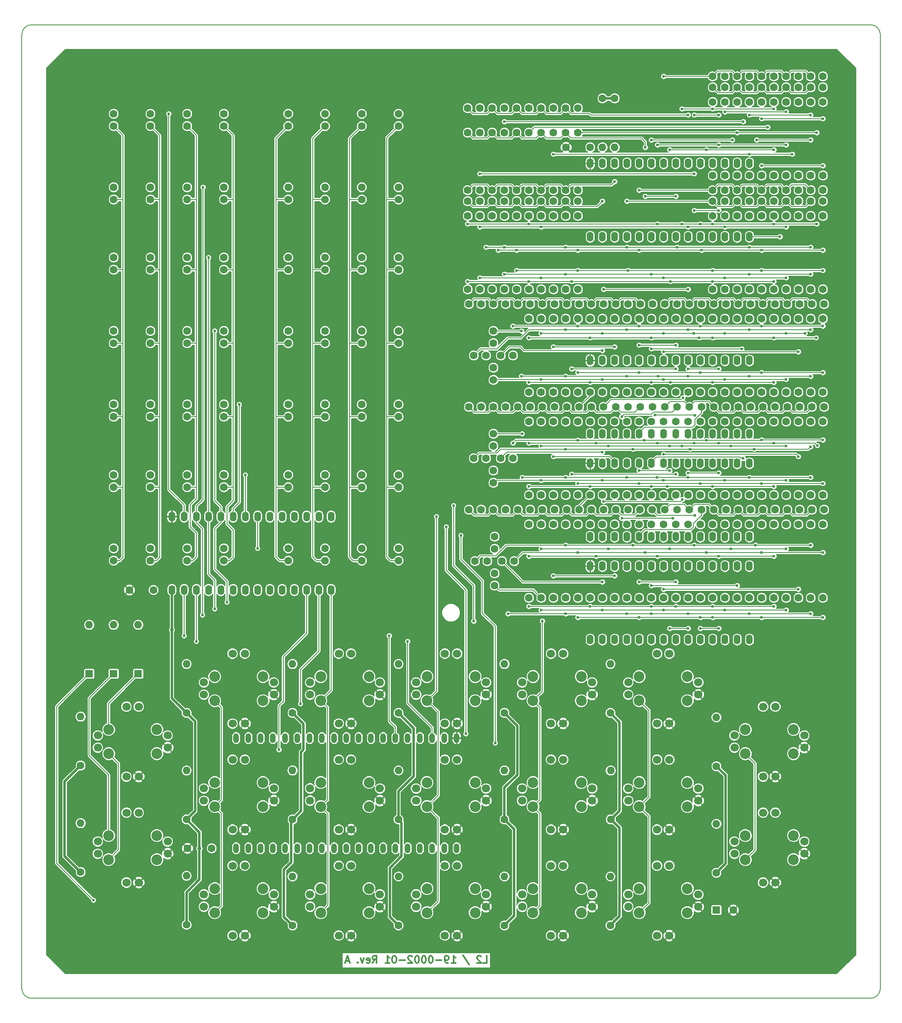
<source format=gbl>
%TF.GenerationSoftware,KiCad,Pcbnew,5.0.2-bee76a0~70~ubuntu18.10.1*%
%TF.CreationDate,2019-03-18T09:29:53+01:00*%
%TF.ProjectId,DesignData,44657369-676e-4446-9174-612e6b696361,rev?*%
%TF.SameCoordinates,PX73a20d0PYd2b6df0*%
%TF.FileFunction,Copper,L2,Bot*%
%TF.FilePolarity,Positive*%
%FSLAX46Y46*%
G04 Gerber Fmt 4.6, Leading zero omitted, Abs format (unit mm)*
G04 Created by KiCad (PCBNEW 5.0.2-bee76a0~70~ubuntu18.10.1) date Mo 18 Mär 2019 09:29:53 CET*
%MOMM*%
%LPD*%
G01*
G04 APERTURE LIST*
%TA.AperFunction,NonConductor*%
%ADD10C,0.150000*%
%TD*%
%TA.AperFunction,NonConductor*%
%ADD11C,0.300000*%
%TD*%
%TA.AperFunction,ComponentPad*%
%ADD12C,2.200000*%
%TD*%
%TA.AperFunction,ComponentPad*%
%ADD13C,1.600000*%
%TD*%
%TA.AperFunction,ComponentPad*%
%ADD14O,1.600000X1.600000*%
%TD*%
%TA.AperFunction,ComponentPad*%
%ADD15C,1.700000*%
%TD*%
%TA.AperFunction,ComponentPad*%
%ADD16R,1.600000X1.600000*%
%TD*%
%TA.AperFunction,ComponentPad*%
%ADD17O,1.200000X2.000000*%
%TD*%
%TA.AperFunction,ComponentPad*%
%ADD18O,1.400000X2.000000*%
%TD*%
%TA.AperFunction,ViaPad*%
%ADD19C,0.600000*%
%TD*%
%TA.AperFunction,ViaPad*%
%ADD20C,0.800000*%
%TD*%
%TA.AperFunction,Conductor*%
%ADD21C,0.200000*%
%TD*%
%TA.AperFunction,Conductor*%
%ADD22C,0.500000*%
%TD*%
G04 APERTURE END LIST*
D10*
X178000000Y2000000D02*
G75*
G02X176000000Y0I-2000000J0D01*
G01*
X176000000Y202000000D02*
G75*
G02X178000000Y200000000I0J-2000000D01*
G01*
X0Y200000000D02*
G75*
G02X2000000Y202000000I2000000J0D01*
G01*
X2000000Y0D02*
G75*
G02X0Y2000000I0J2000000D01*
G01*
X0Y200000000D02*
X0Y2000000D01*
X176000000Y202000000D02*
X2000000Y202000000D01*
X178000000Y2000000D02*
X178000000Y200000000D01*
X2000000Y0D02*
X176000000Y0D01*
D11*
X95645142Y7322429D02*
X96359428Y7322429D01*
X96359428Y8822429D01*
X95216571Y8679572D02*
X95145142Y8751000D01*
X95002285Y8822429D01*
X94645142Y8822429D01*
X94502285Y8751000D01*
X94430857Y8679572D01*
X94359428Y8536715D01*
X94359428Y8393858D01*
X94430857Y8179572D01*
X95288000Y7322429D01*
X94359428Y7322429D01*
X91502285Y8893858D02*
X92788000Y6965286D01*
X89073714Y7322429D02*
X89930857Y7322429D01*
X89502285Y7322429D02*
X89502285Y8822429D01*
X89645142Y8608143D01*
X89788000Y8465286D01*
X89930857Y8393858D01*
X88359428Y7322429D02*
X88073714Y7322429D01*
X87930857Y7393858D01*
X87859428Y7465286D01*
X87716571Y7679572D01*
X87645142Y7965286D01*
X87645142Y8536715D01*
X87716571Y8679572D01*
X87788000Y8751000D01*
X87930857Y8822429D01*
X88216571Y8822429D01*
X88359428Y8751000D01*
X88430857Y8679572D01*
X88502285Y8536715D01*
X88502285Y8179572D01*
X88430857Y8036715D01*
X88359428Y7965286D01*
X88216571Y7893858D01*
X87930857Y7893858D01*
X87788000Y7965286D01*
X87716571Y8036715D01*
X87645142Y8179572D01*
X87002285Y7893858D02*
X85859428Y7893858D01*
X84859428Y8822429D02*
X84716571Y8822429D01*
X84573714Y8751000D01*
X84502285Y8679572D01*
X84430857Y8536715D01*
X84359428Y8251000D01*
X84359428Y7893858D01*
X84430857Y7608143D01*
X84502285Y7465286D01*
X84573714Y7393858D01*
X84716571Y7322429D01*
X84859428Y7322429D01*
X85002285Y7393858D01*
X85073714Y7465286D01*
X85145142Y7608143D01*
X85216571Y7893858D01*
X85216571Y8251000D01*
X85145142Y8536715D01*
X85073714Y8679572D01*
X85002285Y8751000D01*
X84859428Y8822429D01*
X83430857Y8822429D02*
X83288000Y8822429D01*
X83145142Y8751000D01*
X83073714Y8679572D01*
X83002285Y8536715D01*
X82930857Y8251000D01*
X82930857Y7893858D01*
X83002285Y7608143D01*
X83073714Y7465286D01*
X83145142Y7393858D01*
X83288000Y7322429D01*
X83430857Y7322429D01*
X83573714Y7393858D01*
X83645142Y7465286D01*
X83716571Y7608143D01*
X83788000Y7893858D01*
X83788000Y8251000D01*
X83716571Y8536715D01*
X83645142Y8679572D01*
X83573714Y8751000D01*
X83430857Y8822429D01*
X82002285Y8822429D02*
X81859428Y8822429D01*
X81716571Y8751000D01*
X81645142Y8679572D01*
X81573714Y8536715D01*
X81502285Y8251000D01*
X81502285Y7893858D01*
X81573714Y7608143D01*
X81645142Y7465286D01*
X81716571Y7393858D01*
X81859428Y7322429D01*
X82002285Y7322429D01*
X82145142Y7393858D01*
X82216571Y7465286D01*
X82288000Y7608143D01*
X82359428Y7893858D01*
X82359428Y8251000D01*
X82288000Y8536715D01*
X82216571Y8679572D01*
X82145142Y8751000D01*
X82002285Y8822429D01*
X80930857Y8679572D02*
X80859428Y8751000D01*
X80716571Y8822429D01*
X80359428Y8822429D01*
X80216571Y8751000D01*
X80145142Y8679572D01*
X80073714Y8536715D01*
X80073714Y8393858D01*
X80145142Y8179572D01*
X81002285Y7322429D01*
X80073714Y7322429D01*
X79430857Y7893858D02*
X78288000Y7893858D01*
X77288000Y8822429D02*
X77145142Y8822429D01*
X77002285Y8751000D01*
X76930857Y8679572D01*
X76859428Y8536715D01*
X76788000Y8251000D01*
X76788000Y7893858D01*
X76859428Y7608143D01*
X76930857Y7465286D01*
X77002285Y7393858D01*
X77145142Y7322429D01*
X77288000Y7322429D01*
X77430857Y7393858D01*
X77502285Y7465286D01*
X77573714Y7608143D01*
X77645142Y7893858D01*
X77645142Y8251000D01*
X77573714Y8536715D01*
X77502285Y8679572D01*
X77430857Y8751000D01*
X77288000Y8822429D01*
X75359428Y7322429D02*
X76216571Y7322429D01*
X75788000Y7322429D02*
X75788000Y8822429D01*
X75930857Y8608143D01*
X76073714Y8465286D01*
X76216571Y8393858D01*
X72716571Y7322429D02*
X73216571Y8036715D01*
X73573714Y7322429D02*
X73573714Y8822429D01*
X73002285Y8822429D01*
X72859428Y8751000D01*
X72788000Y8679572D01*
X72716571Y8536715D01*
X72716571Y8322429D01*
X72788000Y8179572D01*
X72859428Y8108143D01*
X73002285Y8036715D01*
X73573714Y8036715D01*
X71502285Y7393858D02*
X71645142Y7322429D01*
X71930857Y7322429D01*
X72073714Y7393858D01*
X72145142Y7536715D01*
X72145142Y8108143D01*
X72073714Y8251000D01*
X71930857Y8322429D01*
X71645142Y8322429D01*
X71502285Y8251000D01*
X71430857Y8108143D01*
X71430857Y7965286D01*
X72145142Y7822429D01*
X70930857Y8322429D02*
X70573714Y7322429D01*
X70216571Y8322429D01*
X69645142Y7465286D02*
X69573714Y7393858D01*
X69645142Y7322429D01*
X69716571Y7393858D01*
X69645142Y7465286D01*
X69645142Y7322429D01*
X67859428Y7751000D02*
X67145142Y7751000D01*
X68002285Y7322429D02*
X67502285Y8822429D01*
X67002285Y7322429D01*
D12*
%TO.P,SW23,1*%
%TO.N,/LED_Key_HT16K33/K8*%
X62000000Y39750000D03*
X72000000Y39750000D03*
%TO.P,SW23,2*%
%TO.N,/LED_Key_HT16K33/KS_2*%
X72000000Y44750000D03*
X62000000Y44750000D03*
%TD*%
%TO.P,SW35,2*%
%TO.N,/LED_Key_HT16K33/KS_3*%
X106000000Y22750000D03*
X116000000Y22750000D03*
%TO.P,SW35,1*%
%TO.N,/LED_Key_HT16K33/K10*%
X116000000Y17750000D03*
X106000000Y17750000D03*
%TD*%
%TO.P,SW34,1*%
%TO.N,/LED_Key_HT16K33/K9*%
X84000000Y17750000D03*
X94000000Y17750000D03*
%TO.P,SW34,2*%
%TO.N,/LED_Key_HT16K33/KS_3*%
X94000000Y22750000D03*
X84000000Y22750000D03*
%TD*%
%TO.P,SW33,2*%
%TO.N,/LED_Key_HT16K33/KS_3*%
X62000000Y22750000D03*
X72000000Y22750000D03*
%TO.P,SW33,1*%
%TO.N,/LED_Key_HT16K33/K8*%
X72000000Y17750000D03*
X62000000Y17750000D03*
%TD*%
%TO.P,SW32,1*%
%TO.N,/LED_Key_HT16K33/K7*%
X40000000Y17750000D03*
X50000000Y17750000D03*
%TO.P,SW32,2*%
%TO.N,/LED_Key_HT16K33/KS_3*%
X50000000Y22750000D03*
X40000000Y22750000D03*
%TD*%
%TO.P,SW27,2*%
%TO.N,/LED_Key_HT16K33/KS_2*%
X150000000Y33750000D03*
X160000000Y33750000D03*
%TO.P,SW27,1*%
%TO.N,/LED_Key_HT16K33/K12*%
X160000000Y28750000D03*
X150000000Y28750000D03*
%TD*%
%TO.P,SW26,1*%
%TO.N,/LED_Key_HT16K33/K11*%
X128000000Y39750000D03*
X138000000Y39750000D03*
%TO.P,SW26,2*%
%TO.N,/LED_Key_HT16K33/KS_2*%
X138000000Y44750000D03*
X128000000Y44750000D03*
%TD*%
%TO.P,SW25,2*%
%TO.N,/LED_Key_HT16K33/KS_2*%
X106000000Y44750000D03*
X116000000Y44750000D03*
%TO.P,SW25,1*%
%TO.N,/LED_Key_HT16K33/K10*%
X116000000Y39750000D03*
X106000000Y39750000D03*
%TD*%
%TO.P,SW24,1*%
%TO.N,/LED_Key_HT16K33/K9*%
X84000000Y39750000D03*
X94000000Y39750000D03*
%TO.P,SW24,2*%
%TO.N,/LED_Key_HT16K33/KS_2*%
X94000000Y44750000D03*
X84000000Y44750000D03*
%TD*%
%TO.P,SW22,2*%
%TO.N,/LED_Key_HT16K33/KS_2*%
X40000000Y44750000D03*
X50000000Y44750000D03*
%TO.P,SW22,1*%
%TO.N,/LED_Key_HT16K33/K7*%
X50000000Y39750000D03*
X40000000Y39750000D03*
%TD*%
%TO.P,SW21,1*%
%TO.N,/LED_Key_HT16K33/K6*%
X18000000Y28750000D03*
X28000000Y28750000D03*
%TO.P,SW21,2*%
%TO.N,/LED_Key_HT16K33/KS_2*%
X28000000Y33750000D03*
X18000000Y33750000D03*
%TD*%
%TO.P,SW17,2*%
%TO.N,/LED_Key_HT16K33/KS_1*%
X150000000Y55750000D03*
X160000000Y55750000D03*
%TO.P,SW17,1*%
%TO.N,/LED_Key_HT16K33/K12*%
X160000000Y50750000D03*
X150000000Y50750000D03*
%TD*%
%TO.P,SW16,1*%
%TO.N,/LED_Key_HT16K33/K11*%
X128000000Y61750000D03*
X138000000Y61750000D03*
%TO.P,SW16,2*%
%TO.N,/LED_Key_HT16K33/KS_1*%
X138000000Y66750000D03*
X128000000Y66750000D03*
%TD*%
%TO.P,SW15,2*%
%TO.N,/LED_Key_HT16K33/KS_1*%
X106000000Y66750000D03*
X116000000Y66750000D03*
%TO.P,SW15,1*%
%TO.N,/LED_Key_HT16K33/K10*%
X116000000Y61750000D03*
X106000000Y61750000D03*
%TD*%
%TO.P,SW14,1*%
%TO.N,/LED_Key_HT16K33/K9*%
X84000000Y61750000D03*
X94000000Y61750000D03*
%TO.P,SW14,2*%
%TO.N,/LED_Key_HT16K33/KS_1*%
X94000000Y66750000D03*
X84000000Y66750000D03*
%TD*%
%TO.P,SW13,2*%
%TO.N,/LED_Key_HT16K33/KS_1*%
X62000000Y66750000D03*
X72000000Y66750000D03*
%TO.P,SW13,1*%
%TO.N,/LED_Key_HT16K33/K8*%
X72000000Y61750000D03*
X62000000Y61750000D03*
%TD*%
%TO.P,SW12,1*%
%TO.N,/LED_Key_HT16K33/K7*%
X40000000Y61750000D03*
X50000000Y61750000D03*
%TO.P,SW12,2*%
%TO.N,/LED_Key_HT16K33/KS_1*%
X50000000Y66750000D03*
X40000000Y66750000D03*
%TD*%
%TO.P,SW11,2*%
%TO.N,/LED_Key_HT16K33/KS_1*%
X18000000Y55750000D03*
X28000000Y55750000D03*
%TO.P,SW11,1*%
%TO.N,/LED_Key_HT16K33/K6*%
X28000000Y50750000D03*
X18000000Y50750000D03*
%TD*%
%TO.P,SW36,1*%
%TO.N,/LED_Key_HT16K33/K11*%
X128000000Y17750000D03*
X138000000Y17750000D03*
%TO.P,SW36,2*%
%TO.N,/LED_Key_HT16K33/KS_3*%
X138000000Y22750000D03*
X128000000Y22750000D03*
%TD*%
D13*
%TO.P,R811,1*%
%TO.N,VCC*%
X34163000Y15240000D03*
D14*
%TO.P,R811,2*%
%TO.N,Net-(D811-Pad2)*%
X34163000Y25400000D03*
%TD*%
%TO.P,R821,2*%
%TO.N,Net-(D821-Pad2)*%
X56134000Y25273000D03*
D13*
%TO.P,R821,1*%
%TO.N,VCC*%
X56134000Y15113000D03*
%TD*%
%TO.P,R831,1*%
%TO.N,VCC*%
X78105000Y15113000D03*
D14*
%TO.P,R831,2*%
%TO.N,Net-(D831-Pad2)*%
X78105000Y25273000D03*
%TD*%
%TO.P,R841,2*%
%TO.N,Net-(D841-Pad2)*%
X100076000Y25273000D03*
D13*
%TO.P,R841,1*%
%TO.N,VCC*%
X100076000Y15113000D03*
%TD*%
%TO.P,R851,1*%
%TO.N,VCC*%
X122047000Y15113000D03*
D14*
%TO.P,R851,2*%
%TO.N,Net-(D851-Pad2)*%
X122047000Y25273000D03*
%TD*%
D15*
%TO.P,D834,1*%
%TO.N,GND*%
X90250000Y13000000D03*
%TO.P,D834,2*%
%TO.N,Net-(D833-Pad1)*%
X87710000Y13000000D03*
%TD*%
%TO.P,D811,2*%
%TO.N,Net-(D811-Pad2)*%
X43710000Y27500000D03*
%TO.P,D811,1*%
%TO.N,Net-(D811-Pad1)*%
X46250000Y27500000D03*
%TD*%
%TO.P,D814,1*%
%TO.N,GND*%
X46250000Y13000000D03*
%TO.P,D814,2*%
%TO.N,Net-(D813-Pad1)*%
X43710000Y13000000D03*
%TD*%
%TO.P,D821,2*%
%TO.N,Net-(D821-Pad2)*%
X65710000Y27500000D03*
%TO.P,D821,1*%
%TO.N,Net-(D821-Pad1)*%
X68250000Y27500000D03*
%TD*%
%TO.P,D822,1*%
%TO.N,GND*%
X74250000Y19000000D03*
%TO.P,D822,2*%
%TO.N,Net-(D821-Pad1)*%
X74250000Y21540000D03*
%TD*%
%TO.P,D823,2*%
%TO.N,Net-(D821-Pad2)*%
X59750000Y21540000D03*
%TO.P,D823,1*%
%TO.N,Net-(D823-Pad1)*%
X59750000Y19000000D03*
%TD*%
%TO.P,D824,1*%
%TO.N,GND*%
X68250000Y13000000D03*
%TO.P,D824,2*%
%TO.N,Net-(D823-Pad1)*%
X65710000Y13000000D03*
%TD*%
%TO.P,D831,2*%
%TO.N,Net-(D831-Pad2)*%
X87710000Y27500000D03*
%TO.P,D831,1*%
%TO.N,Net-(D831-Pad1)*%
X90250000Y27500000D03*
%TD*%
%TO.P,D832,1*%
%TO.N,GND*%
X96250000Y19000000D03*
%TO.P,D832,2*%
%TO.N,Net-(D831-Pad1)*%
X96250000Y21540000D03*
%TD*%
%TO.P,D833,2*%
%TO.N,Net-(D831-Pad2)*%
X81750000Y21540000D03*
%TO.P,D833,1*%
%TO.N,Net-(D833-Pad1)*%
X81750000Y19000000D03*
%TD*%
%TO.P,D812,1*%
%TO.N,GND*%
X52250000Y19000000D03*
%TO.P,D812,2*%
%TO.N,Net-(D811-Pad1)*%
X52250000Y21540000D03*
%TD*%
%TO.P,D841,2*%
%TO.N,Net-(D841-Pad2)*%
X109710000Y27500000D03*
%TO.P,D841,1*%
%TO.N,Net-(D841-Pad1)*%
X112250000Y27500000D03*
%TD*%
%TO.P,D842,1*%
%TO.N,GND*%
X118250000Y19000000D03*
%TO.P,D842,2*%
%TO.N,Net-(D841-Pad1)*%
X118250000Y21540000D03*
%TD*%
%TO.P,D843,2*%
%TO.N,Net-(D841-Pad2)*%
X103750000Y21540000D03*
%TO.P,D843,1*%
%TO.N,Net-(D843-Pad1)*%
X103750000Y19000000D03*
%TD*%
%TO.P,D844,1*%
%TO.N,GND*%
X112250000Y13000000D03*
%TO.P,D844,2*%
%TO.N,Net-(D843-Pad1)*%
X109710000Y13000000D03*
%TD*%
%TO.P,D851,2*%
%TO.N,Net-(D851-Pad2)*%
X131700000Y27500000D03*
%TO.P,D851,1*%
%TO.N,Net-(D851-Pad1)*%
X134240000Y27500000D03*
%TD*%
%TO.P,D852,1*%
%TO.N,GND*%
X140250000Y18960000D03*
%TO.P,D852,2*%
%TO.N,Net-(D851-Pad1)*%
X140250000Y21500000D03*
%TD*%
%TO.P,D853,2*%
%TO.N,Net-(D851-Pad2)*%
X125750000Y21540000D03*
%TO.P,D853,1*%
%TO.N,Net-(D853-Pad1)*%
X125750000Y19000000D03*
%TD*%
%TO.P,D813,1*%
%TO.N,Net-(D813-Pad1)*%
X37750000Y19000000D03*
%TO.P,D813,2*%
%TO.N,Net-(D811-Pad2)*%
X37750000Y21540000D03*
%TD*%
%TO.P,D854,2*%
%TO.N,Net-(D853-Pad1)*%
X131710000Y13000000D03*
%TO.P,D854,1*%
%TO.N,GND*%
X134250000Y13000000D03*
%TD*%
D14*
%TO.P,R701,2*%
%TO.N,Net-(D701-Pad2)*%
X12192000Y36322000D03*
D13*
%TO.P,R701,1*%
%TO.N,VCC*%
X12192000Y26162000D03*
%TD*%
%TO.P,R761,1*%
%TO.N,VCC*%
X144018000Y26035000D03*
D14*
%TO.P,R761,2*%
%TO.N,Net-(D761-Pad2)*%
X144018000Y36195000D03*
%TD*%
%TO.P,R751,2*%
%TO.N,Net-(D751-Pad2)*%
X122100000Y47244000D03*
D13*
%TO.P,R751,1*%
%TO.N,VCC*%
X122100000Y37084000D03*
%TD*%
%TO.P,R741,1*%
%TO.N,VCC*%
X100076000Y37084000D03*
D14*
%TO.P,R741,2*%
%TO.N,Net-(D741-Pad2)*%
X100076000Y47244000D03*
%TD*%
%TO.P,R731,2*%
%TO.N,Net-(D731-Pad2)*%
X78105000Y47260000D03*
D13*
%TO.P,R731,1*%
%TO.N,VCC*%
X78105000Y37100000D03*
%TD*%
%TO.P,R721,1*%
%TO.N,VCC*%
X56134000Y37084000D03*
D14*
%TO.P,R721,2*%
%TO.N,Net-(D721-Pad2)*%
X56134000Y47244000D03*
%TD*%
%TO.P,R711,2*%
%TO.N,Net-(D711-Pad2)*%
X34163000Y47244000D03*
D13*
%TO.P,R711,1*%
%TO.N,VCC*%
X34163000Y37084000D03*
%TD*%
%TO.P,R661,1*%
%TO.N,VCC*%
X144018000Y48133000D03*
D14*
%TO.P,R661,2*%
%TO.N,Net-(D661-Pad2)*%
X144018000Y58293000D03*
%TD*%
D15*
%TO.P,D764,1*%
%TO.N,GND*%
X156250000Y24000000D03*
%TO.P,D764,2*%
%TO.N,Net-(D763-Pad1)*%
X153710000Y24000000D03*
%TD*%
%TO.P,D712,2*%
%TO.N,Net-(D711-Pad1)*%
X52250000Y43540000D03*
%TO.P,D712,1*%
%TO.N,GND*%
X52250000Y41000000D03*
%TD*%
%TO.P,D713,1*%
%TO.N,Net-(D713-Pad1)*%
X37750000Y41000000D03*
%TO.P,D713,2*%
%TO.N,Net-(D711-Pad2)*%
X37750000Y43540000D03*
%TD*%
%TO.P,D714,2*%
%TO.N,Net-(D713-Pad1)*%
X43710000Y35000000D03*
%TO.P,D714,1*%
%TO.N,GND*%
X46250000Y35000000D03*
%TD*%
%TO.P,D721,1*%
%TO.N,Net-(D721-Pad1)*%
X68250000Y49500000D03*
%TO.P,D721,2*%
%TO.N,Net-(D721-Pad2)*%
X65710000Y49500000D03*
%TD*%
%TO.P,D722,2*%
%TO.N,Net-(D721-Pad1)*%
X74250000Y43540000D03*
%TO.P,D722,1*%
%TO.N,GND*%
X74250000Y41000000D03*
%TD*%
%TO.P,D723,1*%
%TO.N,Net-(D723-Pad1)*%
X59750000Y41010000D03*
%TO.P,D723,2*%
%TO.N,Net-(D721-Pad2)*%
X59750000Y43550000D03*
%TD*%
%TO.P,D724,2*%
%TO.N,Net-(D723-Pad1)*%
X65710000Y35000000D03*
%TO.P,D724,1*%
%TO.N,GND*%
X68250000Y35000000D03*
%TD*%
%TO.P,D731,1*%
%TO.N,Net-(D731-Pad1)*%
X90250000Y49500000D03*
%TO.P,D731,2*%
%TO.N,Net-(D731-Pad2)*%
X87710000Y49500000D03*
%TD*%
%TO.P,D732,2*%
%TO.N,Net-(D731-Pad1)*%
X96250000Y43540000D03*
%TO.P,D732,1*%
%TO.N,GND*%
X96250000Y41000000D03*
%TD*%
%TO.P,D733,1*%
%TO.N,Net-(D733-Pad1)*%
X81750000Y41000000D03*
%TO.P,D733,2*%
%TO.N,Net-(D731-Pad2)*%
X81750000Y43540000D03*
%TD*%
%TO.P,D662,2*%
%TO.N,Net-(D661-Pad1)*%
X162250000Y54540000D03*
%TO.P,D662,1*%
%TO.N,GND*%
X162250000Y52000000D03*
%TD*%
%TO.P,D663,1*%
%TO.N,Net-(D663-Pad1)*%
X147750000Y52000000D03*
%TO.P,D663,2*%
%TO.N,Net-(D661-Pad2)*%
X147750000Y54540000D03*
%TD*%
%TO.P,D763,2*%
%TO.N,Net-(D761-Pad2)*%
X147750000Y32540000D03*
%TO.P,D763,1*%
%TO.N,Net-(D763-Pad1)*%
X147750000Y30000000D03*
%TD*%
%TO.P,D762,1*%
%TO.N,GND*%
X162250000Y30000000D03*
%TO.P,D762,2*%
%TO.N,Net-(D761-Pad1)*%
X162250000Y32540000D03*
%TD*%
%TO.P,D761,2*%
%TO.N,Net-(D761-Pad2)*%
X153710000Y38500000D03*
%TO.P,D761,1*%
%TO.N,Net-(D761-Pad1)*%
X156250000Y38500000D03*
%TD*%
%TO.P,D754,1*%
%TO.N,GND*%
X134250000Y35000000D03*
%TO.P,D754,2*%
%TO.N,Net-(D753-Pad1)*%
X131710000Y35000000D03*
%TD*%
%TO.P,D753,2*%
%TO.N,Net-(D751-Pad2)*%
X125750000Y43540000D03*
%TO.P,D753,1*%
%TO.N,Net-(D753-Pad1)*%
X125750000Y41000000D03*
%TD*%
%TO.P,D711,1*%
%TO.N,Net-(D711-Pad1)*%
X46250000Y49500000D03*
%TO.P,D711,2*%
%TO.N,Net-(D711-Pad2)*%
X43710000Y49500000D03*
%TD*%
%TO.P,D741,2*%
%TO.N,Net-(D741-Pad2)*%
X109710000Y49500000D03*
%TO.P,D741,1*%
%TO.N,Net-(D741-Pad1)*%
X112250000Y49500000D03*
%TD*%
%TO.P,D742,1*%
%TO.N,GND*%
X118250000Y41000000D03*
%TO.P,D742,2*%
%TO.N,Net-(D741-Pad1)*%
X118250000Y43540000D03*
%TD*%
%TO.P,D734,2*%
%TO.N,Net-(D733-Pad1)*%
X87710000Y35000000D03*
%TO.P,D734,1*%
%TO.N,GND*%
X90250000Y35000000D03*
%TD*%
%TO.P,D744,1*%
%TO.N,GND*%
X112250000Y35000000D03*
%TO.P,D744,2*%
%TO.N,Net-(D743-Pad1)*%
X109710000Y35000000D03*
%TD*%
%TO.P,D704,2*%
%TO.N,Net-(D703-Pad1)*%
X21710000Y24000000D03*
%TO.P,D704,1*%
%TO.N,GND*%
X24250000Y24000000D03*
%TD*%
%TO.P,D752,1*%
%TO.N,GND*%
X140250000Y41000000D03*
%TO.P,D752,2*%
%TO.N,Net-(D751-Pad1)*%
X140250000Y43540000D03*
%TD*%
%TO.P,D751,2*%
%TO.N,Net-(D751-Pad2)*%
X131710000Y49500000D03*
%TO.P,D751,1*%
%TO.N,Net-(D751-Pad1)*%
X134250000Y49500000D03*
%TD*%
%TO.P,D743,1*%
%TO.N,Net-(D743-Pad1)*%
X103750000Y41000000D03*
%TO.P,D743,2*%
%TO.N,Net-(D741-Pad2)*%
X103750000Y43540000D03*
%TD*%
%TO.P,D661,2*%
%TO.N,Net-(D661-Pad2)*%
X153710000Y60500000D03*
%TO.P,D661,1*%
%TO.N,Net-(D661-Pad1)*%
X156250000Y60500000D03*
%TD*%
%TO.P,D702,1*%
%TO.N,GND*%
X30250000Y30000000D03*
%TO.P,D702,2*%
%TO.N,Net-(D701-Pad1)*%
X30250000Y32540000D03*
%TD*%
%TO.P,D701,2*%
%TO.N,Net-(D701-Pad2)*%
X21710000Y38500000D03*
%TO.P,D701,1*%
%TO.N,Net-(D701-Pad1)*%
X24250000Y38500000D03*
%TD*%
%TO.P,D664,1*%
%TO.N,GND*%
X156250000Y46000000D03*
%TO.P,D664,2*%
%TO.N,Net-(D663-Pad1)*%
X153710000Y46000000D03*
%TD*%
%TO.P,D703,2*%
%TO.N,Net-(D701-Pad2)*%
X15750000Y32540000D03*
%TO.P,D703,1*%
%TO.N,Net-(D703-Pad1)*%
X15750000Y30000000D03*
%TD*%
%TO.P,D604,1*%
%TO.N,GND*%
X24240000Y46000000D03*
%TO.P,D604,2*%
%TO.N,Net-(D603-Pad1)*%
X21700000Y46000000D03*
%TD*%
%TO.P,D602,1*%
%TO.N,GND*%
X30250000Y52000000D03*
%TO.P,D602,2*%
%TO.N,Net-(D601-Pad1)*%
X30250000Y54540000D03*
%TD*%
%TO.P,D601,1*%
%TO.N,Net-(D601-Pad1)*%
X24250000Y60500000D03*
%TO.P,D601,2*%
%TO.N,Net-(D601-Pad2)*%
X21710000Y60500000D03*
%TD*%
%TO.P,D633,1*%
%TO.N,Net-(D633-Pad1)*%
X81750000Y63000000D03*
%TO.P,D633,2*%
%TO.N,Net-(D631-Pad2)*%
X81750000Y65540000D03*
%TD*%
%TO.P,D641,1*%
%TO.N,Net-(D641-Pad1)*%
X112250000Y71500000D03*
%TO.P,D641,2*%
%TO.N,Net-(D641-Pad2)*%
X109710000Y71500000D03*
%TD*%
%TO.P,D643,1*%
%TO.N,Net-(D643-Pad1)*%
X103750000Y63000000D03*
%TO.P,D643,2*%
%TO.N,Net-(D641-Pad2)*%
X103750000Y65540000D03*
%TD*%
%TO.P,D644,1*%
%TO.N,GND*%
X112240000Y57000000D03*
%TO.P,D644,2*%
%TO.N,Net-(D643-Pad1)*%
X109700000Y57000000D03*
%TD*%
%TO.P,D651,1*%
%TO.N,Net-(D651-Pad1)*%
X134250000Y71500000D03*
%TO.P,D651,2*%
%TO.N,Net-(D651-Pad2)*%
X131710000Y71500000D03*
%TD*%
%TO.P,D652,1*%
%TO.N,GND*%
X140250000Y63000000D03*
%TO.P,D652,2*%
%TO.N,Net-(D651-Pad1)*%
X140250000Y65540000D03*
%TD*%
%TO.P,D653,1*%
%TO.N,Net-(D653-Pad1)*%
X125750000Y63000000D03*
%TO.P,D653,2*%
%TO.N,Net-(D651-Pad2)*%
X125750000Y65540000D03*
%TD*%
%TO.P,D654,1*%
%TO.N,GND*%
X134250000Y57000000D03*
%TO.P,D654,2*%
%TO.N,Net-(D653-Pad1)*%
X131710000Y57000000D03*
%TD*%
%TO.P,D603,1*%
%TO.N,Net-(D603-Pad1)*%
X15750000Y52000000D03*
%TO.P,D603,2*%
%TO.N,Net-(D601-Pad2)*%
X15750000Y54540000D03*
%TD*%
%TO.P,D634,1*%
%TO.N,GND*%
X90250000Y57000000D03*
%TO.P,D634,2*%
%TO.N,Net-(D633-Pad1)*%
X87710000Y57000000D03*
%TD*%
%TO.P,D632,1*%
%TO.N,GND*%
X96250000Y63000000D03*
%TO.P,D632,2*%
%TO.N,Net-(D631-Pad1)*%
X96250000Y65540000D03*
%TD*%
%TO.P,D631,1*%
%TO.N,Net-(D631-Pad1)*%
X90250000Y71500000D03*
%TO.P,D631,2*%
%TO.N,Net-(D631-Pad2)*%
X87710000Y71500000D03*
%TD*%
%TO.P,D624,1*%
%TO.N,GND*%
X68250000Y57000000D03*
%TO.P,D624,2*%
%TO.N,Net-(D623-Pad1)*%
X65710000Y57000000D03*
%TD*%
%TO.P,D623,1*%
%TO.N,Net-(D623-Pad1)*%
X59750000Y63000000D03*
%TO.P,D623,2*%
%TO.N,Net-(D621-Pad2)*%
X59750000Y65540000D03*
%TD*%
%TO.P,D622,1*%
%TO.N,GND*%
X74250000Y63000000D03*
%TO.P,D622,2*%
%TO.N,Net-(D621-Pad1)*%
X74250000Y65540000D03*
%TD*%
%TO.P,D642,1*%
%TO.N,GND*%
X118250000Y63000000D03*
%TO.P,D642,2*%
%TO.N,Net-(D641-Pad1)*%
X118250000Y65540000D03*
%TD*%
%TO.P,D621,1*%
%TO.N,Net-(D621-Pad1)*%
X68250000Y71500000D03*
%TO.P,D621,2*%
%TO.N,Net-(D621-Pad2)*%
X65710000Y71500000D03*
%TD*%
%TO.P,D614,1*%
%TO.N,GND*%
X46250000Y57000000D03*
%TO.P,D614,2*%
%TO.N,Net-(D613-Pad1)*%
X43710000Y57000000D03*
%TD*%
%TO.P,D613,1*%
%TO.N,Net-(D613-Pad1)*%
X37750000Y63000000D03*
%TO.P,D613,2*%
%TO.N,Net-(D611-Pad2)*%
X37750000Y65540000D03*
%TD*%
%TO.P,D612,1*%
%TO.N,GND*%
X52250000Y63000000D03*
%TO.P,D612,2*%
%TO.N,Net-(D611-Pad1)*%
X52250000Y65540000D03*
%TD*%
%TO.P,D611,1*%
%TO.N,Net-(D611-Pad1)*%
X46250000Y71500000D03*
%TO.P,D611,2*%
%TO.N,Net-(D611-Pad2)*%
X43710000Y71500000D03*
%TD*%
D13*
%TO.P,R611,1*%
%TO.N,VCC*%
X34163000Y59182000D03*
D14*
%TO.P,R611,2*%
%TO.N,Net-(D611-Pad2)*%
X34163000Y69342000D03*
%TD*%
%TO.P,R631,2*%
%TO.N,Net-(D631-Pad2)*%
X78105000Y69342000D03*
D13*
%TO.P,R631,1*%
%TO.N,VCC*%
X78105000Y59182000D03*
%TD*%
%TO.P,R641,1*%
%TO.N,VCC*%
X100076000Y59182000D03*
D14*
%TO.P,R641,2*%
%TO.N,Net-(D641-Pad2)*%
X100076000Y69342000D03*
%TD*%
%TO.P,R651,2*%
%TO.N,Net-(D651-Pad2)*%
X122047000Y69342000D03*
D13*
%TO.P,R651,1*%
%TO.N,VCC*%
X122047000Y59182000D03*
%TD*%
%TO.P,R621,1*%
%TO.N,VCC*%
X56134000Y59182000D03*
D14*
%TO.P,R621,2*%
%TO.N,Net-(D621-Pad2)*%
X56134000Y69342000D03*
%TD*%
D13*
%TO.P,R601,1*%
%TO.N,VCC*%
X12192000Y48260000D03*
D14*
%TO.P,R601,2*%
%TO.N,Net-(D601-Pad2)*%
X12192000Y58420000D03*
%TD*%
D13*
%TO.P,D561,2*%
%TO.N,/Display_HT16K33_4/LED_1*%
X94996000Y179578000D03*
%TO.P,D561,1*%
%TO.N,/Display_HT16K33_4/COM_6*%
X92456000Y179578000D03*
%TD*%
%TO.P,D562,1*%
%TO.N,/Display_HT16K33_4/COM_6*%
X97536000Y179578000D03*
%TO.P,D562,2*%
%TO.N,/Display_HT16K33_4/LED_2*%
X100076000Y179578000D03*
%TD*%
%TO.P,D563,2*%
%TO.N,/Display_HT16K33_4/LED_3*%
X105156000Y179578000D03*
%TO.P,D563,1*%
%TO.N,/Display_HT16K33_4/COM_6*%
X102616000Y179578000D03*
%TD*%
%TO.P,D564,1*%
%TO.N,/Display_HT16K33_4/COM_6*%
X107696000Y179578000D03*
%TO.P,D564,2*%
%TO.N,/Display_HT16K33_4/LED_4*%
X110236000Y179578000D03*
%TD*%
%TO.P,D565,2*%
%TO.N,/Display_HT16K33_4/LED_5*%
X115316000Y179578000D03*
%TO.P,D565,1*%
%TO.N,/Display_HT16K33_4/COM_6*%
X112776000Y179578000D03*
%TD*%
%TO.P,D571,1*%
%TO.N,/Display_HT16K33_4/COM_7*%
X92456000Y184658000D03*
%TO.P,D571,2*%
%TO.N,/Display_HT16K33_4/LED_1*%
X94996000Y184658000D03*
%TD*%
%TO.P,D572,2*%
%TO.N,/Display_HT16K33_4/LED_2*%
X100076000Y184658000D03*
%TO.P,D572,1*%
%TO.N,/Display_HT16K33_4/COM_7*%
X97536000Y184658000D03*
%TD*%
%TO.P,D573,1*%
%TO.N,/Display_HT16K33_4/COM_7*%
X102616000Y184658000D03*
%TO.P,D573,2*%
%TO.N,/Display_HT16K33_4/LED_3*%
X105156000Y184658000D03*
%TD*%
%TO.P,D574,2*%
%TO.N,/Display_HT16K33_4/LED_4*%
X110236000Y184658000D03*
%TO.P,D574,1*%
%TO.N,/Display_HT16K33_4/COM_7*%
X107696000Y184658000D03*
%TD*%
%TO.P,D575,1*%
%TO.N,/Display_HT16K33_4/COM_7*%
X112776000Y184658000D03*
%TO.P,D575,2*%
%TO.N,/Display_HT16K33_4/LED_5*%
X115316000Y184658000D03*
%TD*%
D14*
%TO.P,R1,2*%
%TO.N,SDA*%
X120396000Y176530000D03*
D13*
%TO.P,R1,1*%
%TO.N,VCC*%
X120396000Y186690000D03*
%TD*%
%TO.P,R2,1*%
%TO.N,VCC*%
X122936000Y186690000D03*
D14*
%TO.P,R2,2*%
%TO.N,SCL*%
X122936000Y176530000D03*
%TD*%
D16*
%TO.P,C1,1*%
%TO.N,VCC*%
X144018000Y18288000D03*
D13*
%TO.P,C1,2*%
%TO.N,GND*%
X147518000Y18288000D03*
%TD*%
%TO.P,C12,1*%
%TO.N,VCC*%
X27305000Y84709000D03*
%TO.P,C12,2*%
%TO.N,GND*%
X22305000Y84709000D03*
%TD*%
%TO.P,C13,2*%
%TO.N,GND*%
X112856000Y176530000D03*
%TO.P,C13,1*%
%TO.N,VCC*%
X117856000Y176530000D03*
%TD*%
%TO.P,C11,1*%
%TO.N,VCC*%
X39370000Y31115000D03*
%TO.P,C11,2*%
%TO.N,GND*%
X34370000Y31115000D03*
%TD*%
D16*
%TO.P,D2,1*%
%TO.N,/LED_Key_HT16K33/KS_2*%
X19050000Y67310000D03*
D14*
%TO.P,D2,2*%
%TO.N,/LED_Key_HT16K33/COM_2*%
X19050000Y77470000D03*
%TD*%
D17*
%TO.P,U1,38*%
%TO.N,GND*%
X90170000Y53975000D03*
%TO.P,U1,1*%
%TO.N,Net-(U1-Pad1)*%
X90170000Y31115000D03*
%TO.P,U1,37*%
%TO.N,Net-(U1-Pad37)*%
X87630000Y53975000D03*
%TO.P,U1,2*%
%TO.N,Net-(U1-Pad2)*%
X87630000Y31115000D03*
%TO.P,U1,36*%
%TO.N,SCL*%
X85090000Y53975000D03*
%TO.P,U1,3*%
%TO.N,Net-(U1-Pad3)*%
X85090000Y31115000D03*
%TO.P,U1,35*%
%TO.N,Net-(U1-Pad35)*%
X82550000Y53975000D03*
%TO.P,U1,4*%
%TO.N,Net-(U1-Pad4)*%
X82550000Y31115000D03*
%TO.P,U1,34*%
%TO.N,Net-(U1-Pad34)*%
X80010000Y53975000D03*
%TO.P,U1,5*%
%TO.N,Net-(U1-Pad5)*%
X80010000Y31115000D03*
%TO.P,U1,33*%
%TO.N,SDA*%
X77470000Y53975000D03*
%TO.P,U1,6*%
%TO.N,Net-(U1-Pad6)*%
X77470000Y31115000D03*
%TO.P,U1,32*%
%TO.N,Net-(U1-Pad32)*%
X74930000Y53975000D03*
%TO.P,U1,7*%
%TO.N,Net-(U1-Pad7)*%
X74930000Y31115000D03*
%TO.P,U1,31*%
%TO.N,Net-(U1-Pad31)*%
X72390000Y53975000D03*
%TO.P,U1,8*%
%TO.N,Net-(U1-Pad8)*%
X72390000Y31115000D03*
%TO.P,U1,30*%
%TO.N,Net-(U1-Pad30)*%
X69850000Y53975000D03*
%TO.P,U1,9*%
%TO.N,Net-(U1-Pad9)*%
X69850000Y31115000D03*
%TO.P,U1,29*%
%TO.N,Net-(U1-Pad29)*%
X67310000Y53975000D03*
%TO.P,U1,10*%
%TO.N,Net-(U1-Pad10)*%
X67310000Y31115000D03*
%TO.P,U1,28*%
%TO.N,Net-(U1-Pad28)*%
X64770000Y53975000D03*
%TO.P,U1,11*%
%TO.N,Net-(U1-Pad11)*%
X64770000Y31115000D03*
%TO.P,U1,27*%
%TO.N,Net-(U1-Pad27)*%
X62230000Y53975000D03*
%TO.P,U1,12*%
%TO.N,Net-(U1-Pad12)*%
X62230000Y31115000D03*
%TO.P,U1,26*%
%TO.N,Net-(U1-Pad26)*%
X59690000Y53975000D03*
%TO.P,U1,13*%
%TO.N,Net-(U1-Pad13)*%
X59690000Y31115000D03*
%TO.P,U1,25*%
%TO.N,Net-(U1-Pad25)*%
X57150000Y53975000D03*
%TO.P,U1,14*%
%TO.N,Net-(U1-Pad14)*%
X57150000Y31115000D03*
%TO.P,U1,24*%
%TO.N,Net-(U1-Pad24)*%
X54610000Y53975000D03*
%TO.P,U1,15*%
%TO.N,Net-(U1-Pad15)*%
X54610000Y31115000D03*
%TO.P,U1,23*%
%TO.N,Net-(U1-Pad23)*%
X52070000Y53975000D03*
%TO.P,U1,16*%
%TO.N,Net-(U1-Pad16)*%
X52070000Y31115000D03*
%TO.P,U1,22*%
%TO.N,Net-(U1-Pad22)*%
X49530000Y53975000D03*
%TO.P,U1,17*%
%TO.N,Net-(U1-Pad17)*%
X49530000Y31115000D03*
%TO.P,U1,21*%
%TO.N,Net-(U1-Pad21)*%
X46990000Y53975000D03*
%TO.P,U1,18*%
%TO.N,Net-(U1-Pad18)*%
X46990000Y31115000D03*
%TO.P,U1,20*%
%TO.N,Net-(U1-Pad20)*%
X44450000Y53975000D03*
%TO.P,U1,19*%
%TO.N,VCC*%
X44450000Y31115000D03*
%TD*%
D13*
%TO.P,U401,10*%
%TO.N,/Display_HT16K33_4/Seg_G*%
X92456000Y162306000D03*
%TO.P,U401,9*%
%TO.N,/Display_HT16K33_4/Seg_F*%
X94996000Y162306000D03*
%TO.P,U401,8*%
%TO.N,/Display_HT16K33_4/COM_0*%
X97536000Y162306000D03*
%TO.P,U401,7*%
%TO.N,/Display_HT16K33_4/Seg_A*%
X100076000Y162306000D03*
%TO.P,U401,6*%
%TO.N,/Display_HT16K33_4/Seg_B*%
X102616000Y162306000D03*
%TO.P,U401,5*%
%TO.N,/Display_HT16K33_4/Seg_DP*%
X102616000Y147066000D03*
%TO.P,U401,4*%
%TO.N,/Display_HT16K33_4/Seg_C*%
X100076000Y147066000D03*
%TO.P,U401,3*%
%TO.N,/Display_HT16K33_4/COM_0*%
X97536000Y147066000D03*
%TO.P,U401,2*%
%TO.N,/Display_HT16K33_4/Seg_D*%
X94996000Y147066000D03*
%TO.P,U401,1*%
%TO.N,/Display_HT16K33_4/Seg_E*%
X92456000Y147066000D03*
%TD*%
%TO.P,U102,10*%
%TO.N,/Display_HT16K33_1/Seg_G*%
X117856000Y98298000D03*
%TO.P,U102,9*%
%TO.N,/Display_HT16K33_1/Seg_F*%
X120396000Y98298000D03*
%TO.P,U102,8*%
%TO.N,/Display_HT16K33_1/COM_2*%
X122936000Y98298000D03*
%TO.P,U102,7*%
%TO.N,/Display_HT16K33_1/Seg_A*%
X125476000Y98298000D03*
%TO.P,U102,6*%
%TO.N,/Display_HT16K33_1/Seg_B*%
X128016000Y98298000D03*
%TO.P,U102,5*%
%TO.N,/Display_HT16K33_1/Seg_DP*%
X128016000Y83058000D03*
%TO.P,U102,4*%
%TO.N,/Display_HT16K33_1/Seg_C*%
X125476000Y83058000D03*
%TO.P,U102,3*%
%TO.N,/Display_HT16K33_1/COM_2*%
X122936000Y83058000D03*
%TO.P,U102,2*%
%TO.N,/Display_HT16K33_1/Seg_D*%
X120396000Y83058000D03*
%TO.P,U102,1*%
%TO.N,/Display_HT16K33_1/Seg_E*%
X117856000Y83058000D03*
%TD*%
%TO.P,U103,10*%
%TO.N,/Display_HT16K33_1/Seg_G*%
X130556000Y98298000D03*
%TO.P,U103,9*%
%TO.N,/Display_HT16K33_1/Seg_F*%
X133096000Y98298000D03*
%TO.P,U103,8*%
%TO.N,/Display_HT16K33_1/COM_3*%
X135636000Y98298000D03*
%TO.P,U103,7*%
%TO.N,/Display_HT16K33_1/Seg_A*%
X138176000Y98298000D03*
%TO.P,U103,6*%
%TO.N,/Display_HT16K33_1/Seg_B*%
X140716000Y98298000D03*
%TO.P,U103,5*%
%TO.N,/Display_HT16K33_1/Seg_DP*%
X140716000Y83058000D03*
%TO.P,U103,4*%
%TO.N,/Display_HT16K33_1/Seg_C*%
X138176000Y83058000D03*
%TO.P,U103,3*%
%TO.N,/Display_HT16K33_1/COM_3*%
X135636000Y83058000D03*
%TO.P,U103,2*%
%TO.N,/Display_HT16K33_1/Seg_D*%
X133096000Y83058000D03*
%TO.P,U103,1*%
%TO.N,/Display_HT16K33_1/Seg_E*%
X130556000Y83058000D03*
%TD*%
%TO.P,U104,10*%
%TO.N,/Display_HT16K33_1/Seg_G*%
X143256000Y98298000D03*
%TO.P,U104,9*%
%TO.N,/Display_HT16K33_1/Seg_F*%
X145796000Y98298000D03*
%TO.P,U104,8*%
%TO.N,/Display_HT16K33_1/COM_4*%
X148336000Y98298000D03*
%TO.P,U104,7*%
%TO.N,/Display_HT16K33_1/Seg_A*%
X150876000Y98298000D03*
%TO.P,U104,6*%
%TO.N,/Display_HT16K33_1/Seg_B*%
X153416000Y98298000D03*
%TO.P,U104,5*%
%TO.N,/Display_HT16K33_1/Seg_DP*%
X153416000Y83058000D03*
%TO.P,U104,4*%
%TO.N,/Display_HT16K33_1/Seg_C*%
X150876000Y83058000D03*
%TO.P,U104,3*%
%TO.N,/Display_HT16K33_1/COM_4*%
X148336000Y83058000D03*
%TO.P,U104,2*%
%TO.N,/Display_HT16K33_1/Seg_D*%
X145796000Y83058000D03*
%TO.P,U104,1*%
%TO.N,/Display_HT16K33_1/Seg_E*%
X143256000Y83058000D03*
%TD*%
%TO.P,U105,10*%
%TO.N,/Display_HT16K33_1/Seg_G*%
X155956000Y98298000D03*
%TO.P,U105,9*%
%TO.N,/Display_HT16K33_1/Seg_F*%
X158496000Y98298000D03*
%TO.P,U105,8*%
%TO.N,/Display_HT16K33_1/COM_5*%
X161036000Y98298000D03*
%TO.P,U105,7*%
%TO.N,/Display_HT16K33_1/Seg_A*%
X163576000Y98298000D03*
%TO.P,U105,6*%
%TO.N,/Display_HT16K33_1/Seg_B*%
X166116000Y98298000D03*
%TO.P,U105,5*%
%TO.N,/Display_HT16K33_1/Seg_DP*%
X166116000Y83058000D03*
%TO.P,U105,4*%
%TO.N,/Display_HT16K33_1/Seg_C*%
X163576000Y83058000D03*
%TO.P,U105,3*%
%TO.N,/Display_HT16K33_1/COM_5*%
X161036000Y83058000D03*
%TO.P,U105,2*%
%TO.N,/Display_HT16K33_1/Seg_D*%
X158496000Y83058000D03*
%TO.P,U105,1*%
%TO.N,/Display_HT16K33_1/Seg_E*%
X155956000Y83058000D03*
%TD*%
%TO.P,U201,10*%
%TO.N,/Display_HT16K33_2/Seg_G*%
X105156000Y119634000D03*
%TO.P,U201,9*%
%TO.N,/Display_HT16K33_2/Seg_F*%
X107696000Y119634000D03*
%TO.P,U201,8*%
%TO.N,/Display_HT16K33_2/COM_1*%
X110236000Y119634000D03*
%TO.P,U201,7*%
%TO.N,/Display_HT16K33_2/Seg_A*%
X112776000Y119634000D03*
%TO.P,U201,6*%
%TO.N,/Display_HT16K33_2/Seg_B*%
X115316000Y119634000D03*
%TO.P,U201,5*%
%TO.N,/Display_HT16K33_2/Seg_DP*%
X115316000Y104394000D03*
%TO.P,U201,4*%
%TO.N,/Display_HT16K33_2/Seg_C*%
X112776000Y104394000D03*
%TO.P,U201,3*%
%TO.N,/Display_HT16K33_2/COM_1*%
X110236000Y104394000D03*
%TO.P,U201,2*%
%TO.N,/Display_HT16K33_2/Seg_D*%
X107696000Y104394000D03*
%TO.P,U201,1*%
%TO.N,/Display_HT16K33_2/Seg_E*%
X105156000Y104394000D03*
%TD*%
%TO.P,U202,10*%
%TO.N,/Display_HT16K33_2/Seg_G*%
X117856000Y119634000D03*
%TO.P,U202,9*%
%TO.N,/Display_HT16K33_2/Seg_F*%
X120396000Y119634000D03*
%TO.P,U202,8*%
%TO.N,/Display_HT16K33_2/COM_2*%
X122936000Y119634000D03*
%TO.P,U202,7*%
%TO.N,/Display_HT16K33_2/Seg_A*%
X125476000Y119634000D03*
%TO.P,U202,6*%
%TO.N,/Display_HT16K33_2/Seg_B*%
X128016000Y119634000D03*
%TO.P,U202,5*%
%TO.N,/Display_HT16K33_2/Seg_DP*%
X128016000Y104394000D03*
%TO.P,U202,4*%
%TO.N,/Display_HT16K33_2/Seg_C*%
X125476000Y104394000D03*
%TO.P,U202,3*%
%TO.N,/Display_HT16K33_2/COM_2*%
X122936000Y104394000D03*
%TO.P,U202,2*%
%TO.N,/Display_HT16K33_2/Seg_D*%
X120396000Y104394000D03*
%TO.P,U202,1*%
%TO.N,/Display_HT16K33_2/Seg_E*%
X117856000Y104394000D03*
%TD*%
%TO.P,U203,10*%
%TO.N,/Display_HT16K33_2/Seg_G*%
X130556000Y119634000D03*
%TO.P,U203,9*%
%TO.N,/Display_HT16K33_2/Seg_F*%
X133096000Y119634000D03*
%TO.P,U203,8*%
%TO.N,/Display_HT16K33_2/COM_3*%
X135636000Y119634000D03*
%TO.P,U203,7*%
%TO.N,/Display_HT16K33_2/Seg_A*%
X138176000Y119634000D03*
%TO.P,U203,6*%
%TO.N,/Display_HT16K33_2/Seg_B*%
X140716000Y119634000D03*
%TO.P,U203,5*%
%TO.N,/Display_HT16K33_2/Seg_DP*%
X140716000Y104394000D03*
%TO.P,U203,4*%
%TO.N,/Display_HT16K33_2/Seg_C*%
X138176000Y104394000D03*
%TO.P,U203,3*%
%TO.N,/Display_HT16K33_2/COM_3*%
X135636000Y104394000D03*
%TO.P,U203,2*%
%TO.N,/Display_HT16K33_2/Seg_D*%
X133096000Y104394000D03*
%TO.P,U203,1*%
%TO.N,/Display_HT16K33_2/Seg_E*%
X130556000Y104394000D03*
%TD*%
%TO.P,U204,10*%
%TO.N,/Display_HT16K33_2/Seg_G*%
X143256000Y119634000D03*
%TO.P,U204,9*%
%TO.N,/Display_HT16K33_2/Seg_F*%
X145796000Y119634000D03*
%TO.P,U204,8*%
%TO.N,/Display_HT16K33_2/COM_4*%
X148336000Y119634000D03*
%TO.P,U204,7*%
%TO.N,/Display_HT16K33_2/Seg_A*%
X150876000Y119634000D03*
%TO.P,U204,6*%
%TO.N,/Display_HT16K33_2/Seg_B*%
X153416000Y119634000D03*
%TO.P,U204,5*%
%TO.N,/Display_HT16K33_2/Seg_DP*%
X153416000Y104394000D03*
%TO.P,U204,4*%
%TO.N,/Display_HT16K33_2/Seg_C*%
X150876000Y104394000D03*
%TO.P,U204,3*%
%TO.N,/Display_HT16K33_2/COM_4*%
X148336000Y104394000D03*
%TO.P,U204,2*%
%TO.N,/Display_HT16K33_2/Seg_D*%
X145796000Y104394000D03*
%TO.P,U204,1*%
%TO.N,/Display_HT16K33_2/Seg_E*%
X143256000Y104394000D03*
%TD*%
%TO.P,U205,10*%
%TO.N,/Display_HT16K33_2/Seg_G*%
X155956000Y119634000D03*
%TO.P,U205,9*%
%TO.N,/Display_HT16K33_2/Seg_F*%
X158496000Y119634000D03*
%TO.P,U205,8*%
%TO.N,/Display_HT16K33_2/COM_5*%
X161036000Y119634000D03*
%TO.P,U205,7*%
%TO.N,/Display_HT16K33_2/Seg_A*%
X163576000Y119634000D03*
%TO.P,U205,6*%
%TO.N,/Display_HT16K33_2/Seg_B*%
X166116000Y119634000D03*
%TO.P,U205,5*%
%TO.N,/Display_HT16K33_2/Seg_DP*%
X166116000Y104394000D03*
%TO.P,U205,4*%
%TO.N,/Display_HT16K33_2/Seg_C*%
X163576000Y104394000D03*
%TO.P,U205,3*%
%TO.N,/Display_HT16K33_2/COM_5*%
X161036000Y104394000D03*
%TO.P,U205,2*%
%TO.N,/Display_HT16K33_2/Seg_D*%
X158496000Y104394000D03*
%TO.P,U205,1*%
%TO.N,/Display_HT16K33_2/Seg_E*%
X155956000Y104394000D03*
%TD*%
%TO.P,U101,10*%
%TO.N,/Display_HT16K33_1/Seg_G*%
X105156000Y98298000D03*
%TO.P,U101,9*%
%TO.N,/Display_HT16K33_1/Seg_F*%
X107696000Y98298000D03*
%TO.P,U101,8*%
%TO.N,/Display_HT16K33_1/COM_1*%
X110236000Y98298000D03*
%TO.P,U101,7*%
%TO.N,/Display_HT16K33_1/Seg_A*%
X112776000Y98298000D03*
%TO.P,U101,6*%
%TO.N,/Display_HT16K33_1/Seg_B*%
X115316000Y98298000D03*
%TO.P,U101,5*%
%TO.N,/Display_HT16K33_1/Seg_DP*%
X115316000Y83058000D03*
%TO.P,U101,4*%
%TO.N,/Display_HT16K33_1/Seg_C*%
X112776000Y83058000D03*
%TO.P,U101,3*%
%TO.N,/Display_HT16K33_1/COM_1*%
X110236000Y83058000D03*
%TO.P,U101,2*%
%TO.N,/Display_HT16K33_1/Seg_D*%
X107696000Y83058000D03*
%TO.P,U101,1*%
%TO.N,/Display_HT16K33_1/Seg_E*%
X105156000Y83058000D03*
%TD*%
%TO.P,U301,10*%
%TO.N,/Display_HT16K33_3/Seg_G*%
X105156000Y140970000D03*
%TO.P,U301,9*%
%TO.N,/Display_HT16K33_3/Seg_F*%
X107696000Y140970000D03*
%TO.P,U301,8*%
%TO.N,/Display_HT16K33_3/COM_1*%
X110236000Y140970000D03*
%TO.P,U301,7*%
%TO.N,/Display_HT16K33_3/Seg_A*%
X112776000Y140970000D03*
%TO.P,U301,6*%
%TO.N,/Display_HT16K33_3/Seg_B*%
X115316000Y140970000D03*
%TO.P,U301,5*%
%TO.N,/Display_HT16K33_3/Seg_DP*%
X115316000Y125730000D03*
%TO.P,U301,4*%
%TO.N,/Display_HT16K33_3/Seg_C*%
X112776000Y125730000D03*
%TO.P,U301,3*%
%TO.N,/Display_HT16K33_3/COM_1*%
X110236000Y125730000D03*
%TO.P,U301,2*%
%TO.N,/Display_HT16K33_3/Seg_D*%
X107696000Y125730000D03*
%TO.P,U301,1*%
%TO.N,/Display_HT16K33_3/Seg_E*%
X105156000Y125730000D03*
%TD*%
%TO.P,U302,10*%
%TO.N,/Display_HT16K33_3/Seg_G*%
X117856000Y140970000D03*
%TO.P,U302,9*%
%TO.N,/Display_HT16K33_3/Seg_F*%
X120396000Y140970000D03*
%TO.P,U302,8*%
%TO.N,/Display_HT16K33_3/COM_2*%
X122936000Y140970000D03*
%TO.P,U302,7*%
%TO.N,/Display_HT16K33_3/Seg_A*%
X125476000Y140970000D03*
%TO.P,U302,6*%
%TO.N,/Display_HT16K33_3/Seg_B*%
X128016000Y140970000D03*
%TO.P,U302,5*%
%TO.N,/Display_HT16K33_3/Seg_DP*%
X128016000Y125730000D03*
%TO.P,U302,4*%
%TO.N,/Display_HT16K33_3/Seg_C*%
X125476000Y125730000D03*
%TO.P,U302,3*%
%TO.N,/Display_HT16K33_3/COM_2*%
X122936000Y125730000D03*
%TO.P,U302,2*%
%TO.N,/Display_HT16K33_3/Seg_D*%
X120396000Y125730000D03*
%TO.P,U302,1*%
%TO.N,/Display_HT16K33_3/Seg_E*%
X117856000Y125730000D03*
%TD*%
%TO.P,U303,10*%
%TO.N,/Display_HT16K33_3/Seg_G*%
X130556000Y140970000D03*
%TO.P,U303,9*%
%TO.N,/Display_HT16K33_3/Seg_F*%
X133096000Y140970000D03*
%TO.P,U303,8*%
%TO.N,/Display_HT16K33_3/COM_3*%
X135636000Y140970000D03*
%TO.P,U303,7*%
%TO.N,/Display_HT16K33_3/Seg_A*%
X138176000Y140970000D03*
%TO.P,U303,6*%
%TO.N,/Display_HT16K33_3/Seg_B*%
X140716000Y140970000D03*
%TO.P,U303,5*%
%TO.N,/Display_HT16K33_3/Seg_DP*%
X140716000Y125730000D03*
%TO.P,U303,4*%
%TO.N,/Display_HT16K33_3/Seg_C*%
X138176000Y125730000D03*
%TO.P,U303,3*%
%TO.N,/Display_HT16K33_3/COM_3*%
X135636000Y125730000D03*
%TO.P,U303,2*%
%TO.N,/Display_HT16K33_3/Seg_D*%
X133096000Y125730000D03*
%TO.P,U303,1*%
%TO.N,/Display_HT16K33_3/Seg_E*%
X130556000Y125730000D03*
%TD*%
%TO.P,U304,10*%
%TO.N,/Display_HT16K33_3/Seg_G*%
X143256000Y140970000D03*
%TO.P,U304,9*%
%TO.N,/Display_HT16K33_3/Seg_F*%
X145796000Y140970000D03*
%TO.P,U304,8*%
%TO.N,/Display_HT16K33_3/COM_4*%
X148336000Y140970000D03*
%TO.P,U304,7*%
%TO.N,/Display_HT16K33_3/Seg_A*%
X150876000Y140970000D03*
%TO.P,U304,6*%
%TO.N,/Display_HT16K33_3/Seg_B*%
X153416000Y140970000D03*
%TO.P,U304,5*%
%TO.N,/Display_HT16K33_3/Seg_DP*%
X153416000Y125730000D03*
%TO.P,U304,4*%
%TO.N,/Display_HT16K33_3/Seg_C*%
X150876000Y125730000D03*
%TO.P,U304,3*%
%TO.N,/Display_HT16K33_3/COM_4*%
X148336000Y125730000D03*
%TO.P,U304,2*%
%TO.N,/Display_HT16K33_3/Seg_D*%
X145796000Y125730000D03*
%TO.P,U304,1*%
%TO.N,/Display_HT16K33_3/Seg_E*%
X143256000Y125730000D03*
%TD*%
%TO.P,U305,10*%
%TO.N,/Display_HT16K33_3/Seg_G*%
X155956000Y140970000D03*
%TO.P,U305,9*%
%TO.N,/Display_HT16K33_3/Seg_F*%
X158496000Y140970000D03*
%TO.P,U305,8*%
%TO.N,/Display_HT16K33_3/COM_5*%
X161036000Y140970000D03*
%TO.P,U305,7*%
%TO.N,/Display_HT16K33_3/Seg_A*%
X163576000Y140970000D03*
%TO.P,U305,6*%
%TO.N,/Display_HT16K33_3/Seg_B*%
X166116000Y140970000D03*
%TO.P,U305,5*%
%TO.N,/Display_HT16K33_3/Seg_DP*%
X166116000Y125730000D03*
%TO.P,U305,4*%
%TO.N,/Display_HT16K33_3/Seg_C*%
X163576000Y125730000D03*
%TO.P,U305,3*%
%TO.N,/Display_HT16K33_3/COM_5*%
X161036000Y125730000D03*
%TO.P,U305,2*%
%TO.N,/Display_HT16K33_3/Seg_D*%
X158496000Y125730000D03*
%TO.P,U305,1*%
%TO.N,/Display_HT16K33_3/Seg_E*%
X155956000Y125730000D03*
%TD*%
%TO.P,U402,10*%
%TO.N,/Display_HT16K33_4/Seg_G*%
X105156000Y162306000D03*
%TO.P,U402,9*%
%TO.N,/Display_HT16K33_4/Seg_F*%
X107696000Y162306000D03*
%TO.P,U402,8*%
%TO.N,/Display_HT16K33_4/COM_1*%
X110236000Y162306000D03*
%TO.P,U402,7*%
%TO.N,/Display_HT16K33_4/Seg_A*%
X112776000Y162306000D03*
%TO.P,U402,6*%
%TO.N,/Display_HT16K33_4/Seg_B*%
X115316000Y162306000D03*
%TO.P,U402,5*%
%TO.N,/Display_HT16K33_4/Seg_DP*%
X115316000Y147066000D03*
%TO.P,U402,4*%
%TO.N,/Display_HT16K33_4/Seg_C*%
X112776000Y147066000D03*
%TO.P,U402,3*%
%TO.N,/Display_HT16K33_4/COM_1*%
X110236000Y147066000D03*
%TO.P,U402,2*%
%TO.N,/Display_HT16K33_4/Seg_D*%
X107696000Y147066000D03*
%TO.P,U402,1*%
%TO.N,/Display_HT16K33_4/Seg_E*%
X105156000Y147066000D03*
%TD*%
%TO.P,U403,10*%
%TO.N,/Display_HT16K33_4/Seg_G*%
X143256000Y162306000D03*
%TO.P,U403,9*%
%TO.N,/Display_HT16K33_4/Seg_F*%
X145796000Y162306000D03*
%TO.P,U403,8*%
%TO.N,/Display_HT16K33_4/COM_2*%
X148336000Y162306000D03*
%TO.P,U403,7*%
%TO.N,/Display_HT16K33_4/Seg_A*%
X150876000Y162306000D03*
%TO.P,U403,6*%
%TO.N,/Display_HT16K33_4/Seg_B*%
X153416000Y162306000D03*
%TO.P,U403,5*%
%TO.N,/Display_HT16K33_4/Seg_DP*%
X153416000Y147066000D03*
%TO.P,U403,4*%
%TO.N,/Display_HT16K33_4/Seg_C*%
X150876000Y147066000D03*
%TO.P,U403,3*%
%TO.N,/Display_HT16K33_4/COM_2*%
X148336000Y147066000D03*
%TO.P,U403,2*%
%TO.N,/Display_HT16K33_4/Seg_D*%
X145796000Y147066000D03*
%TO.P,U403,1*%
%TO.N,/Display_HT16K33_4/Seg_E*%
X143256000Y147066000D03*
%TD*%
%TO.P,U404,10*%
%TO.N,/Display_HT16K33_4/Seg_G*%
X155956000Y162306000D03*
%TO.P,U404,9*%
%TO.N,/Display_HT16K33_4/Seg_F*%
X158496000Y162306000D03*
%TO.P,U404,8*%
%TO.N,/Display_HT16K33_4/COM_3*%
X161036000Y162306000D03*
%TO.P,U404,7*%
%TO.N,/Display_HT16K33_4/Seg_A*%
X163576000Y162306000D03*
%TO.P,U404,6*%
%TO.N,/Display_HT16K33_4/Seg_B*%
X166116000Y162306000D03*
%TO.P,U404,5*%
%TO.N,/Display_HT16K33_4/Seg_DP*%
X166116000Y147066000D03*
%TO.P,U404,4*%
%TO.N,/Display_HT16K33_4/Seg_C*%
X163576000Y147066000D03*
%TO.P,U404,3*%
%TO.N,/Display_HT16K33_4/COM_3*%
X161036000Y147066000D03*
%TO.P,U404,2*%
%TO.N,/Display_HT16K33_4/Seg_D*%
X158496000Y147066000D03*
%TO.P,U404,1*%
%TO.N,/Display_HT16K33_4/Seg_E*%
X155956000Y147066000D03*
%TD*%
%TO.P,U405,10*%
%TO.N,/Display_HT16K33_4/Seg_G*%
X143256000Y185928000D03*
%TO.P,U405,9*%
%TO.N,/Display_HT16K33_4/Seg_F*%
X145796000Y185928000D03*
%TO.P,U405,8*%
%TO.N,/Display_HT16K33_4/COM_4*%
X148336000Y185928000D03*
%TO.P,U405,7*%
%TO.N,/Display_HT16K33_4/Seg_A*%
X150876000Y185928000D03*
%TO.P,U405,6*%
%TO.N,/Display_HT16K33_4/Seg_B*%
X153416000Y185928000D03*
%TO.P,U405,5*%
%TO.N,/Display_HT16K33_4/Seg_DP*%
X153416000Y170688000D03*
%TO.P,U405,4*%
%TO.N,/Display_HT16K33_4/Seg_C*%
X150876000Y170688000D03*
%TO.P,U405,3*%
%TO.N,/Display_HT16K33_4/COM_4*%
X148336000Y170688000D03*
%TO.P,U405,2*%
%TO.N,/Display_HT16K33_4/Seg_D*%
X145796000Y170688000D03*
%TO.P,U405,1*%
%TO.N,/Display_HT16K33_4/Seg_E*%
X143256000Y170688000D03*
%TD*%
%TO.P,U406,10*%
%TO.N,/Display_HT16K33_4/Seg_G*%
X155956000Y185928000D03*
%TO.P,U406,9*%
%TO.N,/Display_HT16K33_4/Seg_F*%
X158496000Y185928000D03*
%TO.P,U406,8*%
%TO.N,/Display_HT16K33_4/COM_5*%
X161036000Y185928000D03*
%TO.P,U406,7*%
%TO.N,/Display_HT16K33_4/Seg_A*%
X163576000Y185928000D03*
%TO.P,U406,6*%
%TO.N,/Display_HT16K33_4/Seg_B*%
X166116000Y185928000D03*
%TO.P,U406,5*%
%TO.N,/Display_HT16K33_4/Seg_DP*%
X166116000Y170688000D03*
%TO.P,U406,4*%
%TO.N,/Display_HT16K33_4/Seg_C*%
X163576000Y170688000D03*
%TO.P,U406,3*%
%TO.N,/Display_HT16K33_4/COM_5*%
X161036000Y170688000D03*
%TO.P,U406,2*%
%TO.N,/Display_HT16K33_4/Seg_D*%
X158496000Y170688000D03*
%TO.P,U406,1*%
%TO.N,/Display_HT16K33_4/Seg_E*%
X155956000Y170688000D03*
%TD*%
%TO.P,D525,2*%
%TO.N,/Display_HT16K33_4/LED_5*%
X166116000Y165354000D03*
%TO.P,D525,1*%
%TO.N,/Display_HT16K33_4/COM_2*%
X163576000Y165354000D03*
%TD*%
%TO.P,D513,1*%
%TO.N,/Display_HT16K33_4/COM_1*%
X102616000Y167640000D03*
%TO.P,D513,2*%
%TO.N,/Display_HT16K33_4/LED_3*%
X105156000Y167640000D03*
%TD*%
%TO.P,D514,2*%
%TO.N,/Display_HT16K33_4/LED_4*%
X110236000Y167640000D03*
%TO.P,D514,1*%
%TO.N,/Display_HT16K33_4/COM_1*%
X107696000Y167640000D03*
%TD*%
%TO.P,D515,1*%
%TO.N,/Display_HT16K33_4/COM_1*%
X112776000Y167640000D03*
%TO.P,D515,2*%
%TO.N,/Display_HT16K33_4/LED_5*%
X115316000Y167640000D03*
%TD*%
%TO.P,D521,2*%
%TO.N,/Display_HT16K33_4/LED_1*%
X145796000Y165354000D03*
%TO.P,D521,1*%
%TO.N,/Display_HT16K33_4/COM_2*%
X143256000Y165354000D03*
%TD*%
%TO.P,D522,1*%
%TO.N,/Display_HT16K33_4/COM_2*%
X148336000Y165354000D03*
%TO.P,D522,2*%
%TO.N,/Display_HT16K33_4/LED_2*%
X150876000Y165354000D03*
%TD*%
%TO.P,D523,2*%
%TO.N,/Display_HT16K33_4/LED_3*%
X155956000Y165354000D03*
%TO.P,D523,1*%
%TO.N,/Display_HT16K33_4/COM_2*%
X153416000Y165354000D03*
%TD*%
%TO.P,D524,1*%
%TO.N,/Display_HT16K33_4/COM_2*%
X158496000Y165354000D03*
%TO.P,D524,2*%
%TO.N,/Display_HT16K33_4/LED_4*%
X161036000Y165354000D03*
%TD*%
%TO.P,D531,2*%
%TO.N,/Display_HT16K33_4/LED_1*%
X145796000Y167640000D03*
%TO.P,D531,1*%
%TO.N,/Display_HT16K33_4/COM_3*%
X143256000Y167640000D03*
%TD*%
%TO.P,D504,1*%
%TO.N,/Display_HT16K33_4/COM_0*%
X107696000Y165354000D03*
%TO.P,D504,2*%
%TO.N,/Display_HT16K33_4/LED_4*%
X110236000Y165354000D03*
%TD*%
%TO.P,D533,2*%
%TO.N,/Display_HT16K33_4/LED_3*%
X155956000Y167640000D03*
%TO.P,D533,1*%
%TO.N,/Display_HT16K33_4/COM_3*%
X153416000Y167640000D03*
%TD*%
%TO.P,D534,1*%
%TO.N,/Display_HT16K33_4/COM_3*%
X158496000Y167640000D03*
%TO.P,D534,2*%
%TO.N,/Display_HT16K33_4/LED_4*%
X161036000Y167640000D03*
%TD*%
%TO.P,D535,2*%
%TO.N,/Display_HT16K33_4/LED_5*%
X166116000Y167640000D03*
%TO.P,D535,1*%
%TO.N,/Display_HT16K33_4/COM_3*%
X163576000Y167640000D03*
%TD*%
%TO.P,D541,1*%
%TO.N,/Display_HT16K33_4/COM_4*%
X143256000Y188976000D03*
%TO.P,D541,2*%
%TO.N,/Display_HT16K33_4/LED_1*%
X145796000Y188976000D03*
%TD*%
%TO.P,D543,2*%
%TO.N,/Display_HT16K33_4/LED_3*%
X155956000Y188976000D03*
%TO.P,D543,1*%
%TO.N,/Display_HT16K33_4/COM_4*%
X153416000Y188976000D03*
%TD*%
%TO.P,D511,1*%
%TO.N,/Display_HT16K33_4/COM_1*%
X92456000Y167640000D03*
%TO.P,D511,2*%
%TO.N,/Display_HT16K33_4/LED_1*%
X94996000Y167640000D03*
%TD*%
%TO.P,D512,2*%
%TO.N,/Display_HT16K33_4/LED_2*%
X100076000Y167640000D03*
%TO.P,D512,1*%
%TO.N,/Display_HT16K33_4/COM_1*%
X97536000Y167640000D03*
%TD*%
%TO.P,D542,1*%
%TO.N,/Display_HT16K33_4/COM_4*%
X148336000Y188976000D03*
%TO.P,D542,2*%
%TO.N,/Display_HT16K33_4/LED_2*%
X150876000Y188976000D03*
%TD*%
%TO.P,D505,2*%
%TO.N,/Display_HT16K33_4/LED_5*%
X115316000Y165354000D03*
%TO.P,D505,1*%
%TO.N,/Display_HT16K33_4/COM_0*%
X112776000Y165354000D03*
%TD*%
%TO.P,D502,1*%
%TO.N,/Display_HT16K33_4/COM_0*%
X97536000Y165354000D03*
%TO.P,D502,2*%
%TO.N,/Display_HT16K33_4/LED_2*%
X100076000Y165354000D03*
%TD*%
%TO.P,D501,2*%
%TO.N,/Display_HT16K33_4/LED_1*%
X94996000Y165354000D03*
%TO.P,D501,1*%
%TO.N,/Display_HT16K33_4/COM_0*%
X92456000Y165354000D03*
%TD*%
%TO.P,D503,1*%
%TO.N,/Display_HT16K33_4/COM_0*%
X102616000Y165354000D03*
%TO.P,D503,2*%
%TO.N,/Display_HT16K33_4/LED_3*%
X105156000Y165354000D03*
%TD*%
%TO.P,D544,2*%
%TO.N,/Display_HT16K33_4/LED_4*%
X161036000Y188976000D03*
%TO.P,D544,1*%
%TO.N,/Display_HT16K33_4/COM_4*%
X158496000Y188976000D03*
%TD*%
%TO.P,D545,1*%
%TO.N,/Display_HT16K33_4/COM_4*%
X163576000Y188976000D03*
%TO.P,D545,2*%
%TO.N,/Display_HT16K33_4/LED_5*%
X166116000Y188976000D03*
%TD*%
%TO.P,D551,2*%
%TO.N,/Display_HT16K33_4/LED_1*%
X145796000Y191262000D03*
%TO.P,D551,1*%
%TO.N,/Display_HT16K33_4/COM_5*%
X143256000Y191262000D03*
%TD*%
%TO.P,D552,1*%
%TO.N,/Display_HT16K33_4/COM_5*%
X148336000Y191262000D03*
%TO.P,D552,2*%
%TO.N,/Display_HT16K33_4/LED_2*%
X150876000Y191262000D03*
%TD*%
%TO.P,D553,2*%
%TO.N,/Display_HT16K33_4/LED_3*%
X155956000Y191262000D03*
%TO.P,D553,1*%
%TO.N,/Display_HT16K33_4/COM_5*%
X153416000Y191262000D03*
%TD*%
%TO.P,D554,1*%
%TO.N,/Display_HT16K33_4/COM_5*%
X158496000Y191262000D03*
%TO.P,D554,2*%
%TO.N,/Display_HT16K33_4/LED_4*%
X161036000Y191262000D03*
%TD*%
%TO.P,D555,2*%
%TO.N,/Display_HT16K33_4/LED_5*%
X166116000Y191262000D03*
%TO.P,D555,1*%
%TO.N,/Display_HT16K33_4/COM_5*%
X163576000Y191262000D03*
%TD*%
%TO.P,D532,1*%
%TO.N,/Display_HT16K33_4/COM_3*%
X148336000Y167640000D03*
%TO.P,D532,2*%
%TO.N,/Display_HT16K33_4/LED_2*%
X150876000Y167640000D03*
%TD*%
D18*
%TO.P,U106,1*%
%TO.N,GND*%
X31115000Y99949000D03*
%TO.P,U106,2*%
%TO.N,/LED_Key_HT16K33/COM_0*%
X33655000Y99949000D03*
%TO.P,U106,3*%
%TO.N,/LED_Key_HT16K33/COM_1*%
X36195000Y99949000D03*
%TO.P,U106,4*%
%TO.N,/LED_Key_HT16K33/COM_2*%
X38735000Y99949000D03*
%TO.P,U106,5*%
%TO.N,/LED_Key_HT16K33/COM_3*%
X41275000Y99949000D03*
%TO.P,U106,6*%
%TO.N,/LED_Key_HT16K33/COM_4*%
X43815000Y99949000D03*
%TO.P,U106,7*%
%TO.N,/LED_Key_HT16K33/COM_5*%
X46355000Y99949000D03*
%TO.P,U106,8*%
%TO.N,/LED_Key_HT16K33/COM_6*%
X48895000Y99949000D03*
%TO.P,U106,9*%
%TO.N,/LED_Key_HT16K33/COM_7*%
X51435000Y99949000D03*
%TO.P,U106,10*%
%TO.N,/LED_Key_HT16K33/K13*%
X53975000Y99949000D03*
%TO.P,U106,11*%
%TO.N,/LED_Key_HT16K33/K12*%
X56515000Y99949000D03*
%TO.P,U106,26*%
%TO.N,SCL*%
X36195000Y84709000D03*
%TO.P,U106,20*%
%TO.N,/LED_Key_HT16K33/LED_5*%
X51435000Y84709000D03*
%TO.P,U106,23*%
%TO.N,/LED_Key_HT16K33/LED_2*%
X43815000Y84709000D03*
%TO.P,U106,25*%
%TO.N,/LED_Key_HT16K33/LED_0*%
X38735000Y84709000D03*
%TO.P,U106,22*%
%TO.N,/LED_Key_HT16K33/LED_3*%
X46355000Y84709000D03*
%TO.P,U106,21*%
%TO.N,/LED_Key_HT16K33/LED_4*%
X48895000Y84709000D03*
%TO.P,U106,24*%
%TO.N,/LED_Key_HT16K33/LED_1*%
X41275000Y84709000D03*
%TO.P,U106,27*%
%TO.N,SDA*%
X33655000Y84709000D03*
%TO.P,U106,28*%
%TO.N,VCC*%
X31115000Y84709000D03*
%TO.P,U106,12*%
%TO.N,/LED_Key_HT16K33/K11*%
X59055000Y99949000D03*
%TO.P,U106,13*%
%TO.N,/LED_Key_HT16K33/K10*%
X61595000Y99949000D03*
%TO.P,U106,14*%
%TO.N,/LED_Key_HT16K33/K9*%
X64135000Y99949000D03*
%TO.P,U106,16*%
%TO.N,/LED_Key_HT16K33/K7*%
X61595000Y84709000D03*
%TO.P,U106,17*%
%TO.N,/LED_Key_HT16K33/K6*%
X59055000Y84709000D03*
%TO.P,U106,18*%
%TO.N,/LED_Key_HT16K33/LED_7*%
X56515000Y84709000D03*
%TO.P,U106,19*%
%TO.N,/LED_Key_HT16K33/LED_6*%
X53975000Y84709000D03*
%TO.P,U106,15*%
%TO.N,/LED_Key_HT16K33/K8*%
X64135000Y84709000D03*
%TD*%
%TO.P,U300,1*%
%TO.N,GND*%
X117856000Y132334000D03*
%TO.P,U300,2*%
%TO.N,/Display_HT16K33_3/COM_0*%
X120396000Y132334000D03*
%TO.P,U300,3*%
%TO.N,/Display_HT16K33_3/COM_1*%
X122936000Y132334000D03*
%TO.P,U300,4*%
%TO.N,/Display_HT16K33_3/COM_2*%
X125476000Y132334000D03*
%TO.P,U300,5*%
%TO.N,/Display_HT16K33_3/COM_3*%
X128016000Y132334000D03*
%TO.P,U300,6*%
%TO.N,/Display_HT16K33_3/COM_4*%
X130556000Y132334000D03*
%TO.P,U300,7*%
%TO.N,/Display_HT16K33_3/COM_5*%
X133096000Y132334000D03*
%TO.P,U300,8*%
%TO.N,/Display_HT16K33_3/COM_6*%
X135636000Y132334000D03*
%TO.P,U300,9*%
%TO.N,/Display_HT16K33_3/COM_7*%
X138176000Y132334000D03*
%TO.P,U300,10*%
%TO.N,/Display_HT16K33_3/K13*%
X140716000Y132334000D03*
%TO.P,U300,11*%
%TO.N,/Display_HT16K33_3/K12*%
X143256000Y132334000D03*
%TO.P,U300,26*%
%TO.N,SCL*%
X122936000Y117094000D03*
%TO.P,U300,20*%
%TO.N,/Display_HT16K33_3/Seg_F*%
X138176000Y117094000D03*
%TO.P,U300,23*%
%TO.N,/Display_HT16K33_3/Seg_C*%
X130556000Y117094000D03*
%TO.P,U300,25*%
%TO.N,/Display_HT16K33_3/Seg_A*%
X125476000Y117094000D03*
%TO.P,U300,22*%
%TO.N,/Display_HT16K33_3/Seg_D*%
X133096000Y117094000D03*
%TO.P,U300,21*%
%TO.N,/Display_HT16K33_3/Seg_E*%
X135636000Y117094000D03*
%TO.P,U300,24*%
%TO.N,/Display_HT16K33_3/Seg_B*%
X128016000Y117094000D03*
%TO.P,U300,27*%
%TO.N,SDA*%
X120396000Y117094000D03*
%TO.P,U300,28*%
%TO.N,VCC*%
X117856000Y117094000D03*
%TO.P,U300,12*%
%TO.N,/Display_HT16K33_3/K11*%
X145796000Y132334000D03*
%TO.P,U300,13*%
%TO.N,/Display_HT16K33_3/K10*%
X148336000Y132334000D03*
%TO.P,U300,14*%
%TO.N,/Display_HT16K33_3/K9*%
X150876000Y132334000D03*
%TO.P,U300,16*%
%TO.N,/Display_HT16K33_3/K7*%
X148336000Y117094000D03*
%TO.P,U300,17*%
%TO.N,/Display_HT16K33_3/K6*%
X145796000Y117094000D03*
%TO.P,U300,18*%
%TO.N,/Display_HT16K33_3/Seg_DP*%
X143256000Y117094000D03*
%TO.P,U300,19*%
%TO.N,/Display_HT16K33_3/Seg_G*%
X140716000Y117094000D03*
%TO.P,U300,15*%
%TO.N,/Display_HT16K33_3/K8*%
X150876000Y117094000D03*
%TD*%
%TO.P,U200,1*%
%TO.N,GND*%
X117856000Y110998000D03*
%TO.P,U200,2*%
%TO.N,/Display_HT16K33_2/COM_0*%
X120396000Y110998000D03*
%TO.P,U200,3*%
%TO.N,/Display_HT16K33_2/COM_1*%
X122936000Y110998000D03*
%TO.P,U200,4*%
%TO.N,/Display_HT16K33_2/COM_2*%
X125476000Y110998000D03*
%TO.P,U200,5*%
%TO.N,/Display_HT16K33_2/COM_3*%
X128016000Y110998000D03*
%TO.P,U200,6*%
%TO.N,/Display_HT16K33_2/COM_4*%
X130556000Y110998000D03*
%TO.P,U200,7*%
%TO.N,/Display_HT16K33_2/COM_5*%
X133096000Y110998000D03*
%TO.P,U200,8*%
%TO.N,/Display_HT16K33_2/COM_6*%
X135636000Y110998000D03*
%TO.P,U200,9*%
%TO.N,/Display_HT16K33_2/COM_7*%
X138176000Y110998000D03*
%TO.P,U200,10*%
%TO.N,/Display_HT16K33_2/K13*%
X140716000Y110998000D03*
%TO.P,U200,11*%
%TO.N,/Display_HT16K33_2/K12*%
X143256000Y110998000D03*
%TO.P,U200,26*%
%TO.N,SCL*%
X122936000Y95758000D03*
%TO.P,U200,20*%
%TO.N,/Display_HT16K33_2/Seg_F*%
X138176000Y95758000D03*
%TO.P,U200,23*%
%TO.N,/Display_HT16K33_2/Seg_C*%
X130556000Y95758000D03*
%TO.P,U200,25*%
%TO.N,/Display_HT16K33_2/Seg_A*%
X125476000Y95758000D03*
%TO.P,U200,22*%
%TO.N,/Display_HT16K33_2/Seg_D*%
X133096000Y95758000D03*
%TO.P,U200,21*%
%TO.N,/Display_HT16K33_2/Seg_E*%
X135636000Y95758000D03*
%TO.P,U200,24*%
%TO.N,/Display_HT16K33_2/Seg_B*%
X128016000Y95758000D03*
%TO.P,U200,27*%
%TO.N,SDA*%
X120396000Y95758000D03*
%TO.P,U200,28*%
%TO.N,VCC*%
X117856000Y95758000D03*
%TO.P,U200,12*%
%TO.N,/Display_HT16K33_2/K11*%
X145796000Y110998000D03*
%TO.P,U200,13*%
%TO.N,/Display_HT16K33_2/K10*%
X148336000Y110998000D03*
%TO.P,U200,14*%
%TO.N,/Display_HT16K33_2/K9*%
X150876000Y110998000D03*
%TO.P,U200,16*%
%TO.N,/Display_HT16K33_2/K7*%
X148336000Y95758000D03*
%TO.P,U200,17*%
%TO.N,/Display_HT16K33_2/K6*%
X145796000Y95758000D03*
%TO.P,U200,18*%
%TO.N,/Display_HT16K33_2/Seg_DP*%
X143256000Y95758000D03*
%TO.P,U200,19*%
%TO.N,/Display_HT16K33_2/Seg_G*%
X140716000Y95758000D03*
%TO.P,U200,15*%
%TO.N,/Display_HT16K33_2/K8*%
X150876000Y95758000D03*
%TD*%
%TO.P,U400,15*%
%TO.N,/Display_HT16K33_4/LED_3*%
X150876000Y157988000D03*
%TO.P,U400,19*%
%TO.N,/Display_HT16K33_4/Seg_G*%
X140716000Y157988000D03*
%TO.P,U400,18*%
%TO.N,/Display_HT16K33_4/Seg_DP*%
X143256000Y157988000D03*
%TO.P,U400,17*%
%TO.N,/Display_HT16K33_4/LED_1*%
X145796000Y157988000D03*
%TO.P,U400,16*%
%TO.N,/Display_HT16K33_4/LED_2*%
X148336000Y157988000D03*
%TO.P,U400,14*%
%TO.N,/Display_HT16K33_4/LED_4*%
X150876000Y173228000D03*
%TO.P,U400,13*%
%TO.N,/Display_HT16K33_4/LED_5*%
X148336000Y173228000D03*
%TO.P,U400,12*%
%TO.N,Net-(U400-Pad12)*%
X145796000Y173228000D03*
%TO.P,U400,28*%
%TO.N,VCC*%
X117856000Y157988000D03*
%TO.P,U400,27*%
%TO.N,SDA*%
X120396000Y157988000D03*
%TO.P,U400,24*%
%TO.N,/Display_HT16K33_4/Seg_B*%
X128016000Y157988000D03*
%TO.P,U400,21*%
%TO.N,/Display_HT16K33_4/Seg_E*%
X135636000Y157988000D03*
%TO.P,U400,22*%
%TO.N,/Display_HT16K33_4/Seg_D*%
X133096000Y157988000D03*
%TO.P,U400,25*%
%TO.N,/Display_HT16K33_4/Seg_A*%
X125476000Y157988000D03*
%TO.P,U400,23*%
%TO.N,/Display_HT16K33_4/Seg_C*%
X130556000Y157988000D03*
%TO.P,U400,20*%
%TO.N,/Display_HT16K33_4/Seg_F*%
X138176000Y157988000D03*
%TO.P,U400,26*%
%TO.N,SCL*%
X122936000Y157988000D03*
%TO.P,U400,11*%
%TO.N,Net-(U400-Pad11)*%
X143256000Y173228000D03*
%TO.P,U400,10*%
%TO.N,Net-(U400-Pad10)*%
X140716000Y173228000D03*
%TO.P,U400,9*%
%TO.N,/Display_HT16K33_4/COM_7*%
X138176000Y173228000D03*
%TO.P,U400,8*%
%TO.N,/Display_HT16K33_4/COM_6*%
X135636000Y173228000D03*
%TO.P,U400,7*%
%TO.N,/Display_HT16K33_4/COM_5*%
X133096000Y173228000D03*
%TO.P,U400,6*%
%TO.N,/Display_HT16K33_4/COM_4*%
X130556000Y173228000D03*
%TO.P,U400,5*%
%TO.N,/Display_HT16K33_4/COM_3*%
X128016000Y173228000D03*
%TO.P,U400,4*%
%TO.N,/Display_HT16K33_4/COM_2*%
X125476000Y173228000D03*
%TO.P,U400,3*%
%TO.N,/Display_HT16K33_4/COM_1*%
X122936000Y173228000D03*
%TO.P,U400,2*%
%TO.N,/Display_HT16K33_4/COM_0*%
X120396000Y173228000D03*
%TO.P,U400,1*%
%TO.N,GND*%
X117856000Y173228000D03*
%TD*%
%TO.P,U100,1*%
%TO.N,GND*%
X117856000Y89662000D03*
%TO.P,U100,2*%
%TO.N,/Display_HT16K33_1/COM_0*%
X120396000Y89662000D03*
%TO.P,U100,3*%
%TO.N,/Display_HT16K33_1/COM_1*%
X122936000Y89662000D03*
%TO.P,U100,4*%
%TO.N,/Display_HT16K33_1/COM_2*%
X125476000Y89662000D03*
%TO.P,U100,5*%
%TO.N,/Display_HT16K33_1/COM_3*%
X128016000Y89662000D03*
%TO.P,U100,6*%
%TO.N,/Display_HT16K33_1/COM_4*%
X130556000Y89662000D03*
%TO.P,U100,7*%
%TO.N,/Display_HT16K33_1/COM_5*%
X133096000Y89662000D03*
%TO.P,U100,8*%
%TO.N,/Display_HT16K33_1/COM_6*%
X135636000Y89662000D03*
%TO.P,U100,9*%
%TO.N,/Display_HT16K33_1/COM_7*%
X138176000Y89662000D03*
%TO.P,U100,10*%
%TO.N,/Display_HT16K33_1/K13*%
X140716000Y89662000D03*
%TO.P,U100,11*%
%TO.N,/Display_HT16K33_1/K12*%
X143256000Y89662000D03*
%TO.P,U100,26*%
%TO.N,SCL*%
X122936000Y74422000D03*
%TO.P,U100,20*%
%TO.N,/Display_HT16K33_1/Seg_F*%
X138176000Y74422000D03*
%TO.P,U100,23*%
%TO.N,/Display_HT16K33_1/Seg_C*%
X130556000Y74422000D03*
%TO.P,U100,25*%
%TO.N,/Display_HT16K33_1/Seg_A*%
X125476000Y74422000D03*
%TO.P,U100,22*%
%TO.N,/Display_HT16K33_1/Seg_D*%
X133096000Y74422000D03*
%TO.P,U100,21*%
%TO.N,/Display_HT16K33_1/Seg_E*%
X135636000Y74422000D03*
%TO.P,U100,24*%
%TO.N,/Display_HT16K33_1/Seg_B*%
X128016000Y74422000D03*
%TO.P,U100,27*%
%TO.N,SDA*%
X120396000Y74422000D03*
%TO.P,U100,28*%
%TO.N,VCC*%
X117856000Y74422000D03*
%TO.P,U100,12*%
%TO.N,/Display_HT16K33_1/K11*%
X145796000Y89662000D03*
%TO.P,U100,13*%
%TO.N,/Display_HT16K33_1/K10*%
X148336000Y89662000D03*
%TO.P,U100,14*%
%TO.N,/Display_HT16K33_1/K9*%
X150876000Y89662000D03*
%TO.P,U100,16*%
%TO.N,/Display_HT16K33_1/K7*%
X148336000Y74422000D03*
%TO.P,U100,17*%
%TO.N,/Display_HT16K33_1/K6*%
X145796000Y74422000D03*
%TO.P,U100,18*%
%TO.N,/Display_HT16K33_1/Seg_DP*%
X143256000Y74422000D03*
%TO.P,U100,19*%
%TO.N,/Display_HT16K33_1/Seg_G*%
X140716000Y74422000D03*
%TO.P,U100,15*%
%TO.N,/Display_HT16K33_1/K8*%
X150876000Y74422000D03*
%TD*%
D13*
%TO.P,D57,2*%
%TO.N,/LED_Key_HT16K33/LED_6*%
X70485000Y120650000D03*
%TO.P,D57,1*%
%TO.N,/LED_Key_HT16K33/COM_4*%
X70485000Y123190000D03*
%TD*%
%TO.P,D55,1*%
%TO.N,/LED_Key_HT16K33/COM_4*%
X55245000Y123190000D03*
%TO.P,D55,2*%
%TO.N,/LED_Key_HT16K33/LED_4*%
X55245000Y120650000D03*
%TD*%
%TO.P,D54,2*%
%TO.N,/LED_Key_HT16K33/LED_3*%
X41910000Y120650000D03*
%TO.P,D54,1*%
%TO.N,/LED_Key_HT16K33/COM_4*%
X41910000Y123190000D03*
%TD*%
%TO.P,D53,1*%
%TO.N,/LED_Key_HT16K33/COM_4*%
X34290000Y123190000D03*
%TO.P,D53,2*%
%TO.N,/LED_Key_HT16K33/LED_2*%
X34290000Y120650000D03*
%TD*%
%TO.P,D51,2*%
%TO.N,/LED_Key_HT16K33/LED_0*%
X19050000Y120650000D03*
%TO.P,D51,1*%
%TO.N,/LED_Key_HT16K33/COM_4*%
X19050000Y123190000D03*
%TD*%
%TO.P,D52,1*%
%TO.N,/LED_Key_HT16K33/COM_4*%
X26670000Y123190000D03*
%TO.P,D52,2*%
%TO.N,/LED_Key_HT16K33/LED_1*%
X26670000Y120650000D03*
%TD*%
%TO.P,D56,2*%
%TO.N,/LED_Key_HT16K33/LED_5*%
X62865000Y120650000D03*
%TO.P,D56,1*%
%TO.N,/LED_Key_HT16K33/COM_4*%
X62865000Y123190000D03*
%TD*%
%TO.P,D67,1*%
%TO.N,/LED_Key_HT16K33/COM_5*%
X70485000Y108585000D03*
%TO.P,D67,2*%
%TO.N,/LED_Key_HT16K33/LED_6*%
X70485000Y106045000D03*
%TD*%
%TO.P,D66,2*%
%TO.N,/LED_Key_HT16K33/LED_5*%
X62865000Y106045000D03*
%TO.P,D66,1*%
%TO.N,/LED_Key_HT16K33/COM_5*%
X62865000Y108585000D03*
%TD*%
%TO.P,D65,1*%
%TO.N,/LED_Key_HT16K33/COM_5*%
X55245000Y108585000D03*
%TO.P,D65,2*%
%TO.N,/LED_Key_HT16K33/LED_4*%
X55245000Y106045000D03*
%TD*%
%TO.P,D68,2*%
%TO.N,/LED_Key_HT16K33/LED_7*%
X78105000Y106045000D03*
%TO.P,D68,1*%
%TO.N,/LED_Key_HT16K33/COM_5*%
X78105000Y108585000D03*
%TD*%
%TO.P,D78,1*%
%TO.N,/LED_Key_HT16K33/COM_6*%
X78105000Y93345000D03*
%TO.P,D78,2*%
%TO.N,/LED_Key_HT16K33/LED_7*%
X78105000Y90805000D03*
%TD*%
%TO.P,D77,2*%
%TO.N,/LED_Key_HT16K33/LED_6*%
X70485000Y90805000D03*
%TO.P,D77,1*%
%TO.N,/LED_Key_HT16K33/COM_6*%
X70485000Y93345000D03*
%TD*%
%TO.P,D76,1*%
%TO.N,/LED_Key_HT16K33/COM_6*%
X62865000Y93345000D03*
%TO.P,D76,2*%
%TO.N,/LED_Key_HT16K33/LED_5*%
X62865000Y90805000D03*
%TD*%
%TO.P,D75,2*%
%TO.N,/LED_Key_HT16K33/LED_4*%
X55245000Y90805000D03*
%TO.P,D75,1*%
%TO.N,/LED_Key_HT16K33/COM_6*%
X55245000Y93345000D03*
%TD*%
%TO.P,D74,1*%
%TO.N,/LED_Key_HT16K33/COM_6*%
X41910000Y93345000D03*
%TO.P,D74,2*%
%TO.N,/LED_Key_HT16K33/LED_3*%
X41910000Y90805000D03*
%TD*%
%TO.P,D73,2*%
%TO.N,/LED_Key_HT16K33/LED_2*%
X34290000Y90805000D03*
%TO.P,D73,1*%
%TO.N,/LED_Key_HT16K33/COM_6*%
X34290000Y93345000D03*
%TD*%
%TO.P,D72,1*%
%TO.N,/LED_Key_HT16K33/COM_6*%
X26670000Y93345000D03*
%TO.P,D72,2*%
%TO.N,/LED_Key_HT16K33/LED_1*%
X26670000Y90805000D03*
%TD*%
%TO.P,D71,2*%
%TO.N,/LED_Key_HT16K33/LED_0*%
X19050000Y90805000D03*
%TO.P,D71,1*%
%TO.N,/LED_Key_HT16K33/COM_6*%
X19050000Y93345000D03*
%TD*%
%TO.P,D64,1*%
%TO.N,/LED_Key_HT16K33/COM_5*%
X41910000Y108585000D03*
%TO.P,D64,2*%
%TO.N,/LED_Key_HT16K33/LED_3*%
X41910000Y106045000D03*
%TD*%
%TO.P,D63,2*%
%TO.N,/LED_Key_HT16K33/LED_2*%
X34290000Y106045000D03*
%TO.P,D63,1*%
%TO.N,/LED_Key_HT16K33/COM_5*%
X34290000Y108585000D03*
%TD*%
%TO.P,D62,1*%
%TO.N,/LED_Key_HT16K33/COM_5*%
X26670000Y108585000D03*
%TO.P,D62,2*%
%TO.N,/LED_Key_HT16K33/LED_1*%
X26670000Y106045000D03*
%TD*%
%TO.P,D61,2*%
%TO.N,/LED_Key_HT16K33/LED_0*%
X19050000Y106045000D03*
%TO.P,D61,1*%
%TO.N,/LED_Key_HT16K33/COM_5*%
X19050000Y108585000D03*
%TD*%
%TO.P,D58,1*%
%TO.N,/LED_Key_HT16K33/COM_4*%
X78105000Y123190000D03*
%TO.P,D58,2*%
%TO.N,/LED_Key_HT16K33/LED_7*%
X78105000Y120650000D03*
%TD*%
D16*
%TO.P,D3,1*%
%TO.N,/LED_Key_HT16K33/KS_3*%
X13970000Y67310000D03*
D14*
%TO.P,D3,2*%
%TO.N,/LED_Key_HT16K33/COM_3*%
X13970000Y77470000D03*
%TD*%
%TO.P,D1,2*%
%TO.N,/LED_Key_HT16K33/COM_1*%
X24130000Y77470000D03*
D16*
%TO.P,D1,1*%
%TO.N,/LED_Key_HT16K33/KS_1*%
X24130000Y67310000D03*
%TD*%
D13*
%TO.P,D34,2*%
%TO.N,/LED_Key_HT16K33/LED_3*%
X41910000Y151130000D03*
%TO.P,D34,1*%
%TO.N,/LED_Key_HT16K33/COM_2*%
X41910000Y153670000D03*
%TD*%
%TO.P,D45,1*%
%TO.N,/LED_Key_HT16K33/COM_3*%
X55245000Y138430000D03*
%TO.P,D45,2*%
%TO.N,/LED_Key_HT16K33/LED_4*%
X55245000Y135890000D03*
%TD*%
%TO.P,D35,2*%
%TO.N,/LED_Key_HT16K33/LED_4*%
X55245000Y151130000D03*
%TO.P,D35,1*%
%TO.N,/LED_Key_HT16K33/COM_2*%
X55245000Y153670000D03*
%TD*%
%TO.P,D36,1*%
%TO.N,/LED_Key_HT16K33/COM_2*%
X62865000Y153670000D03*
%TO.P,D36,2*%
%TO.N,/LED_Key_HT16K33/LED_5*%
X62865000Y151130000D03*
%TD*%
%TO.P,D37,2*%
%TO.N,/LED_Key_HT16K33/LED_6*%
X70485000Y151130000D03*
%TO.P,D37,1*%
%TO.N,/LED_Key_HT16K33/COM_2*%
X70485000Y153670000D03*
%TD*%
%TO.P,D38,1*%
%TO.N,/LED_Key_HT16K33/COM_2*%
X78105000Y153670000D03*
%TO.P,D38,2*%
%TO.N,/LED_Key_HT16K33/LED_7*%
X78105000Y151130000D03*
%TD*%
%TO.P,D41,2*%
%TO.N,/LED_Key_HT16K33/LED_0*%
X19050000Y135890000D03*
%TO.P,D41,1*%
%TO.N,/LED_Key_HT16K33/COM_3*%
X19050000Y138430000D03*
%TD*%
%TO.P,D42,1*%
%TO.N,/LED_Key_HT16K33/COM_3*%
X26670000Y138430000D03*
%TO.P,D42,2*%
%TO.N,/LED_Key_HT16K33/LED_1*%
X26670000Y135890000D03*
%TD*%
%TO.P,D43,2*%
%TO.N,/LED_Key_HT16K33/LED_2*%
X34290000Y135890000D03*
%TO.P,D43,1*%
%TO.N,/LED_Key_HT16K33/COM_3*%
X34290000Y138430000D03*
%TD*%
%TO.P,D44,1*%
%TO.N,/LED_Key_HT16K33/COM_3*%
X41910000Y138430000D03*
%TO.P,D44,2*%
%TO.N,/LED_Key_HT16K33/LED_3*%
X41910000Y135890000D03*
%TD*%
%TO.P,D46,2*%
%TO.N,/LED_Key_HT16K33/LED_5*%
X62865000Y135890000D03*
%TO.P,D46,1*%
%TO.N,/LED_Key_HT16K33/COM_3*%
X62865000Y138430000D03*
%TD*%
%TO.P,D47,1*%
%TO.N,/LED_Key_HT16K33/COM_3*%
X70485000Y138430000D03*
%TO.P,D47,2*%
%TO.N,/LED_Key_HT16K33/LED_6*%
X70485000Y135890000D03*
%TD*%
%TO.P,D48,2*%
%TO.N,/LED_Key_HT16K33/LED_7*%
X78105000Y135890000D03*
%TO.P,D48,1*%
%TO.N,/LED_Key_HT16K33/COM_3*%
X78105000Y138430000D03*
%TD*%
%TO.P,D33,1*%
%TO.N,/LED_Key_HT16K33/COM_2*%
X34290000Y153670000D03*
%TO.P,D33,2*%
%TO.N,/LED_Key_HT16K33/LED_2*%
X34290000Y151130000D03*
%TD*%
%TO.P,D22,2*%
%TO.N,/LED_Key_HT16K33/LED_1*%
X26670000Y165735000D03*
%TO.P,D22,1*%
%TO.N,/LED_Key_HT16K33/COM_1*%
X26670000Y168275000D03*
%TD*%
%TO.P,D21,1*%
%TO.N,/LED_Key_HT16K33/COM_1*%
X19050000Y168275000D03*
%TO.P,D21,2*%
%TO.N,/LED_Key_HT16K33/LED_0*%
X19050000Y165735000D03*
%TD*%
%TO.P,D23,2*%
%TO.N,/LED_Key_HT16K33/LED_2*%
X34290000Y165735000D03*
%TO.P,D23,1*%
%TO.N,/LED_Key_HT16K33/COM_1*%
X34290000Y168275000D03*
%TD*%
%TO.P,D24,1*%
%TO.N,/LED_Key_HT16K33/COM_1*%
X41910000Y168275000D03*
%TO.P,D24,2*%
%TO.N,/LED_Key_HT16K33/LED_3*%
X41910000Y165735000D03*
%TD*%
%TO.P,D25,2*%
%TO.N,/LED_Key_HT16K33/LED_4*%
X55245000Y165735000D03*
%TO.P,D25,1*%
%TO.N,/LED_Key_HT16K33/COM_1*%
X55245000Y168275000D03*
%TD*%
%TO.P,D26,1*%
%TO.N,/LED_Key_HT16K33/COM_1*%
X62865000Y168275000D03*
%TO.P,D26,2*%
%TO.N,/LED_Key_HT16K33/LED_5*%
X62865000Y165735000D03*
%TD*%
%TO.P,D27,2*%
%TO.N,/LED_Key_HT16K33/LED_6*%
X70485000Y165735000D03*
%TO.P,D27,1*%
%TO.N,/LED_Key_HT16K33/COM_1*%
X70485000Y168275000D03*
%TD*%
%TO.P,D28,1*%
%TO.N,/LED_Key_HT16K33/COM_1*%
X78105000Y168275000D03*
%TO.P,D28,2*%
%TO.N,/LED_Key_HT16K33/LED_7*%
X78105000Y165735000D03*
%TD*%
%TO.P,D31,2*%
%TO.N,/LED_Key_HT16K33/LED_0*%
X19050000Y151130000D03*
%TO.P,D31,1*%
%TO.N,/LED_Key_HT16K33/COM_2*%
X19050000Y153670000D03*
%TD*%
%TO.P,D32,1*%
%TO.N,/LED_Key_HT16K33/COM_2*%
X26670000Y153670000D03*
%TO.P,D32,2*%
%TO.N,/LED_Key_HT16K33/LED_1*%
X26670000Y151130000D03*
%TD*%
%TO.P,D18,2*%
%TO.N,/LED_Key_HT16K33/LED_7*%
X78105000Y180975000D03*
%TO.P,D18,1*%
%TO.N,/LED_Key_HT16K33/COM_0*%
X78105000Y183515000D03*
%TD*%
%TO.P,D11,1*%
%TO.N,/LED_Key_HT16K33/COM_0*%
X19050000Y183515000D03*
%TO.P,D11,2*%
%TO.N,/LED_Key_HT16K33/LED_0*%
X19050000Y180975000D03*
%TD*%
%TO.P,D12,2*%
%TO.N,/LED_Key_HT16K33/LED_1*%
X26670000Y180975000D03*
%TO.P,D12,1*%
%TO.N,/LED_Key_HT16K33/COM_0*%
X26670000Y183515000D03*
%TD*%
%TO.P,D13,1*%
%TO.N,/LED_Key_HT16K33/COM_0*%
X34290000Y183515000D03*
%TO.P,D13,2*%
%TO.N,/LED_Key_HT16K33/LED_2*%
X34290000Y180975000D03*
%TD*%
%TO.P,D14,2*%
%TO.N,/LED_Key_HT16K33/LED_3*%
X41910000Y180975000D03*
%TO.P,D14,1*%
%TO.N,/LED_Key_HT16K33/COM_0*%
X41910000Y183515000D03*
%TD*%
%TO.P,D15,1*%
%TO.N,/LED_Key_HT16K33/COM_0*%
X55245000Y183515000D03*
%TO.P,D15,2*%
%TO.N,/LED_Key_HT16K33/LED_4*%
X55245000Y180975000D03*
%TD*%
%TO.P,D16,2*%
%TO.N,/LED_Key_HT16K33/LED_5*%
X62865000Y180975000D03*
%TO.P,D16,1*%
%TO.N,/LED_Key_HT16K33/COM_0*%
X62865000Y183515000D03*
%TD*%
%TO.P,D17,1*%
%TO.N,/LED_Key_HT16K33/COM_0*%
X70485000Y183515000D03*
%TO.P,D17,2*%
%TO.N,/LED_Key_HT16K33/LED_6*%
X70485000Y180975000D03*
%TD*%
%TO.P,D412,1*%
%TO.N,/Display_HT16K33_4/COM_6*%
X97790000Y144018000D03*
%TO.P,D412,2*%
%TO.N,/Display_HT16K33_4/Seg_B*%
X100330000Y144018000D03*
%TD*%
%TO.P,D216,2*%
%TO.N,/Display_HT16K33_2/Seg_F*%
X120650000Y101346000D03*
%TO.P,D216,1*%
%TO.N,/Display_HT16K33_2/COM_6*%
X118110000Y101346000D03*
%TD*%
%TO.P,D215,1*%
%TO.N,/Display_HT16K33_2/COM_6*%
X113030000Y101346000D03*
%TO.P,D215,2*%
%TO.N,/Display_HT16K33_2/Seg_E*%
X115570000Y101346000D03*
%TD*%
%TO.P,D214,2*%
%TO.N,/Display_HT16K33_2/Seg_D*%
X105410000Y101346000D03*
%TO.P,D214,1*%
%TO.N,/Display_HT16K33_2/COM_6*%
X102870000Y101346000D03*
%TD*%
%TO.P,D213,1*%
%TO.N,/Display_HT16K33_2/COM_6*%
X107950000Y101346000D03*
%TO.P,D213,2*%
%TO.N,/Display_HT16K33_2/Seg_C*%
X110490000Y101346000D03*
%TD*%
%TO.P,D212,2*%
%TO.N,/Display_HT16K33_2/Seg_B*%
X100330000Y101346000D03*
%TO.P,D212,1*%
%TO.N,/Display_HT16K33_2/COM_6*%
X97790000Y101346000D03*
%TD*%
%TO.P,D211,1*%
%TO.N,/Display_HT16K33_2/COM_6*%
X92710000Y101346000D03*
%TO.P,D211,2*%
%TO.N,/Display_HT16K33_2/Seg_A*%
X95250000Y101346000D03*
%TD*%
%TO.P,D204,2*%
%TO.N,/Display_HT16K33_2/Seg_D*%
X97790000Y106934000D03*
%TO.P,D204,1*%
%TO.N,/Display_HT16K33_2/COM_0*%
X97790000Y109474000D03*
%TD*%
%TO.P,D203,1*%
%TO.N,/Display_HT16K33_2/COM_0*%
X97790000Y114554000D03*
%TO.P,D203,2*%
%TO.N,/Display_HT16K33_2/Seg_C*%
X97790000Y117094000D03*
%TD*%
%TO.P,D202,2*%
%TO.N,/Display_HT16K33_2/Seg_B*%
X101854000Y112014000D03*
%TO.P,D202,1*%
%TO.N,/Display_HT16K33_2/COM_0*%
X99314000Y112014000D03*
%TD*%
%TO.P,D201,1*%
%TO.N,/Display_HT16K33_2/COM_0*%
X96266000Y112014000D03*
%TO.P,D201,2*%
%TO.N,/Display_HT16K33_2/Seg_A*%
X93726000Y112014000D03*
%TD*%
%TO.P,D413,1*%
%TO.N,/Display_HT16K33_4/COM_6*%
X107950000Y144018000D03*
%TO.P,D413,2*%
%TO.N,/Display_HT16K33_4/Seg_C*%
X110490000Y144018000D03*
%TD*%
%TO.P,D425,1*%
%TO.N,/Display_HT16K33_4/COM_7*%
X163830000Y144018000D03*
%TO.P,D425,2*%
%TO.N,/Display_HT16K33_4/Seg_G*%
X166370000Y144018000D03*
%TD*%
%TO.P,D424,2*%
%TO.N,/Display_HT16K33_4/Seg_F*%
X161290000Y144018000D03*
%TO.P,D424,1*%
%TO.N,/Display_HT16K33_4/COM_7*%
X158750000Y144018000D03*
%TD*%
%TO.P,D423,1*%
%TO.N,/Display_HT16K33_4/COM_7*%
X153670000Y144018000D03*
%TO.P,D423,2*%
%TO.N,/Display_HT16K33_4/Seg_E*%
X156210000Y144018000D03*
%TD*%
%TO.P,D422,2*%
%TO.N,/Display_HT16K33_4/Seg_D*%
X146050000Y144018000D03*
%TO.P,D422,1*%
%TO.N,/Display_HT16K33_4/COM_7*%
X143510000Y144018000D03*
%TD*%
%TO.P,D421,1*%
%TO.N,/Display_HT16K33_4/COM_7*%
X148590000Y144018000D03*
%TO.P,D421,2*%
%TO.N,/Display_HT16K33_4/Seg_C*%
X151130000Y144018000D03*
%TD*%
%TO.P,D420,2*%
%TO.N,/Display_HT16K33_4/Seg_B*%
X140970000Y144018000D03*
%TO.P,D420,1*%
%TO.N,/Display_HT16K33_4/COM_7*%
X138430000Y144018000D03*
%TD*%
%TO.P,D419,1*%
%TO.N,/Display_HT16K33_4/COM_7*%
X133350000Y144018000D03*
%TO.P,D419,2*%
%TO.N,/Display_HT16K33_4/Seg_A*%
X135890000Y144018000D03*
%TD*%
%TO.P,D417,1*%
%TO.N,/Display_HT16K33_4/COM_6*%
X128270000Y144018000D03*
%TO.P,D417,2*%
%TO.N,/Display_HT16K33_4/Seg_G*%
X130810000Y144018000D03*
%TD*%
%TO.P,D416,2*%
%TO.N,/Display_HT16K33_4/Seg_F*%
X120650000Y144018000D03*
%TO.P,D416,1*%
%TO.N,/Display_HT16K33_4/COM_6*%
X118110000Y144018000D03*
%TD*%
%TO.P,D415,1*%
%TO.N,/Display_HT16K33_4/COM_6*%
X113030000Y144018000D03*
%TO.P,D415,2*%
%TO.N,/Display_HT16K33_4/Seg_E*%
X115570000Y144018000D03*
%TD*%
%TO.P,D414,2*%
%TO.N,/Display_HT16K33_4/Seg_D*%
X105410000Y144018000D03*
%TO.P,D414,1*%
%TO.N,/Display_HT16K33_4/COM_6*%
X102870000Y144018000D03*
%TD*%
%TO.P,D418,1*%
%TO.N,/Display_HT16K33_4/COM_6*%
X123190000Y144018000D03*
%TO.P,D418,2*%
%TO.N,/Display_HT16K33_4/Seg_DP*%
X125730000Y144018000D03*
%TD*%
%TO.P,D320,2*%
%TO.N,/Display_HT16K33_3/Seg_B*%
X140970000Y122682000D03*
%TO.P,D320,1*%
%TO.N,/Display_HT16K33_3/COM_7*%
X138430000Y122682000D03*
%TD*%
%TO.P,D319,1*%
%TO.N,/Display_HT16K33_3/COM_7*%
X133350000Y122682000D03*
%TO.P,D319,2*%
%TO.N,/Display_HT16K33_3/Seg_A*%
X135890000Y122682000D03*
%TD*%
%TO.P,D318,2*%
%TO.N,/Display_HT16K33_3/Seg_DP*%
X125730000Y122682000D03*
%TO.P,D318,1*%
%TO.N,/Display_HT16K33_3/COM_6*%
X123190000Y122682000D03*
%TD*%
%TO.P,D317,1*%
%TO.N,/Display_HT16K33_3/COM_6*%
X128270000Y122682000D03*
%TO.P,D317,2*%
%TO.N,/Display_HT16K33_3/Seg_G*%
X130810000Y122682000D03*
%TD*%
%TO.P,D316,2*%
%TO.N,/Display_HT16K33_3/Seg_F*%
X120650000Y122682000D03*
%TO.P,D316,1*%
%TO.N,/Display_HT16K33_3/COM_6*%
X118110000Y122682000D03*
%TD*%
%TO.P,D315,1*%
%TO.N,/Display_HT16K33_3/COM_6*%
X113030000Y122682000D03*
%TO.P,D315,2*%
%TO.N,/Display_HT16K33_3/Seg_E*%
X115570000Y122682000D03*
%TD*%
%TO.P,D314,2*%
%TO.N,/Display_HT16K33_3/Seg_D*%
X105410000Y122682000D03*
%TO.P,D314,1*%
%TO.N,/Display_HT16K33_3/COM_6*%
X102870000Y122682000D03*
%TD*%
%TO.P,D313,1*%
%TO.N,/Display_HT16K33_3/COM_6*%
X107950000Y122682000D03*
%TO.P,D313,2*%
%TO.N,/Display_HT16K33_3/Seg_C*%
X110490000Y122682000D03*
%TD*%
%TO.P,D311,2*%
%TO.N,/Display_HT16K33_3/Seg_A*%
X95250000Y122682000D03*
%TO.P,D311,1*%
%TO.N,/Display_HT16K33_3/COM_6*%
X92710000Y122682000D03*
%TD*%
%TO.P,D304,1*%
%TO.N,/Display_HT16K33_3/COM_0*%
X97790000Y130810000D03*
%TO.P,D304,2*%
%TO.N,/Display_HT16K33_3/Seg_D*%
X97790000Y128270000D03*
%TD*%
%TO.P,D321,2*%
%TO.N,/Display_HT16K33_3/Seg_C*%
X151130000Y122682000D03*
%TO.P,D321,1*%
%TO.N,/Display_HT16K33_3/COM_7*%
X148590000Y122682000D03*
%TD*%
%TO.P,D302,1*%
%TO.N,/Display_HT16K33_3/COM_0*%
X99314000Y133350000D03*
%TO.P,D302,2*%
%TO.N,/Display_HT16K33_3/Seg_B*%
X101854000Y133350000D03*
%TD*%
%TO.P,D301,2*%
%TO.N,/Display_HT16K33_3/Seg_A*%
X93726000Y133350000D03*
%TO.P,D301,1*%
%TO.N,/Display_HT16K33_3/COM_0*%
X96266000Y133350000D03*
%TD*%
%TO.P,D225,1*%
%TO.N,/Display_HT16K33_2/COM_7*%
X163830000Y101346000D03*
%TO.P,D225,2*%
%TO.N,/Display_HT16K33_2/Seg_G*%
X166370000Y101346000D03*
%TD*%
%TO.P,D224,2*%
%TO.N,/Display_HT16K33_2/Seg_F*%
X161290000Y101346000D03*
%TO.P,D224,1*%
%TO.N,/Display_HT16K33_2/COM_7*%
X158750000Y101346000D03*
%TD*%
%TO.P,D223,1*%
%TO.N,/Display_HT16K33_2/COM_7*%
X153670000Y101346000D03*
%TO.P,D223,2*%
%TO.N,/Display_HT16K33_2/Seg_E*%
X156210000Y101346000D03*
%TD*%
%TO.P,D222,2*%
%TO.N,/Display_HT16K33_2/Seg_D*%
X146050000Y101346000D03*
%TO.P,D222,1*%
%TO.N,/Display_HT16K33_2/COM_7*%
X143510000Y101346000D03*
%TD*%
%TO.P,D221,1*%
%TO.N,/Display_HT16K33_2/COM_7*%
X148590000Y101346000D03*
%TO.P,D221,2*%
%TO.N,/Display_HT16K33_2/Seg_C*%
X151130000Y101346000D03*
%TD*%
%TO.P,D220,2*%
%TO.N,/Display_HT16K33_2/Seg_B*%
X140970000Y101346000D03*
%TO.P,D220,1*%
%TO.N,/Display_HT16K33_2/COM_7*%
X138430000Y101346000D03*
%TD*%
%TO.P,D219,1*%
%TO.N,/Display_HT16K33_2/COM_7*%
X133350000Y101346000D03*
%TO.P,D219,2*%
%TO.N,/Display_HT16K33_2/Seg_A*%
X135890000Y101346000D03*
%TD*%
%TO.P,D218,2*%
%TO.N,/Display_HT16K33_2/Seg_DP*%
X125730000Y101346000D03*
%TO.P,D218,1*%
%TO.N,/Display_HT16K33_2/COM_6*%
X123190000Y101346000D03*
%TD*%
%TO.P,D303,1*%
%TO.N,/Display_HT16K33_3/COM_0*%
X97790000Y135890000D03*
%TO.P,D303,2*%
%TO.N,/Display_HT16K33_3/Seg_C*%
X97790000Y138430000D03*
%TD*%
%TO.P,D104,1*%
%TO.N,/Display_HT16K33_1/COM_0*%
X98044000Y88138000D03*
%TO.P,D104,2*%
%TO.N,/Display_HT16K33_1/Seg_D*%
X98044000Y85598000D03*
%TD*%
%TO.P,D103,2*%
%TO.N,/Display_HT16K33_1/Seg_C*%
X98044000Y95758000D03*
%TO.P,D103,1*%
%TO.N,/Display_HT16K33_1/COM_0*%
X98044000Y93218000D03*
%TD*%
%TO.P,D217,1*%
%TO.N,/Display_HT16K33_2/COM_6*%
X128143000Y101346000D03*
%TO.P,D217,2*%
%TO.N,/Display_HT16K33_2/Seg_G*%
X130683000Y101346000D03*
%TD*%
%TO.P,D102,2*%
%TO.N,/Display_HT16K33_1/Seg_B*%
X102108000Y90678000D03*
%TO.P,D102,1*%
%TO.N,/Display_HT16K33_1/COM_0*%
X99568000Y90678000D03*
%TD*%
%TO.P,D101,1*%
%TO.N,/Display_HT16K33_1/COM_0*%
X96520000Y90678000D03*
%TO.P,D101,2*%
%TO.N,/Display_HT16K33_1/Seg_A*%
X93980000Y90678000D03*
%TD*%
%TO.P,D312,2*%
%TO.N,/Display_HT16K33_3/Seg_B*%
X100330000Y122682000D03*
%TO.P,D312,1*%
%TO.N,/Display_HT16K33_3/COM_6*%
X97790000Y122682000D03*
%TD*%
%TO.P,D411,1*%
%TO.N,/Display_HT16K33_4/COM_6*%
X92710000Y144018000D03*
%TO.P,D411,2*%
%TO.N,/Display_HT16K33_4/Seg_A*%
X95250000Y144018000D03*
%TD*%
%TO.P,D325,2*%
%TO.N,/Display_HT16K33_3/Seg_G*%
X166370000Y122682000D03*
%TO.P,D325,1*%
%TO.N,/Display_HT16K33_3/COM_7*%
X163830000Y122682000D03*
%TD*%
%TO.P,D324,1*%
%TO.N,/Display_HT16K33_3/COM_7*%
X158750000Y122682000D03*
%TO.P,D324,2*%
%TO.N,/Display_HT16K33_3/Seg_F*%
X161290000Y122682000D03*
%TD*%
%TO.P,D323,2*%
%TO.N,/Display_HT16K33_3/Seg_E*%
X156210000Y122682000D03*
%TO.P,D323,1*%
%TO.N,/Display_HT16K33_3/COM_7*%
X153670000Y122682000D03*
%TD*%
%TO.P,D322,1*%
%TO.N,/Display_HT16K33_3/COM_7*%
X143510000Y122682000D03*
%TO.P,D322,2*%
%TO.N,/Display_HT16K33_3/Seg_D*%
X146050000Y122682000D03*
%TD*%
D19*
%TO.N,GND*%
X161671000Y171958000D03*
X156591000Y171958000D03*
X155321000Y171958000D03*
X153416000Y169291000D03*
X163576000Y169291000D03*
X162306000Y163449000D03*
X155956000Y159385000D03*
X154051000Y159385000D03*
X152781000Y159385000D03*
X151511000Y156591000D03*
X146431000Y159385000D03*
X118618000Y105537000D03*
X115316000Y102997000D03*
X115316000Y110998000D03*
X129921000Y91059000D03*
X133731000Y91059000D03*
X131826000Y84074000D03*
X126111000Y88138000D03*
X116332000Y95758000D03*
X115316000Y124206000D03*
X114681000Y127127000D03*
X115570000Y142494000D03*
X118110000Y145542000D03*
X125857000Y135128000D03*
X126746000Y125349000D03*
X133858000Y126873000D03*
X129921000Y126873000D03*
X136398000Y126873000D03*
X133096000Y171704000D03*
X136271000Y171704000D03*
X135001000Y171704000D03*
X129921000Y156591000D03*
X131191000Y156591000D03*
X132461000Y156591000D03*
X149606000Y166497000D03*
X89027000Y193294000D03*
X9144000Y196596000D03*
X5461000Y192786000D03*
X168783000Y196596000D03*
X172593000Y192786000D03*
X172466000Y80010000D03*
X172593000Y9144000D03*
X168783000Y5461000D03*
X9144000Y5461000D03*
X5461000Y9144000D03*
X5588000Y79883000D03*
X138811000Y171704000D03*
X137541000Y171704000D03*
X140716000Y171704000D03*
X141986000Y153162000D03*
X126746000Y167640000D03*
X89027000Y82677000D03*
X41275000Y86487000D03*
X38735000Y86487000D03*
X43180000Y101473000D03*
X34290000Y101473000D03*
X35560000Y101473000D03*
X41910000Y101473000D03*
X41910000Y98425000D03*
X35560000Y98425000D03*
%TO.N,/Display_HT16K33_2/Seg_E*%
X133858000Y106172000D03*
X130556000Y106172000D03*
X143256000Y106172000D03*
X117856000Y106172000D03*
X105156000Y106172000D03*
X155956000Y106172000D03*
%TO.N,/Display_HT16K33_2/Seg_D*%
X133096000Y107442000D03*
X145796000Y107442000D03*
X158496000Y107442000D03*
X120396000Y107442000D03*
X107696000Y107442000D03*
%TO.N,/Display_HT16K33_2/Seg_C*%
X103759000Y117094000D03*
X131699000Y108049717D03*
X138176000Y108077000D03*
X150875996Y108077000D03*
X163576000Y108077000D03*
X125476000Y108077000D03*
X112776000Y108077000D03*
X103759000Y108077000D03*
%TO.N,/Display_HT16K33_2/Seg_DP*%
X115316000Y106807000D03*
X128016000Y106806996D03*
X140716000Y106807000D03*
X153416000Y106807012D03*
X166116000Y106806988D03*
%TO.N,/Display_HT16K33_2/Seg_B*%
X153416000Y115824000D03*
X115316000Y115789010D03*
X141982679Y115789001D03*
X129116001Y115789056D03*
X101854000Y115189000D03*
X166116000Y115824036D03*
%TO.N,/Display_HT16K33_2/Seg_A*%
X124375999Y99568000D03*
X135001012Y99568000D03*
X112776000Y113919000D03*
X151892005Y113918995D03*
X126746000Y113919008D03*
X138557000Y113919000D03*
X163576000Y114426996D03*
%TO.N,/Display_HT16K33_2/Seg_F*%
X120650000Y103046011D03*
X136990001Y103462001D03*
X121665998Y114554000D03*
X136906000Y114554000D03*
X107696000Y114554010D03*
X134366000Y114554000D03*
X158496000Y114554000D03*
X147066002Y114554000D03*
%TO.N,/Display_HT16K33_2/Seg_G*%
X139573000Y100203000D03*
X119126000Y115189000D03*
X131826000Y115189000D03*
X105156000Y115189000D03*
X139445994Y115189000D03*
X144526000Y115189000D03*
X155955998Y115189000D03*
X164973000Y114681000D03*
%TO.N,/Display_HT16K33_1/Seg_G*%
X144526000Y91694000D03*
X155956000Y91694000D03*
X131826000Y91694000D03*
X119126000Y91694000D03*
X105156000Y91694000D03*
X144526000Y76708000D03*
X140716000Y76708000D03*
%TO.N,/Display_HT16K33_1/Seg_F*%
X147066000Y93218000D03*
X158496000Y93218000D03*
X134366000Y93218000D03*
X121666000Y93218000D03*
X107696000Y93218000D03*
X134366000Y76708000D03*
X138176000Y76708000D03*
%TO.N,/Display_HT16K33_1/Seg_A*%
X152146000Y93980000D03*
X139446000Y93980000D03*
X163576000Y93980000D03*
X126746000Y93980000D03*
X112776000Y93980000D03*
%TO.N,/Display_HT16K33_1/Seg_B*%
X153416000Y92456000D03*
X166116000Y92456000D03*
X141986000Y92456000D03*
X129286000Y92456000D03*
X115316000Y92456000D03*
%TO.N,/Display_HT16K33_1/Seg_DP*%
X115316000Y78994000D03*
X128016000Y78994000D03*
X140716000Y78994000D03*
X153416000Y78994000D03*
X166116000Y78994000D03*
X143256000Y78994000D03*
%TO.N,/Display_HT16K33_1/Seg_C*%
X112776000Y79756008D03*
X125476000Y79756000D03*
X130556000Y79756000D03*
X138176000Y79756000D03*
X150876000Y79756000D03*
X163576000Y79756004D03*
X100838000Y79756000D03*
%TO.N,/Display_HT16K33_1/Seg_D*%
X107696004Y80518000D03*
X120396000Y80518000D03*
X133096000Y80518000D03*
X145796000Y80518000D03*
X158496000Y80518000D03*
%TO.N,/Display_HT16K33_1/Seg_E*%
X105156000Y81280000D03*
X117856000Y81280000D03*
X130556000Y81280000D03*
X143256000Y81280000D03*
X155956000Y81280000D03*
X135636000Y81280000D03*
%TO.N,/Display_HT16K33_1/COM_0*%
X120396000Y86360000D03*
%TO.N,/Display_HT16K33_2/COM_0*%
X120396000Y113283994D03*
%TO.N,/Display_HT16K33_2/COM_6*%
X114046000Y108712000D03*
X135635992Y108712000D03*
%TO.N,/Display_HT16K33_2/COM_7*%
X138176000Y108966000D03*
X144526000Y108965998D03*
%TO.N,/Display_HT16K33_4/COM_6*%
X135636000Y166370000D03*
X129286000Y166370000D03*
X129286000Y176530000D03*
%TO.N,/Display_HT16K33_4/Seg_G*%
X92456000Y160655000D03*
X105156000Y160655000D03*
X143256000Y160655000D03*
X155956000Y160655000D03*
X140716000Y160655000D03*
X131826000Y160655000D03*
X164846000Y160655000D03*
X143256000Y184531000D03*
X155956000Y184531000D03*
X136906000Y184531000D03*
X136906000Y160655000D03*
%TO.N,/Display_HT16K33_3/Seg_B*%
X115316000Y139446000D03*
X128016000Y139446000D03*
X140716000Y139446000D03*
X153416000Y139446000D03*
X166116000Y139446000D03*
X101854000Y139446000D03*
%TO.N,/Display_HT16K33_3/COM_7*%
X138176000Y130556000D03*
X144526008Y130556000D03*
%TO.N,/Display_HT16K33_3/Seg_C*%
X112776000Y129032026D03*
X125476000Y129032006D03*
X131953000Y129032000D03*
X138176000Y129032000D03*
X150876000Y129032004D03*
X163576000Y129032000D03*
X103632000Y129032000D03*
X103632000Y138430000D03*
%TO.N,/Display_HT16K33_3/Seg_D*%
X120396000Y128397000D03*
X107695996Y128397000D03*
X133096000Y128396996D03*
X145796000Y128397006D03*
X158496000Y128396990D03*
%TO.N,/Display_HT16K33_3/Seg_E*%
X117856000Y127762000D03*
X105156000Y127761990D03*
X130556000Y127762012D03*
X134492992Y127762000D03*
X143256000Y127762010D03*
X155956000Y127762000D03*
%TO.N,/Display_HT16K33_3/Seg_F*%
X107696000Y137922000D03*
X120396000Y137922000D03*
X133096000Y137922000D03*
X145796000Y137922000D03*
X158496000Y137922000D03*
X139319000Y137922000D03*
X162433000Y137922000D03*
X137075999Y124587004D03*
%TO.N,/Display_HT16K33_3/Seg_G*%
X105156000Y137033000D03*
X117856000Y137033000D03*
X130556000Y137033000D03*
X143256000Y137033000D03*
X155956000Y137033000D03*
X140462000Y137033000D03*
X164719000Y137033000D03*
X131318000Y120981977D03*
X139562727Y120957246D03*
%TO.N,/Display_HT16K33_3/Seg_DP*%
X115316000Y129794000D03*
X128016000Y129794000D03*
X140716000Y129794000D03*
X153416000Y129794000D03*
X166116000Y129794000D03*
%TO.N,/Display_HT16K33_4/COM_7*%
X138176000Y183261000D03*
%TO.N,/Display_HT16K33_4/Seg_D*%
X94996000Y149479000D03*
X107696000Y149479000D03*
X145796000Y149479000D03*
X158496000Y149479000D03*
X133096000Y149479000D03*
X158496000Y177038000D03*
X144526000Y177038000D03*
X131826000Y177038000D03*
%TO.N,/Display_HT16K33_4/Seg_B*%
X102616000Y155194000D03*
X128016000Y155194000D03*
X153416000Y155194000D03*
X166116000Y155194000D03*
X115316000Y155194000D03*
X140970000Y155194000D03*
X98806000Y155194000D03*
X153416000Y182499000D03*
X166116000Y182499000D03*
%TO.N,/Display_HT16K33_4/Seg_C*%
X100076000Y150241000D03*
X112776000Y150241000D03*
X150876000Y150241000D03*
X163576000Y150241000D03*
X130556000Y150241000D03*
X152400000Y178054000D03*
X163576000Y178054000D03*
%TO.N,/Display_HT16K33_4/Seg_E*%
X92456000Y148717000D03*
X105156000Y148717000D03*
X143256000Y148717000D03*
X155956000Y148717000D03*
X134493000Y148717000D03*
X114046000Y148717000D03*
X155956000Y176022000D03*
X141986000Y176022000D03*
X134366000Y176022000D03*
%TO.N,/Display_HT16K33_4/Seg_DP*%
X102616000Y151003000D03*
X115316000Y151003000D03*
X153416000Y151003000D03*
X166116000Y151003000D03*
X143256000Y151003000D03*
X125730000Y151003000D03*
X166116000Y172720000D03*
X153416000Y172720000D03*
%TO.N,/Display_HT16K33_4/Seg_A*%
X100076000Y155829000D03*
X112776000Y155829000D03*
X150876000Y155829000D03*
X163576000Y155829000D03*
X125476000Y155829000D03*
X135890000Y155829000D03*
X96266000Y155829000D03*
X150876000Y183261000D03*
X163575980Y183261000D03*
%TO.N,/Display_HT16K33_4/Seg_F*%
X94996000Y160020000D03*
X107696000Y160020000D03*
X145796000Y160020000D03*
X158496000Y160020000D03*
X138176000Y160020000D03*
X120650000Y147066000D03*
X138176000Y147066000D03*
X145796000Y183896000D03*
X158496000Y183896000D03*
%TO.N,/Display_HT16K33_3/Seg_A*%
X112776000Y138684000D03*
X125476000Y138684000D03*
X138176000Y138684000D03*
X150876000Y138684000D03*
X163576000Y138684000D03*
X124375999Y120650000D03*
%TO.N,/Display_HT16K33_3/COM_6*%
X135636000Y130556000D03*
X114046006Y130556006D03*
%TO.N,/Display_HT16K33_3/COM_0*%
X120396000Y134366000D03*
%TO.N,/Display_HT16K33_1/COM_1*%
X122936000Y87630000D03*
X110236000Y87630000D03*
%TO.N,/Display_HT16K33_4/COM_5*%
X133096000Y191262000D03*
%TO.N,/Display_HT16K33_4/COM_4*%
X130556000Y178054000D03*
X147335990Y178054000D03*
%TO.N,/Display_HT16K33_4/COM_3*%
X128016000Y167640000D03*
%TO.N,/Display_HT16K33_4/COM_2*%
X125476000Y165354000D03*
%TO.N,/Display_HT16K33_4/COM_1*%
X122936000Y169418006D03*
%TO.N,/Display_HT16K33_4/COM_0*%
X120396000Y165354000D03*
%TO.N,/Display_HT16K33_3/COM_5*%
X133096000Y134112000D03*
X161036000Y134112000D03*
%TO.N,/Display_HT16K33_3/COM_4*%
X130556000Y134747000D03*
X149336010Y134747000D03*
%TO.N,/Display_HT16K33_3/COM_3*%
X128016000Y135509000D03*
X135636000Y135508996D03*
%TO.N,/Display_HT16K33_3/COM_1*%
X122936000Y135128000D03*
X110236000Y135128000D03*
%TO.N,/Display_HT16K33_2/COM_5*%
X161036000Y112394972D03*
X133096000Y112898024D03*
%TO.N,/Display_HT16K33_2/COM_4*%
X149605998Y112014000D03*
%TO.N,/Display_HT16K33_2/COM_3*%
X128016000Y109474000D03*
X134366008Y109474000D03*
%TO.N,/Display_HT16K33_2/COM_1*%
X110236000Y112395010D03*
%TO.N,/Display_HT16K33_1/COM_5*%
X133096000Y84836000D03*
X161036000Y84836000D03*
%TO.N,/Display_HT16K33_1/COM_4*%
X130556000Y85598000D03*
X148336001Y85598000D03*
%TO.N,/Display_HT16K33_1/COM_3*%
X128015992Y86360000D03*
X135636004Y86360000D03*
D20*
%TO.N,VCC*%
X36830000Y31115000D03*
X31115000Y76454000D03*
D19*
%TO.N,SCL*%
X36195000Y74041000D03*
X80010000Y74041000D03*
%TO.N,SDA*%
X76200000Y75184002D03*
X33655000Y75184000D03*
%TO.N,/Display_HT16K33_4/LED_5*%
X148336000Y179578006D03*
X164846000Y179577998D03*
%TO.N,/Display_HT16K33_4/LED_4*%
X150876000Y175133000D03*
X159766000Y175133000D03*
X110236000Y175133000D03*
%TO.N,/Display_HT16K33_4/LED_2*%
X100076000Y181864000D03*
X149606000Y181864000D03*
%TO.N,/Display_HT16K33_4/LED_1*%
X139446000Y171069000D03*
X94996000Y171069000D03*
X144526000Y163449000D03*
X139446000Y163449000D03*
X139446000Y183261000D03*
X144526000Y183261000D03*
%TO.N,/Display_HT16K33_4/LED_3*%
X157226000Y157988000D03*
X154686000Y180721000D03*
%TO.N,/LED_Key_HT16K33/K6*%
X53340000Y51562000D03*
%TO.N,/LED_Key_HT16K33/K7*%
X57785000Y61086998D03*
%TO.N,/LED_Key_HT16K33/K9*%
X85979000Y99949004D03*
%TO.N,/LED_Key_HT16K33/K10*%
X107950000Y78232000D03*
X93726000Y78232000D03*
X89535000Y102235000D03*
%TO.N,/LED_Key_HT16K33/K11*%
X92075000Y54864000D03*
X88011000Y97790000D03*
%TO.N,/LED_Key_HT16K33/K12*%
X98171000Y52959000D03*
X91059000Y96012000D03*
%TO.N,/LED_Key_HT16K33/COM_6*%
X48895000Y93345000D03*
%TO.N,/LED_Key_HT16K33/COM_5*%
X46355000Y108585000D03*
%TO.N,/LED_Key_HT16K33/COM_4*%
X45085000Y123190000D03*
%TO.N,/LED_Key_HT16K33/COM_0*%
X30480000Y183515000D03*
%TO.N,/LED_Key_HT16K33/COM_1*%
X37592000Y168275000D03*
X37465000Y79502000D03*
%TO.N,/LED_Key_HT16K33/COM_3*%
X40005000Y138430000D03*
X42545000Y82169000D03*
%TO.N,/LED_Key_HT16K33/COM_2*%
X38735000Y153670000D03*
X40005000Y80772000D03*
%TO.N,/LED_Key_HT16K33/KS_3*%
X14859000Y20320000D03*
%TD*%
D21*
%TO.N,/Display_HT16K33_2/Seg_E*%
X133858000Y106172000D02*
X133433736Y106172000D01*
X133433736Y106172000D02*
X130556000Y106172000D01*
X142831736Y106172000D02*
X133858000Y106172000D01*
X143256000Y106172000D02*
X142831736Y106172000D01*
X117856000Y106172000D02*
X116840000Y106172000D01*
X116840000Y106172000D02*
X105156000Y106172000D01*
X115570000Y102108000D02*
X115570000Y101346000D01*
X117856000Y104394000D02*
X115570000Y102108000D01*
X130556000Y106172000D02*
X117856000Y106172000D01*
X155863999Y106079999D02*
X155956000Y106172000D01*
X143256000Y106172000D02*
X155771998Y106172000D01*
X155771998Y106172000D02*
X155863999Y106079999D01*
%TO.N,/Display_HT16K33_2/Seg_D*%
X133096000Y107442000D02*
X145796000Y107442000D01*
X145796000Y107442000D02*
X158496000Y107442000D01*
X120396000Y107442000D02*
X107696000Y107442000D01*
X98298000Y107442000D02*
X107696000Y107442000D01*
X97790000Y106934000D02*
X98298000Y107442000D01*
X120820264Y107442000D02*
X120396000Y107442000D01*
X133096000Y107442000D02*
X120820264Y107442000D01*
%TO.N,/Display_HT16K33_2/Seg_C*%
X97790000Y117094000D02*
X103759000Y117094000D01*
X131699000Y108049717D02*
X138148717Y108049717D01*
X138148717Y108049717D02*
X138176000Y108077000D01*
X150875996Y108077000D02*
X163576000Y108077000D01*
X131699000Y108049717D02*
X125503283Y108049717D01*
X125503283Y108049717D02*
X125476000Y108077000D01*
X125476000Y108077000D02*
X112776000Y108077000D01*
X112776000Y108077000D02*
X103759000Y108077000D01*
X150451732Y108077000D02*
X150875996Y108077000D01*
X138176000Y108077000D02*
X150451732Y108077000D01*
%TO.N,/Display_HT16K33_2/Seg_DP*%
X128015996Y106807000D02*
X128016000Y106806996D01*
X115316000Y106807000D02*
X128015996Y106807000D01*
X140715996Y106806996D02*
X140716000Y106807000D01*
X128016000Y106806996D02*
X140715996Y106806996D01*
X153415988Y106807000D02*
X153416000Y106807012D01*
X140716000Y106807000D02*
X153415988Y106807000D01*
X166115976Y106807012D02*
X166116000Y106806988D01*
X153416000Y106807012D02*
X166115976Y106807012D01*
%TO.N,/Display_HT16K33_2/Seg_B*%
X140970000Y100214630D02*
X140196361Y99440991D01*
X140970000Y101346000D02*
X140970000Y100214630D01*
X139276001Y98520631D02*
X140196361Y99440991D01*
X138704001Y97197999D02*
X139276001Y97769999D01*
X139276001Y97769999D02*
X139276001Y98520631D01*
X129155999Y97197999D02*
X138704001Y97197999D01*
X128016000Y96058000D02*
X129155999Y97197999D01*
X128016000Y95758000D02*
X128016000Y96058000D01*
X128691737Y115789056D02*
X129116001Y115789056D01*
X118584048Y115789056D02*
X128691737Y115789056D01*
X115316000Y115789010D02*
X118584002Y115789010D01*
X118584002Y115789010D02*
X118584048Y115789056D01*
X115316000Y115789010D02*
X102454010Y115789010D01*
X102454010Y115789010D02*
X102153999Y115488999D01*
X102153999Y115488999D02*
X101854000Y115189000D01*
X129540265Y115789056D02*
X129116001Y115789056D01*
X139987946Y115789056D02*
X129540265Y115789056D01*
X141982679Y115789001D02*
X139988001Y115789001D01*
X139988001Y115789001D02*
X139987946Y115789056D01*
X142406943Y115789001D02*
X141982679Y115789001D01*
X153416000Y115824000D02*
X153381001Y115789001D01*
X153381001Y115789001D02*
X142406943Y115789001D01*
X166115964Y115824000D02*
X166116000Y115824036D01*
X153416000Y115824000D02*
X166115964Y115824000D01*
%TO.N,/Display_HT16K33_2/Seg_A*%
X124375999Y99568000D02*
X135001012Y99568000D01*
X112351736Y113919000D02*
X112776000Y113919000D01*
X99314000Y113919000D02*
X112351736Y113919000D01*
X98509001Y113114001D02*
X99314000Y113919000D01*
X93726000Y112014000D02*
X94826001Y113114001D01*
X94826001Y113114001D02*
X98509001Y113114001D01*
X151892005Y113918995D02*
X138557005Y113918995D01*
X138557005Y113918995D02*
X138557000Y113919000D01*
X126321736Y113919008D02*
X126746000Y113919008D01*
X120775998Y113919008D02*
X126321736Y113919008D01*
X112776000Y113919000D02*
X120775990Y113919000D01*
X120775990Y113919000D02*
X120775998Y113919008D01*
X151892005Y113918995D02*
X163067999Y113918995D01*
X163067999Y113918995D02*
X163276001Y114126997D01*
X163276001Y114126997D02*
X163576000Y114426996D01*
X138132736Y113919000D02*
X138557000Y113919000D01*
X135256014Y113919000D02*
X138132736Y113919000D01*
X126746000Y113919008D02*
X135256006Y113919008D01*
X135256006Y113919008D02*
X135256014Y113919000D01*
%TO.N,/Display_HT16K33_2/Seg_F*%
X120650000Y103046011D02*
X136574011Y103046011D01*
X136574011Y103046011D02*
X136990001Y103462001D01*
X121665998Y114554000D02*
X107696010Y114554000D01*
X107696010Y114554000D02*
X107696000Y114554010D01*
X136906000Y114554000D02*
X134366000Y114554000D01*
X121665998Y114554000D02*
X134366000Y114554000D01*
X158496000Y114554000D02*
X147066002Y114554000D01*
X146641738Y114554000D02*
X147066002Y114554000D01*
X136906000Y114554000D02*
X146641738Y114554000D01*
%TO.N,/Display_HT16K33_2/Seg_G*%
X139148736Y100203000D02*
X139573000Y100203000D01*
X131482999Y100546001D02*
X131826000Y100203000D01*
X130683000Y101346000D02*
X131482999Y100546001D01*
X131826000Y100203000D02*
X139148736Y100203000D01*
X119126000Y115189000D02*
X131826000Y115189000D01*
X119126000Y115189000D02*
X105156000Y115189000D01*
X139445994Y115189000D02*
X144526000Y115189000D01*
X155531734Y115189000D02*
X155955998Y115189000D01*
X144526000Y115189000D02*
X155531734Y115189000D01*
X139021730Y115189000D02*
X139445994Y115189000D01*
X131826000Y115189000D02*
X139021730Y115189000D01*
X164465000Y115189000D02*
X164673001Y114980999D01*
X164673001Y114980999D02*
X164973000Y114681000D01*
X155955998Y115189000D02*
X164465000Y115189000D01*
%TO.N,/Display_HT16K33_1/Seg_G*%
X144526000Y91694000D02*
X155956000Y91694000D01*
X131826000Y91694000D02*
X144526000Y91694000D01*
X131826000Y91694000D02*
X131401736Y91694000D01*
X131401736Y91694000D02*
X119126000Y91694000D01*
X105156000Y91694000D02*
X119126000Y91694000D01*
X144526000Y76708000D02*
X144101736Y76708000D01*
X144101736Y76708000D02*
X142702000Y76708000D01*
X142702000Y76708000D02*
X140716000Y76708000D01*
%TO.N,/Display_HT16K33_1/Seg_F*%
X147066000Y93218000D02*
X147828000Y93218000D01*
X147828000Y93218000D02*
X158496000Y93218000D01*
X147066000Y93218000D02*
X146641736Y93218000D01*
X146641736Y93218000D02*
X134366000Y93218000D01*
X134366000Y93218000D02*
X121666000Y93218000D01*
X107696000Y93218000D02*
X121666000Y93218000D01*
X134366000Y76708000D02*
X138176000Y76708000D01*
%TO.N,/Display_HT16K33_1/Seg_A*%
X152146000Y93980000D02*
X151721736Y93980000D01*
X151721736Y93980000D02*
X139446000Y93980000D01*
X163576000Y93980000D02*
X152146000Y93980000D01*
X139446000Y93980000D02*
X139021736Y93980000D01*
X139021736Y93980000D02*
X126746000Y93980000D01*
X126746000Y93980000D02*
X112776000Y93980000D01*
X94779999Y91477999D02*
X93980000Y90678000D01*
X95080001Y91778001D02*
X94779999Y91477999D01*
X98232003Y91778001D02*
X95080001Y91778001D01*
X100434002Y93980000D02*
X98232003Y91778001D01*
X112776000Y93980000D02*
X100434002Y93980000D01*
%TO.N,/Display_HT16K33_1/Seg_B*%
X153416000Y92456000D02*
X166116000Y92456000D01*
X153416000Y92456000D02*
X141986000Y92456000D01*
X141986000Y92456000D02*
X129286000Y92456000D01*
X129286000Y92456000D02*
X115316000Y92456000D01*
X103886000Y92456000D02*
X102108000Y90678000D01*
X115316000Y92456000D02*
X103886000Y92456000D01*
%TO.N,/Display_HT16K33_1/Seg_DP*%
X115316000Y78994000D02*
X119380000Y78994000D01*
X119380000Y78994000D02*
X128016000Y78994000D01*
X128016000Y78994000D02*
X140716000Y78994000D01*
X140716000Y78994000D02*
X153416000Y78994000D01*
X153416000Y78994000D02*
X166116000Y78994000D01*
%TO.N,/Display_HT16K33_1/Seg_C*%
X112776000Y79756008D02*
X125475992Y79756008D01*
X125475992Y79756008D02*
X125476000Y79756000D01*
X125476000Y79756000D02*
X130556000Y79756000D01*
X130556000Y79756000D02*
X138176000Y79756000D01*
X138600264Y79756000D02*
X150876000Y79756000D01*
X138176000Y79756000D02*
X138600264Y79756000D01*
X163575996Y79756000D02*
X163576000Y79756004D01*
X150876000Y79756000D02*
X163575996Y79756000D01*
X100838008Y79756008D02*
X100838000Y79756000D01*
X112776000Y79756008D02*
X100838008Y79756008D01*
%TO.N,/Display_HT16K33_1/Seg_D*%
X107696004Y80518000D02*
X120396000Y80518000D01*
X120396000Y80518000D02*
X133096000Y80518000D01*
X133096000Y80518000D02*
X145796000Y80518000D01*
X145796000Y80518000D02*
X158496000Y80518000D01*
X98933000Y84709000D02*
X98044000Y85598000D01*
X107696000Y83058000D02*
X106045000Y84709000D01*
X106045000Y84709000D02*
X98933000Y84709000D01*
%TO.N,/Display_HT16K33_1/Seg_E*%
X105156000Y81280000D02*
X117856000Y81280000D01*
X117856000Y81280000D02*
X130556000Y81280000D01*
X130556000Y81280000D02*
X143256000Y81280000D01*
X143256000Y81280000D02*
X144018000Y81280000D01*
X144018000Y81280000D02*
X155956000Y81280000D01*
%TO.N,/Display_HT16K33_1/COM_0*%
X104797998Y86360000D02*
X120396000Y86360000D01*
X99568000Y90678000D02*
X103886000Y86360000D01*
X103886000Y86360000D02*
X104797998Y86360000D01*
%TO.N,/Display_HT16K33_2/COM_0*%
X99314000Y112014000D02*
X100583994Y113283994D01*
X119971736Y113283994D02*
X120396000Y113283994D01*
X100583994Y113283994D02*
X119971736Y113283994D01*
%TO.N,/Display_HT16K33_2/COM_6*%
X114130001Y100245999D02*
X113829999Y100546001D01*
X117009999Y100245999D02*
X114130001Y100245999D01*
X113829999Y100546001D02*
X113030000Y101346000D01*
X118110000Y101346000D02*
X117009999Y100245999D01*
X108749999Y100546001D02*
X107950000Y101346000D01*
X111929999Y100245999D02*
X109050001Y100245999D01*
X109050001Y100245999D02*
X108749999Y100546001D01*
X113030000Y101346000D02*
X111929999Y100245999D01*
X103669999Y100546001D02*
X102870000Y101346000D01*
X103970001Y100245999D02*
X103669999Y100546001D01*
X106849999Y100245999D02*
X103970001Y100245999D01*
X107950000Y101346000D02*
X106849999Y100245999D01*
X98589999Y100546001D02*
X97790000Y101346000D01*
X98890001Y100245999D02*
X98589999Y100546001D01*
X101769999Y100245999D02*
X98890001Y100245999D01*
X102870000Y101346000D02*
X101769999Y100245999D01*
X93509999Y100546001D02*
X92710000Y101346000D01*
X93810001Y100245999D02*
X93509999Y100546001D01*
X96689999Y100245999D02*
X93810001Y100245999D01*
X97790000Y101346000D02*
X96689999Y100245999D01*
X122089999Y100245999D02*
X119210001Y100245999D01*
X118909999Y100546001D02*
X118110000Y101346000D01*
X119210001Y100245999D02*
X118909999Y100546001D01*
X123190000Y101346000D02*
X122089999Y100245999D01*
X123989999Y100546001D02*
X123190000Y101346000D01*
X124290001Y100245999D02*
X123989999Y100546001D01*
X127042999Y100245999D02*
X124290001Y100245999D01*
X128143000Y101346000D02*
X127042999Y100245999D01*
X114046000Y108712000D02*
X135635992Y108712000D01*
%TO.N,/Display_HT16K33_2/COM_7*%
X137329999Y102446001D02*
X137630001Y102145999D01*
X134450001Y102446001D02*
X137329999Y102446001D01*
X137630001Y102145999D02*
X138430000Y101346000D01*
X133350000Y101346000D02*
X134450001Y102446001D01*
X142409999Y102446001D02*
X142710001Y102145999D01*
X142710001Y102145999D02*
X143510000Y101346000D01*
X139530001Y102446001D02*
X142409999Y102446001D01*
X138430000Y101346000D02*
X139530001Y102446001D01*
X147790001Y100546001D02*
X148590000Y101346000D01*
X147489999Y100245999D02*
X147790001Y100546001D01*
X144610001Y100245999D02*
X147489999Y100245999D01*
X143510000Y101346000D02*
X144610001Y100245999D01*
X149690001Y100245999D02*
X152569999Y100245999D01*
X152870001Y100546001D02*
X153670000Y101346000D01*
X152569999Y100245999D02*
X152870001Y100546001D01*
X148590000Y101346000D02*
X149690001Y100245999D01*
X157649999Y100245999D02*
X157950001Y100546001D01*
X157950001Y100546001D02*
X158750000Y101346000D01*
X154770001Y100245999D02*
X157649999Y100245999D01*
X153670000Y101346000D02*
X154770001Y100245999D01*
X163030001Y100546001D02*
X163830000Y101346000D01*
X162729999Y100245999D02*
X163030001Y100546001D01*
X159850001Y100245999D02*
X162729999Y100245999D01*
X158750000Y101346000D02*
X159850001Y100245999D01*
X138176000Y108966000D02*
X144525998Y108966000D01*
X144525998Y108966000D02*
X144526000Y108965998D01*
%TO.N,/Display_HT16K33_4/COM_6*%
X96990001Y144817999D02*
X97790000Y144018000D01*
X96689999Y145118001D02*
X96990001Y144817999D01*
X93810001Y145118001D02*
X96689999Y145118001D01*
X92710000Y144018000D02*
X93810001Y145118001D01*
X102070001Y144817999D02*
X102870000Y144018000D01*
X101769999Y145118001D02*
X102070001Y144817999D01*
X98890001Y145118001D02*
X101769999Y145118001D01*
X97790000Y144018000D02*
X98890001Y145118001D01*
X107150001Y144817999D02*
X107950000Y144018000D01*
X106849999Y145118001D02*
X107150001Y144817999D01*
X103970001Y145118001D02*
X106849999Y145118001D01*
X102870000Y144018000D02*
X103970001Y145118001D01*
X112230001Y144817999D02*
X113030000Y144018000D01*
X111929999Y145118001D02*
X112230001Y144817999D01*
X109050001Y145118001D02*
X111929999Y145118001D01*
X107950000Y144018000D02*
X109050001Y145118001D01*
X117310001Y144817999D02*
X118110000Y144018000D01*
X114130001Y145118001D02*
X117009999Y145118001D01*
X117009999Y145118001D02*
X117310001Y144817999D01*
X113030000Y144018000D02*
X114130001Y145118001D01*
X122089999Y145118001D02*
X122390001Y144817999D01*
X119210001Y145118001D02*
X122089999Y145118001D01*
X122390001Y144817999D02*
X123190000Y144018000D01*
X118110000Y144018000D02*
X119210001Y145118001D01*
X124290001Y145118001D02*
X127169999Y145118001D01*
X127470001Y144817999D02*
X128270000Y144018000D01*
X127169999Y145118001D02*
X127470001Y144817999D01*
X123190000Y144018000D02*
X124290001Y145118001D01*
X135636000Y166370000D02*
X129286000Y166370000D01*
X96736001Y178778001D02*
X97536000Y179578000D01*
X96435999Y178477999D02*
X96736001Y178778001D01*
X93556001Y178477999D02*
X96435999Y178477999D01*
X92456000Y179578000D02*
X93556001Y178477999D01*
X101515999Y178477999D02*
X101816001Y178778001D01*
X101816001Y178778001D02*
X102616000Y179578000D01*
X98636001Y178477999D02*
X101515999Y178477999D01*
X97536000Y179578000D02*
X98636001Y178477999D01*
X106896001Y178778001D02*
X107696000Y179578000D01*
X103716001Y178477999D02*
X106595999Y178477999D01*
X106595999Y178477999D02*
X106896001Y178778001D01*
X102616000Y179578000D02*
X103716001Y178477999D01*
X111675999Y178477999D02*
X111976001Y178778001D01*
X111976001Y178778001D02*
X112776000Y179578000D01*
X108796001Y178477999D02*
X111675999Y178477999D01*
X107696000Y179578000D02*
X108796001Y178477999D01*
X113575999Y178778001D02*
X112776000Y179578000D01*
X113876001Y178477999D02*
X113575999Y178778001D01*
X128481001Y178477999D02*
X113876001Y178477999D01*
X129286000Y176530000D02*
X129286000Y177673000D01*
X129286000Y177673000D02*
X128481001Y178477999D01*
%TO.N,/Display_HT16K33_4/Seg_G*%
X92456000Y160655000D02*
X92964000Y160655000D01*
X92964000Y160655000D02*
X105156000Y160655000D01*
X105156000Y160655000D02*
X106045000Y160655000D01*
X143256000Y160655000D02*
X155956000Y160655000D01*
X106045000Y160655000D02*
X131826000Y160655000D01*
X131826000Y160655000D02*
X143256000Y160655000D01*
X164846000Y160655000D02*
X155956000Y160655000D01*
X143256000Y184531000D02*
X144145000Y184531000D01*
X144145000Y184531000D02*
X155956000Y184531000D01*
X143256000Y184531000D02*
X136906000Y184531000D01*
%TO.N,/Display_HT16K33_3/Seg_B*%
X115316000Y139446000D02*
X116078000Y139446000D01*
X116078000Y139446000D02*
X128016000Y139446000D01*
X128016000Y139446000D02*
X140716000Y139446000D01*
X140716000Y139446000D02*
X153416000Y139446000D01*
X153416000Y139446000D02*
X166116000Y139446000D01*
X115316000Y139446000D02*
X101854000Y139446000D01*
X128016000Y117394000D02*
X129113000Y118491000D01*
X140970000Y121476527D02*
X140970000Y121550630D01*
X129113000Y118491000D02*
X139065000Y118491000D01*
X128016000Y117094000D02*
X128016000Y117394000D01*
X140970000Y121550630D02*
X140970000Y122682000D01*
X139065000Y118491000D02*
X139573000Y118999000D01*
X139573000Y120079527D02*
X140970000Y121476527D01*
X139573000Y118999000D02*
X139573000Y120079527D01*
%TO.N,/Display_HT16K33_3/COM_7*%
X147790001Y121882001D02*
X148590000Y122682000D01*
X147489999Y121581999D02*
X147790001Y121882001D01*
X144610001Y121581999D02*
X147489999Y121581999D01*
X143510000Y122682000D02*
X144610001Y121581999D01*
X152870001Y121882001D02*
X153670000Y122682000D01*
X152569999Y121581999D02*
X152870001Y121882001D01*
X149690001Y121581999D02*
X152569999Y121581999D01*
X148590000Y122682000D02*
X149690001Y121581999D01*
X157950001Y121882001D02*
X158750000Y122682000D01*
X157649999Y121581999D02*
X157950001Y121882001D01*
X154770001Y121581999D02*
X157649999Y121581999D01*
X153670000Y122682000D02*
X154770001Y121581999D01*
X163030001Y121882001D02*
X163830000Y122682000D01*
X162729999Y121581999D02*
X163030001Y121882001D01*
X159850001Y121581999D02*
X162729999Y121581999D01*
X158750000Y122682000D02*
X159850001Y121581999D01*
X142710001Y123481999D02*
X143510000Y122682000D01*
X139530001Y123782001D02*
X142409999Y123782001D01*
X142409999Y123782001D02*
X142710001Y123481999D01*
X138430000Y122682000D02*
X139530001Y123782001D01*
X138176000Y130556000D02*
X144526008Y130556000D01*
X137329999Y123782001D02*
X138430000Y122682000D01*
X133350000Y122682000D02*
X134450001Y123782001D01*
X134450001Y123782001D02*
X137329999Y123782001D01*
%TO.N,/Display_HT16K33_3/Seg_C*%
X112776000Y129032026D02*
X125475980Y129032026D01*
X125475980Y129032026D02*
X125476000Y129032006D01*
X138175994Y129032006D02*
X138176000Y129032000D01*
X125476000Y129032006D02*
X138175994Y129032006D01*
X150875996Y129032000D02*
X150876000Y129032004D01*
X138176000Y129032000D02*
X150875996Y129032000D01*
X163575996Y129032004D02*
X163576000Y129032000D01*
X150876000Y129032004D02*
X163575996Y129032004D01*
X112776000Y129032026D02*
X103632026Y129032026D01*
X103632026Y129032026D02*
X103632000Y129032000D01*
X103207736Y138430000D02*
X97790000Y138430000D01*
X103632000Y138430000D02*
X103207736Y138430000D01*
%TO.N,/Display_HT16K33_3/Seg_D*%
X120396000Y128397000D02*
X107695996Y128397000D01*
X120396000Y128397000D02*
X133095996Y128397000D01*
X133095996Y128397000D02*
X133096000Y128396996D01*
X145795990Y128396996D02*
X145796000Y128397006D01*
X133096000Y128396996D02*
X145795990Y128396996D01*
X145796000Y128397006D02*
X158495984Y128397006D01*
X158495984Y128397006D02*
X158496000Y128396990D01*
X97917000Y128397000D02*
X97790000Y128270000D01*
X107695996Y128397000D02*
X97917000Y128397000D01*
%TO.N,/Display_HT16K33_3/Seg_E*%
X117856000Y124968000D02*
X117856000Y125730000D01*
X115570000Y122682000D02*
X117856000Y124968000D01*
X105156010Y127762000D02*
X105156000Y127761990D01*
X117856000Y127762000D02*
X105156010Y127762000D01*
X117856000Y127762000D02*
X130555988Y127762000D01*
X130555988Y127762000D02*
X130556000Y127762012D01*
X130556000Y127762012D02*
X134492980Y127762012D01*
X134492980Y127762012D02*
X134492992Y127762000D01*
X134492992Y127762000D02*
X143255990Y127762000D01*
X143255990Y127762000D02*
X143256000Y127762010D01*
X143256000Y127762010D02*
X155955990Y127762010D01*
X155955990Y127762010D02*
X155956000Y127762000D01*
%TO.N,/Display_HT16K33_3/Seg_F*%
X107696000Y137922000D02*
X120396000Y137922000D01*
X120396000Y137922000D02*
X133096000Y137922000D01*
X133096000Y137922000D02*
X133858000Y137922000D01*
X145796000Y137922000D02*
X158496000Y137922000D01*
X139319000Y137922000D02*
X145796000Y137922000D01*
X133858000Y137922000D02*
X139319000Y137922000D01*
X162008736Y137922000D02*
X158496000Y137922000D01*
X162433000Y137922000D02*
X162008736Y137922000D01*
X136776000Y124287005D02*
X137075999Y124587004D01*
X136694995Y124206000D02*
X136776000Y124287005D01*
X121449999Y123481999D02*
X122174000Y124206000D01*
X120650000Y122682000D02*
X121449999Y123481999D01*
X122174000Y124206000D02*
X136694995Y124206000D01*
%TO.N,/Display_HT16K33_3/Seg_G*%
X105156000Y137033000D02*
X117856000Y137033000D01*
X117856000Y137033000D02*
X130556000Y137033000D01*
X143256000Y137033000D02*
X155956000Y137033000D01*
X130556000Y137033000D02*
X140462000Y137033000D01*
X140462000Y137033000D02*
X143256000Y137033000D01*
X164294736Y137033000D02*
X155956000Y137033000D01*
X164719000Y137033000D02*
X164294736Y137033000D01*
X139537996Y120981977D02*
X139562727Y120957246D01*
X131318000Y120981977D02*
X139537996Y120981977D01*
%TO.N,/Display_HT16K33_3/Seg_DP*%
X153416000Y129794000D02*
X166116000Y129794000D01*
X125730000Y123444000D02*
X125730000Y122682000D01*
X127923999Y129886001D02*
X128016000Y129794000D01*
X115316000Y129794000D02*
X127831998Y129794000D01*
X127831998Y129794000D02*
X127923999Y129886001D01*
X140291736Y129794000D02*
X140716000Y129794000D01*
X128016000Y129794000D02*
X140291736Y129794000D01*
X140716000Y129794000D02*
X153416000Y129794000D01*
%TO.N,/Display_HT16K33_4/COM_7*%
X137630001Y144817999D02*
X138430000Y144018000D01*
X134450001Y145118001D02*
X137329999Y145118001D01*
X137329999Y145118001D02*
X137630001Y144817999D01*
X133350000Y144018000D02*
X134450001Y145118001D01*
X142710001Y144817999D02*
X143510000Y144018000D01*
X142409999Y145118001D02*
X142710001Y144817999D01*
X139530001Y145118001D02*
X142409999Y145118001D01*
X138430000Y144018000D02*
X139530001Y145118001D01*
X144610001Y145118001D02*
X147489999Y145118001D01*
X147790001Y144817999D02*
X148590000Y144018000D01*
X147489999Y145118001D02*
X147790001Y144817999D01*
X143510000Y144018000D02*
X144610001Y145118001D01*
X152870001Y144817999D02*
X153670000Y144018000D01*
X152569999Y145118001D02*
X152870001Y144817999D01*
X149690001Y145118001D02*
X152569999Y145118001D01*
X148590000Y144018000D02*
X149690001Y145118001D01*
X154770001Y145118001D02*
X157649999Y145118001D01*
X157950001Y144817999D02*
X158750000Y144018000D01*
X157649999Y145118001D02*
X157950001Y144817999D01*
X153670000Y144018000D02*
X154770001Y145118001D01*
X163030001Y144817999D02*
X163830000Y144018000D01*
X159850001Y145118001D02*
X162729999Y145118001D01*
X162729999Y145118001D02*
X163030001Y144817999D01*
X158750000Y144018000D02*
X159850001Y145118001D01*
X96736001Y183858001D02*
X97536000Y184658000D01*
X96435999Y183557999D02*
X96736001Y183858001D01*
X93556001Y183557999D02*
X96435999Y183557999D01*
X92456000Y184658000D02*
X93556001Y183557999D01*
X101816001Y183858001D02*
X102616000Y184658000D01*
X101515999Y183557999D02*
X101816001Y183858001D01*
X98636001Y183557999D02*
X101515999Y183557999D01*
X97536000Y184658000D02*
X98636001Y183557999D01*
X106896001Y183858001D02*
X107696000Y184658000D01*
X106595999Y183557999D02*
X106896001Y183858001D01*
X103716001Y183557999D02*
X106595999Y183557999D01*
X102616000Y184658000D02*
X103716001Y183557999D01*
X111976001Y183858001D02*
X112776000Y184658000D01*
X111675999Y183557999D02*
X111976001Y183858001D01*
X108796001Y183557999D02*
X111675999Y183557999D01*
X107696000Y184658000D02*
X108796001Y183557999D01*
X117983000Y183261000D02*
X138176000Y183261000D01*
X117686001Y183557999D02*
X117983000Y183261000D01*
X112776000Y184658000D02*
X113876001Y183557999D01*
X113876001Y183557999D02*
X117686001Y183557999D01*
%TO.N,/Display_HT16K33_4/Seg_D*%
X94996000Y149479000D02*
X107696000Y149479000D01*
X107696000Y149479000D02*
X145796000Y149479000D01*
X145796000Y149479000D02*
X158496000Y149479000D01*
X158496000Y177038000D02*
X144526000Y177038000D01*
X134366000Y177038000D02*
X144526000Y177038000D01*
X131826000Y177038000D02*
X134366000Y177038000D01*
%TO.N,/Display_HT16K33_4/Seg_B*%
X102616000Y155194000D02*
X128016000Y155194000D01*
X128016000Y155194000D02*
X128651000Y155194000D01*
X128651000Y155194000D02*
X153416000Y155194000D01*
X153416000Y155194000D02*
X154305000Y155194000D01*
X154305000Y155194000D02*
X166116000Y155194000D01*
X98806000Y155194000D02*
X99441000Y155194000D01*
X99441000Y155194000D02*
X102616000Y155194000D01*
X153416000Y182499000D02*
X154178000Y182499000D01*
X154178000Y182499000D02*
X166116000Y182499000D01*
%TO.N,/Display_HT16K33_4/Seg_C*%
X100076000Y150241000D02*
X112776000Y150241000D01*
X112776000Y150241000D02*
X150876000Y150241000D01*
X150876000Y150241000D02*
X163576000Y150241000D01*
X152400000Y178054000D02*
X163576000Y178054000D01*
%TO.N,/Display_HT16K33_4/Seg_E*%
X92456000Y148717000D02*
X105156000Y148717000D01*
X143256000Y148717000D02*
X155956000Y148717000D01*
X105156000Y148717000D02*
X134493000Y148717000D01*
X134493000Y148717000D02*
X143256000Y148717000D01*
X155956000Y176022000D02*
X141986000Y176022000D01*
X134366000Y176022000D02*
X141986000Y176022000D01*
%TO.N,/Display_HT16K33_4/Seg_DP*%
X102616000Y151003000D02*
X104521000Y151003000D01*
X104521000Y151003000D02*
X115316000Y151003000D01*
X115316000Y151003000D02*
X153416000Y151003000D01*
X153416000Y151003000D02*
X166116000Y151003000D01*
X166116000Y172720000D02*
X153416000Y172720000D01*
%TO.N,/Display_HT16K33_4/Seg_A*%
X100076000Y155829000D02*
X112776000Y155829000D01*
X112776000Y155829000D02*
X113538000Y155829000D01*
X150876000Y155829000D02*
X163576000Y155829000D01*
X113538000Y155829000D02*
X125476000Y155829000D01*
X125476000Y155829000D02*
X150876000Y155829000D01*
X96266000Y155829000D02*
X96774000Y155829000D01*
X96774000Y155829000D02*
X100076000Y155829000D01*
X150876000Y183261000D02*
X163575980Y183261000D01*
%TO.N,/Display_HT16K33_4/Seg_F*%
X94996000Y160020000D02*
X95631000Y160020000D01*
X95631000Y160020000D02*
X107696000Y160020000D01*
X107696000Y160020000D02*
X145796000Y160020000D01*
X145796000Y160020000D02*
X158496000Y160020000D01*
X120650000Y147066000D02*
X138176000Y147066000D01*
X145796000Y183896000D02*
X158496000Y183896000D01*
%TO.N,/Display_HT16K33_3/Seg_A*%
X112776000Y138684000D02*
X125476000Y138684000D01*
X125476000Y138684000D02*
X138176000Y138684000D01*
X138176000Y138684000D02*
X138684000Y138684000D01*
X138684000Y138684000D02*
X150876000Y138684000D01*
X150876000Y138684000D02*
X163576000Y138684000D01*
X95123000Y134747000D02*
X93726000Y133350000D01*
X98552000Y134747000D02*
X95123000Y134747000D01*
X100795001Y136990001D02*
X98552000Y134747000D01*
X103462001Y136990001D02*
X100795001Y136990001D01*
X112776000Y138684000D02*
X105156000Y138684000D01*
X105156000Y138684000D02*
X103462001Y136990001D01*
X130980995Y121581999D02*
X134789999Y121581999D01*
X124907988Y121181988D02*
X130580984Y121181988D01*
X130580984Y121181988D02*
X130980995Y121581999D01*
X134789999Y121581999D02*
X135090001Y121882001D01*
X124375999Y120650000D02*
X124907988Y121181988D01*
X135090001Y121882001D02*
X135890000Y122682000D01*
%TO.N,/Display_HT16K33_3/COM_6*%
X96990001Y121882001D02*
X97790000Y122682000D01*
X96689999Y121581999D02*
X96990001Y121882001D01*
X93810001Y121581999D02*
X96689999Y121581999D01*
X92710000Y122682000D02*
X93810001Y121581999D01*
X102070001Y121882001D02*
X102870000Y122682000D01*
X101769999Y121581999D02*
X102070001Y121882001D01*
X98890001Y121581999D02*
X101769999Y121581999D01*
X97790000Y122682000D02*
X98890001Y121581999D01*
X107150001Y121882001D02*
X107950000Y122682000D01*
X106849999Y121581999D02*
X107150001Y121882001D01*
X103970001Y121581999D02*
X106849999Y121581999D01*
X102870000Y122682000D02*
X103970001Y121581999D01*
X112230001Y121882001D02*
X113030000Y122682000D01*
X111929999Y121581999D02*
X112230001Y121882001D01*
X109050001Y121581999D02*
X111929999Y121581999D01*
X107950000Y122682000D02*
X109050001Y121581999D01*
X117310001Y121882001D02*
X118110000Y122682000D01*
X117009999Y121581999D02*
X117310001Y121882001D01*
X114130001Y121581999D02*
X117009999Y121581999D01*
X113030000Y122682000D02*
X114130001Y121581999D01*
X118909999Y121882001D02*
X118110000Y122682000D01*
X119210001Y121581999D02*
X118909999Y121882001D01*
X122089999Y121581999D02*
X119210001Y121581999D01*
X123190000Y122682000D02*
X122089999Y121581999D01*
X127254000Y121666000D02*
X128270000Y122682000D01*
X127169999Y121581999D02*
X127254000Y121666000D01*
X123190000Y122682000D02*
X124290001Y121581999D01*
X124290001Y121581999D02*
X127169999Y121581999D01*
X135636000Y130556000D02*
X114470276Y130556000D01*
X114470270Y130556006D02*
X114046006Y130556006D01*
X114470276Y130556000D02*
X114470270Y130556006D01*
%TO.N,/Display_HT16K33_3/COM_0*%
X101092000Y135128000D02*
X99314000Y133350000D01*
X103378000Y135128000D02*
X101092000Y135128000D01*
X120396000Y134366000D02*
X104140000Y134366000D01*
X104140000Y134366000D02*
X103378000Y135128000D01*
%TO.N,/Display_HT16K33_1/COM_1*%
X110236000Y87630000D02*
X112776000Y87630000D01*
X122936000Y87630000D02*
X112776000Y87630000D01*
%TO.N,/Display_HT16K33_4/COM_5*%
X147536001Y192061999D02*
X148336000Y191262000D01*
X144356001Y192362001D02*
X147235999Y192362001D01*
X147235999Y192362001D02*
X147536001Y192061999D01*
X143256000Y191262000D02*
X144356001Y192362001D01*
X152616001Y192061999D02*
X153416000Y191262000D01*
X152315999Y192362001D02*
X152616001Y192061999D01*
X149436001Y192362001D02*
X152315999Y192362001D01*
X148336000Y191262000D02*
X149436001Y192362001D01*
X157696001Y192061999D02*
X158496000Y191262000D01*
X157395999Y192362001D02*
X157696001Y192061999D01*
X154516001Y192362001D02*
X157395999Y192362001D01*
X153416000Y191262000D02*
X154516001Y192362001D01*
X162475999Y192362001D02*
X162776001Y192061999D01*
X159596001Y192362001D02*
X162475999Y192362001D01*
X162776001Y192061999D02*
X163576000Y191262000D01*
X158496000Y191262000D02*
X159596001Y192362001D01*
X133096000Y191262000D02*
X143256000Y191262000D01*
%TO.N,/Display_HT16K33_4/COM_4*%
X147536001Y188176001D02*
X148336000Y188976000D01*
X147235999Y187875999D02*
X147536001Y188176001D01*
X144356001Y187875999D02*
X147235999Y187875999D01*
X143256000Y188976000D02*
X144356001Y187875999D01*
X152616001Y188176001D02*
X153416000Y188976000D01*
X152315999Y187875999D02*
X152616001Y188176001D01*
X149436001Y187875999D02*
X152315999Y187875999D01*
X148336000Y188976000D02*
X149436001Y187875999D01*
X157696001Y188176001D02*
X158496000Y188976000D01*
X154516001Y187875999D02*
X157395999Y187875999D01*
X157395999Y187875999D02*
X157696001Y188176001D01*
X153416000Y188976000D02*
X154516001Y187875999D01*
X162475999Y187875999D02*
X162776001Y188176001D01*
X162776001Y188176001D02*
X163576000Y188976000D01*
X159596001Y187875999D02*
X162475999Y187875999D01*
X158496000Y188976000D02*
X159596001Y187875999D01*
X130556000Y178054000D02*
X131445000Y178054000D01*
X131445000Y178054000D02*
X147335990Y178054000D01*
%TO.N,/Display_HT16K33_4/COM_3*%
X147536001Y168439999D02*
X148336000Y167640000D01*
X147235999Y168740001D02*
X147536001Y168439999D01*
X144356001Y168740001D02*
X147235999Y168740001D01*
X143256000Y167640000D02*
X144356001Y168740001D01*
X152616001Y168439999D02*
X153416000Y167640000D01*
X152315999Y168740001D02*
X152616001Y168439999D01*
X149436001Y168740001D02*
X152315999Y168740001D01*
X148336000Y167640000D02*
X149436001Y168740001D01*
X157395999Y168740001D02*
X157696001Y168439999D01*
X154516001Y168740001D02*
X157395999Y168740001D01*
X157696001Y168439999D02*
X158496000Y167640000D01*
X153416000Y167640000D02*
X154516001Y168740001D01*
X162776001Y168439999D02*
X163576000Y167640000D01*
X162433000Y168783000D02*
X162776001Y168439999D01*
X159639000Y168783000D02*
X162433000Y168783000D01*
X158496000Y167640000D02*
X159639000Y168783000D01*
X143256000Y167640000D02*
X128016000Y167640000D01*
%TO.N,/Display_HT16K33_4/COM_2*%
X147536001Y164554001D02*
X148336000Y165354000D01*
X147235999Y164253999D02*
X147536001Y164554001D01*
X144356001Y164253999D02*
X147235999Y164253999D01*
X143256000Y165354000D02*
X144356001Y164253999D01*
X152616001Y164554001D02*
X153416000Y165354000D01*
X152315999Y164253999D02*
X152616001Y164554001D01*
X149436001Y164253999D02*
X152315999Y164253999D01*
X148336000Y165354000D02*
X149436001Y164253999D01*
X157696001Y164554001D02*
X158496000Y165354000D01*
X154516001Y164253999D02*
X157395999Y164253999D01*
X157395999Y164253999D02*
X157696001Y164554001D01*
X153416000Y165354000D02*
X154516001Y164253999D01*
X162776001Y164554001D02*
X163576000Y165354000D01*
X162475999Y164253999D02*
X162776001Y164554001D01*
X159596001Y164253999D02*
X162475999Y164253999D01*
X158496000Y165354000D02*
X159596001Y164253999D01*
X143256000Y165354000D02*
X125476000Y165354000D01*
%TO.N,/Display_HT16K33_4/COM_1*%
X96736001Y168439999D02*
X97536000Y167640000D01*
X96435999Y168740001D02*
X96736001Y168439999D01*
X93556001Y168740001D02*
X96435999Y168740001D01*
X92456000Y167640000D02*
X93556001Y168740001D01*
X101816001Y168439999D02*
X102616000Y167640000D01*
X98636001Y168740001D02*
X101515999Y168740001D01*
X101515999Y168740001D02*
X101816001Y168439999D01*
X97536000Y167640000D02*
X98636001Y168740001D01*
X106896001Y168439999D02*
X107696000Y167640000D01*
X106595999Y168740001D02*
X106896001Y168439999D01*
X103716001Y168740001D02*
X106595999Y168740001D01*
X102616000Y167640000D02*
X103716001Y168740001D01*
X111976001Y168439999D02*
X112776000Y167640000D01*
X111675999Y168740001D02*
X111976001Y168439999D01*
X108796001Y168740001D02*
X111675999Y168740001D01*
X107696000Y167640000D02*
X108796001Y168740001D01*
X122936000Y169418000D02*
X122936000Y169418006D01*
X122258001Y168740001D02*
X122936000Y169418000D01*
X112776000Y167640000D02*
X113876001Y168740001D01*
X113876001Y168740001D02*
X122258001Y168740001D01*
%TO.N,/Display_HT16K33_4/COM_0*%
X96736001Y164554001D02*
X97536000Y165354000D01*
X96435999Y164253999D02*
X96736001Y164554001D01*
X93556001Y164253999D02*
X96435999Y164253999D01*
X92456000Y165354000D02*
X93556001Y164253999D01*
X101515999Y164253999D02*
X101816001Y164554001D01*
X101816001Y164554001D02*
X102616000Y165354000D01*
X98636001Y164253999D02*
X101515999Y164253999D01*
X97536000Y165354000D02*
X98636001Y164253999D01*
X106896001Y164554001D02*
X107696000Y165354000D01*
X106595999Y164253999D02*
X106896001Y164554001D01*
X103716001Y164253999D02*
X106595999Y164253999D01*
X102616000Y165354000D02*
X103716001Y164253999D01*
X111976001Y164554001D02*
X112776000Y165354000D01*
X111675999Y164253999D02*
X111976001Y164554001D01*
X108796001Y164253999D02*
X111675999Y164253999D01*
X107696000Y165354000D02*
X108796001Y164253999D01*
X112776000Y165354000D02*
X113876001Y164253999D01*
X113876001Y164253999D02*
X119295999Y164253999D01*
X119295999Y164253999D02*
X120096001Y165054001D01*
X120096001Y165054001D02*
X120396000Y165354000D01*
%TO.N,/Display_HT16K33_3/COM_5*%
X133096000Y134112000D02*
X161036000Y134112000D01*
%TO.N,/Display_HT16K33_3/COM_4*%
X130556000Y134747000D02*
X149336010Y134747000D01*
%TO.N,/Display_HT16K33_3/COM_3*%
X135635996Y135509000D02*
X135636000Y135508996D01*
X128016000Y135509000D02*
X135635996Y135509000D01*
%TO.N,/Display_HT16K33_3/COM_1*%
X122936000Y135128000D02*
X110236000Y135128000D01*
%TO.N,/Display_HT16K33_2/COM_5*%
X133520264Y112898024D02*
X133096000Y112898024D01*
X161036000Y112394972D02*
X160532948Y112898024D01*
X160532948Y112898024D02*
X133520264Y112898024D01*
%TO.N,/Display_HT16K33_2/COM_4*%
X149605998Y112014000D02*
X149181734Y112014000D01*
X149181734Y112014000D02*
X148897724Y112298010D01*
X148897724Y112298010D02*
X131556010Y112298010D01*
X131556010Y112298010D02*
X130556000Y111298000D01*
X130556000Y111298000D02*
X130556000Y110998000D01*
%TO.N,/Display_HT16K33_2/COM_3*%
X128524000Y109474000D02*
X128016000Y109474000D01*
X134366008Y109474000D02*
X128524000Y109474000D01*
%TO.N,/Display_HT16K33_2/COM_1*%
X110660264Y112395010D02*
X110236000Y112395010D01*
X121838990Y112395010D02*
X110660264Y112395010D01*
X122936000Y110998000D02*
X122936000Y111298000D01*
X122936000Y111298000D02*
X121838990Y112395010D01*
%TO.N,/Display_HT16K33_1/COM_5*%
X133096000Y84836000D02*
X161036000Y84836000D01*
%TO.N,/Display_HT16K33_1/COM_4*%
X130556000Y85598000D02*
X148336001Y85598000D01*
%TO.N,/Display_HT16K33_1/COM_3*%
X128015992Y86360000D02*
X135636004Y86360000D01*
D22*
%TO.N,VCC*%
X120396000Y186690000D02*
X122936000Y186690000D01*
X144817999Y26834999D02*
X144018000Y26035000D01*
X145923000Y27940000D02*
X144817999Y26834999D01*
X144018000Y48133000D02*
X145923000Y46228000D01*
X145923000Y46228000D02*
X145923000Y27940000D01*
X34163000Y37084000D02*
X36830000Y34417000D01*
X8890000Y29464000D02*
X11392001Y26961999D01*
X11392001Y26961999D02*
X12192000Y26162000D01*
X12192000Y48260000D02*
X8890000Y44958000D01*
X8890000Y44958000D02*
X8890000Y29464000D01*
X36830000Y34417000D02*
X36830000Y28575000D01*
X100875999Y15912999D02*
X100076000Y15113000D01*
X102108000Y17145000D02*
X100875999Y15912999D01*
X100076000Y37084000D02*
X102108000Y35052000D01*
X102108000Y35052000D02*
X102108000Y17145000D01*
X123952000Y38936000D02*
X122100000Y37084000D01*
X122047000Y59182000D02*
X123952000Y57277000D01*
X123952000Y57277000D02*
X123952000Y38936000D01*
X123952000Y35306000D02*
X123952000Y17018000D01*
X122846999Y15912999D02*
X122047000Y15113000D01*
X122100000Y37084000D02*
X122174000Y37084000D01*
X123952000Y17018000D02*
X122846999Y15912999D01*
X122174000Y37084000D02*
X123952000Y35306000D01*
X81280000Y46101000D02*
X78105000Y42926000D01*
X78105000Y42926000D02*
X78105000Y37100000D01*
X78105000Y59182000D02*
X81280000Y56007000D01*
X81280000Y56007000D02*
X81280000Y46101000D01*
X100076000Y43688000D02*
X100076000Y37084000D01*
X102743000Y46355000D02*
X100076000Y43688000D01*
X100076000Y59182000D02*
X102743000Y56515000D01*
X102743000Y56515000D02*
X102743000Y46355000D01*
X54356000Y16891000D02*
X56134000Y15113000D01*
X54356000Y26670000D02*
X54356000Y16891000D01*
X55880000Y28194000D02*
X54356000Y26670000D01*
X56134000Y37084000D02*
X55880000Y36830000D01*
X55880000Y36830000D02*
X55880000Y28194000D01*
X34962999Y37883999D02*
X34163000Y37084000D01*
X35941000Y38862000D02*
X34962999Y37883999D01*
X34163000Y59182000D02*
X35941000Y57404000D01*
X35941000Y57404000D02*
X35941000Y38862000D01*
X36830000Y24638000D02*
X36830000Y28575000D01*
X34163000Y15240000D02*
X34163000Y21971000D01*
X34163000Y21971000D02*
X36830000Y24638000D01*
X31115000Y76454000D02*
X31115000Y84709000D01*
X31115000Y72136000D02*
X31115000Y76454000D01*
X34163000Y59182000D02*
X31115000Y62230000D01*
X31115000Y62230000D02*
X31115000Y72136000D01*
X56933999Y37883999D02*
X56134000Y37084000D01*
X57912000Y51054000D02*
X57912000Y38862000D01*
X56134000Y59182000D02*
X58420000Y56896000D01*
X57912000Y38862000D02*
X56933999Y37883999D01*
X58420000Y51562000D02*
X57912000Y51054000D01*
X58420000Y56896000D02*
X58420000Y51562000D01*
X76327000Y27051000D02*
X76327000Y16891000D01*
X76327000Y16891000D02*
X78105000Y15113000D01*
X78740000Y29464000D02*
X76327000Y27051000D01*
X78105000Y37100000D02*
X78740000Y36465000D01*
X78740000Y36465000D02*
X78740000Y29464000D01*
D21*
%TO.N,SCL*%
X36195000Y84709000D02*
X36195000Y74041000D01*
X80010000Y73616736D02*
X80010000Y74041000D01*
X80010000Y61214000D02*
X80010000Y73616736D01*
X85090000Y53975000D02*
X85090000Y56134000D01*
X85090000Y56134000D02*
X80010000Y61214000D01*
%TO.N,SDA*%
X33655000Y75184000D02*
X33655000Y84709000D01*
X76200000Y74759738D02*
X76200000Y75184002D01*
X76200000Y57531000D02*
X76200000Y74759738D01*
X77470000Y53975000D02*
X77470000Y56261000D01*
X77470000Y56261000D02*
X76200000Y57531000D01*
%TO.N,/Display_HT16K33_4/LED_5*%
X115316000Y179451000D02*
X115316000Y179578000D01*
X148336000Y179451000D02*
X148336000Y179578006D01*
X148336000Y179578006D02*
X164845992Y179578006D01*
X164845992Y179578006D02*
X164846000Y179577998D01*
X115316006Y179578006D02*
X115316000Y179578000D01*
X148336000Y179578006D02*
X115316006Y179578006D01*
%TO.N,/Display_HT16K33_4/LED_4*%
X150876000Y175133000D02*
X151638000Y175133000D01*
X151638000Y175133000D02*
X159766000Y175133000D01*
X110236000Y175133000D02*
X111633000Y175133000D01*
X111633000Y175133000D02*
X150876000Y175133000D01*
%TO.N,/Display_HT16K33_4/LED_2*%
X100076000Y181864000D02*
X149606000Y181864000D01*
%TO.N,/Display_HT16K33_4/LED_1*%
X139446000Y171069000D02*
X94996000Y171069000D01*
X144526000Y163449000D02*
X139446000Y163449000D01*
X139446000Y183261000D02*
X144526000Y183261000D01*
%TO.N,/Display_HT16K33_4/LED_3*%
X150876000Y157988000D02*
X154686000Y157988000D01*
X157226000Y157988000D02*
X156801736Y157988000D01*
X156801736Y157988000D02*
X154686000Y157988000D01*
X106299000Y180721000D02*
X154686000Y180721000D01*
X105955999Y180377999D02*
X106299000Y180721000D01*
X105156000Y179578000D02*
X105955999Y180377999D01*
%TO.N,/LED_Key_HT16K33/K8*%
X63400000Y60350000D02*
X63099999Y60650001D01*
X63400000Y41150000D02*
X63400000Y60350000D01*
X63099999Y60650001D02*
X62000000Y61750000D01*
X62000000Y39750000D02*
X63400000Y41150000D01*
X63500000Y38250000D02*
X63099999Y38650001D01*
X63500000Y19304000D02*
X63500000Y38250000D01*
X63099999Y38650001D02*
X62000000Y39750000D01*
X62000000Y17750000D02*
X62000000Y17804000D01*
X62000000Y17804000D02*
X63500000Y19304000D01*
X64135000Y63885000D02*
X62000000Y61750000D01*
X64135000Y84709000D02*
X64135000Y63885000D01*
%TO.N,/LED_Key_HT16K33/K6*%
X54229000Y61595000D02*
X53340000Y60706000D01*
X54229000Y70866000D02*
X54229000Y61595000D01*
X53340000Y60706000D02*
X53340000Y51562000D01*
X59055000Y84709000D02*
X59055000Y75692000D01*
X59055000Y75692000D02*
X54229000Y70866000D01*
X19099999Y49650001D02*
X18000000Y50750000D01*
X20066000Y48684000D02*
X19099999Y49650001D01*
X18000000Y28750000D02*
X20066000Y30816000D01*
X20066000Y30816000D02*
X20066000Y48684000D01*
%TO.N,/LED_Key_HT16K33/K7*%
X41099999Y38650001D02*
X40000000Y39750000D01*
X41400000Y19150000D02*
X41400000Y38350000D01*
X41400000Y38350000D02*
X41099999Y38650001D01*
X40000000Y17750000D02*
X41400000Y19150000D01*
X41099999Y60650001D02*
X40000000Y61750000D01*
X41400001Y60349999D02*
X41099999Y60650001D01*
X41400001Y41150001D02*
X41400001Y60349999D01*
X40000000Y39750000D02*
X41400001Y41150001D01*
X61595000Y83509000D02*
X61595000Y72009000D01*
X61595000Y84709000D02*
X61595000Y83509000D01*
X61595000Y72136000D02*
X61595000Y72009000D01*
X57785000Y61511262D02*
X57785000Y61086998D01*
X61595000Y72009000D02*
X57785000Y68199000D01*
X57785000Y68199000D02*
X57785000Y61511262D01*
%TO.N,/LED_Key_HT16K33/K9*%
X85099999Y60650001D02*
X84000000Y61750000D01*
X86360000Y59390000D02*
X85099999Y60650001D01*
X84000000Y39750000D02*
X86360000Y42110000D01*
X86360000Y42110000D02*
X86360000Y59390000D01*
X85099999Y38650001D02*
X84000000Y39750000D01*
X86360000Y37390000D02*
X85099999Y38650001D01*
X84000000Y17750000D02*
X86360000Y20110000D01*
X86360000Y20110000D02*
X86360000Y37390000D01*
X84000000Y61750000D02*
X85979000Y63729000D01*
X85979000Y63729000D02*
X85979000Y99524740D01*
X85979000Y99524740D02*
X85979000Y99949004D01*
%TO.N,/LED_Key_HT16K33/K10*%
X107099999Y38650001D02*
X106000000Y39750000D01*
X107400001Y38349999D02*
X107099999Y38650001D01*
X107400001Y19150001D02*
X107400001Y38349999D01*
X106000000Y17750000D02*
X107400001Y19150001D01*
X107099999Y60650001D02*
X106000000Y61750000D01*
X107400001Y60349999D02*
X107099999Y60650001D01*
X107400001Y41150001D02*
X107400001Y60349999D01*
X106000000Y39750000D02*
X107400001Y41150001D01*
X106000000Y61750000D02*
X107950000Y63700000D01*
X107950000Y63700000D02*
X107950000Y78232000D01*
X89535000Y89789000D02*
X89535000Y101810736D01*
X89535000Y101810736D02*
X89535000Y102235000D01*
X93726000Y78232000D02*
X93726000Y85598000D01*
X93726000Y85598000D02*
X89535000Y89789000D01*
%TO.N,/LED_Key_HT16K33/K11*%
X130048000Y37702000D02*
X129099999Y38650001D01*
X129099999Y38650001D02*
X128000000Y39750000D01*
X128000000Y17750000D02*
X130048000Y19798000D01*
X130048000Y19798000D02*
X130048000Y37702000D01*
X130048000Y59702000D02*
X129099999Y60650001D01*
X128000000Y39750000D02*
X130048000Y41798000D01*
X129099999Y60650001D02*
X128000000Y61750000D01*
X130048000Y41798000D02*
X130048000Y59702000D01*
X92075000Y84709000D02*
X88011000Y88773000D01*
X88011000Y97365736D02*
X88011000Y97790000D01*
X92075000Y54864000D02*
X92075000Y84709000D01*
X88011000Y88773000D02*
X88011000Y97365736D01*
%TO.N,/LED_Key_HT16K33/K12*%
X151099999Y49650001D02*
X150000000Y50750000D01*
X152019000Y48731000D02*
X151099999Y49650001D01*
X150000000Y28750000D02*
X152019000Y30769000D01*
X152019000Y30769000D02*
X152019000Y48731000D01*
X95504000Y86614000D02*
X91059000Y91059000D01*
X91059000Y95587736D02*
X91059000Y96012000D01*
X95504000Y79883000D02*
X95504000Y86614000D01*
X98171000Y77216000D02*
X95504000Y79883000D01*
X91059000Y91059000D02*
X91059000Y95587736D01*
X98171000Y52959000D02*
X98171000Y77216000D01*
%TO.N,/LED_Key_HT16K33/COM_6*%
X48895000Y98749000D02*
X48895000Y93345000D01*
X48895000Y99949000D02*
X48895000Y98749000D01*
%TO.N,/LED_Key_HT16K33/COM_5*%
X46355000Y108585000D02*
X46355000Y108160736D01*
X46355000Y108160736D02*
X46355000Y99949000D01*
%TO.N,/LED_Key_HT16K33/COM_4*%
X45085000Y103124000D02*
X45085000Y123190000D01*
X45085000Y102870000D02*
X45085000Y103124000D01*
X43815000Y99949000D02*
X43815000Y101600000D01*
X43815000Y101600000D02*
X45085000Y102870000D01*
%TO.N,/LED_Key_HT16K33/COM_0*%
X33655000Y102362000D02*
X30480000Y105537000D01*
X33655000Y99949000D02*
X33655000Y102362000D01*
X30480000Y105537000D02*
X30480000Y183515000D01*
%TO.N,/LED_Key_HT16K33/COM_1*%
X37592000Y103505000D02*
X37592000Y168275000D01*
X36195000Y99949000D02*
X36195000Y102108000D01*
X36195000Y102108000D02*
X37592000Y103505000D01*
X36195000Y98679000D02*
X37465000Y97409000D01*
X36195000Y99949000D02*
X36195000Y98679000D01*
X37465000Y97409000D02*
X37465000Y79502000D01*
%TO.N,/LED_Key_HT16K33/COM_3*%
X41275000Y101981000D02*
X41275000Y99949000D01*
X40005000Y138430000D02*
X40005000Y103251000D01*
X40005000Y103251000D02*
X41275000Y101981000D01*
X41275000Y98749000D02*
X40005000Y97479000D01*
X41275000Y99949000D02*
X41275000Y98749000D01*
X40005000Y97479000D02*
X40005000Y89027000D01*
X40005000Y89027000D02*
X42545000Y86487000D01*
X42545000Y86487000D02*
X42545000Y82169000D01*
%TO.N,/LED_Key_HT16K33/COM_2*%
X38735000Y153670000D02*
X38735000Y102362000D01*
X38735000Y102362000D02*
X38735000Y99949000D01*
X38735000Y99949000D02*
X38735000Y88011000D01*
X40005000Y86741000D02*
X40005000Y81196264D01*
X40005000Y81196264D02*
X40005000Y80772000D01*
X38735000Y88011000D02*
X40005000Y86741000D01*
%TO.N,/LED_Key_HT16K33/LED_6*%
X67945000Y165735000D02*
X70485000Y165735000D01*
X70485000Y180975000D02*
X67945000Y178435000D01*
X67945000Y178435000D02*
X67945000Y165735000D01*
X67945000Y165735000D02*
X67945000Y151130000D01*
X67945000Y151130000D02*
X70485000Y151130000D01*
X67945000Y151130000D02*
X67945000Y135890000D01*
X67945000Y135890000D02*
X70485000Y135890000D01*
X67945000Y135890000D02*
X67945000Y120650000D01*
X67945000Y120650000D02*
X70485000Y120650000D01*
X67945000Y120650000D02*
X67945000Y106045000D01*
X67945000Y106045000D02*
X70485000Y106045000D01*
X70485000Y90805000D02*
X68707000Y90805000D01*
X67945000Y91567000D02*
X67945000Y106045000D01*
X68707000Y90805000D02*
X67945000Y91567000D01*
%TO.N,/LED_Key_HT16K33/LED_7*%
X75692000Y165735000D02*
X78105000Y165735000D01*
X78105000Y180975000D02*
X75692000Y178562000D01*
X75692000Y178562000D02*
X75692000Y165735000D01*
X75692000Y165735000D02*
X75692000Y151130000D01*
X75692000Y151130000D02*
X78105000Y151130000D01*
X75692000Y151130000D02*
X75692000Y135890000D01*
X75692000Y135890000D02*
X78105000Y135890000D01*
X75692000Y135890000D02*
X75692000Y120650000D01*
X75692000Y120650000D02*
X78105000Y120650000D01*
X75692000Y120650000D02*
X75692000Y106045000D01*
X75692000Y106045000D02*
X78105000Y106045000D01*
X75692000Y91567000D02*
X76454000Y90805000D01*
X76454000Y90805000D02*
X78105000Y90805000D01*
X75692000Y106045000D02*
X75692000Y91567000D01*
%TO.N,/LED_Key_HT16K33/LED_1*%
X26670000Y165735000D02*
X28575000Y165735000D01*
X26670000Y180975000D02*
X28575000Y179070000D01*
X28575000Y151130000D02*
X26670000Y151130000D01*
X28575000Y179070000D02*
X28575000Y151130000D01*
X26670000Y135890000D02*
X28575000Y135890000D01*
X26670000Y120650000D02*
X28575000Y120650000D01*
X28575000Y120650000D02*
X28575000Y151130000D01*
X26670000Y106045000D02*
X28575000Y106045000D01*
X27940000Y90805000D02*
X26670000Y90805000D01*
X27940000Y90805000D02*
X28575000Y91440000D01*
X28575000Y120650000D02*
X28575000Y91440000D01*
%TO.N,/LED_Key_HT16K33/LED_4*%
X55245000Y106045000D02*
X52705000Y106045000D01*
X52705000Y106045000D02*
X52705000Y120650000D01*
X52705000Y120650000D02*
X55245000Y120650000D01*
X52705000Y120650000D02*
X52705000Y135890000D01*
X52705000Y135890000D02*
X55245000Y135890000D01*
X52705000Y135890000D02*
X52705000Y151130000D01*
X52705000Y151130000D02*
X55245000Y151130000D01*
X52705000Y151130000D02*
X52705000Y163195000D01*
X55245000Y165735000D02*
X52705000Y165735000D01*
X52705000Y178435000D02*
X55245000Y180975000D01*
X52705000Y165735000D02*
X52705000Y178435000D01*
X52705000Y163195000D02*
X52705000Y165735000D01*
X52705000Y106045000D02*
X52705000Y91567000D01*
X53467000Y90805000D02*
X55245000Y90805000D01*
X52705000Y91567000D02*
X53467000Y90805000D01*
%TO.N,/LED_Key_HT16K33/LED_3*%
X43815000Y165735000D02*
X41910000Y165735000D01*
X41910000Y180975000D02*
X43815000Y179070000D01*
X43815000Y179070000D02*
X43815000Y165735000D01*
X41910000Y151130000D02*
X43815000Y151130000D01*
X43815000Y151130000D02*
X43815000Y165735000D01*
X41910000Y135890000D02*
X43815000Y135890000D01*
X41910000Y120650000D02*
X43815000Y120650000D01*
X41910000Y106045000D02*
X43815000Y106045000D01*
X43815000Y106045000D02*
X43815000Y151130000D01*
X43815000Y103251000D02*
X43815000Y106045000D01*
X43053000Y90805000D02*
X43815000Y91567000D01*
X43815000Y97155000D02*
X42545000Y98425000D01*
X41910000Y90805000D02*
X43053000Y90805000D01*
X43815000Y91567000D02*
X43815000Y97155000D01*
X42545000Y98425000D02*
X42545000Y101981000D01*
X42545000Y101981000D02*
X43815000Y103251000D01*
%TO.N,/LED_Key_HT16K33/LED_0*%
X19050000Y165735000D02*
X20955000Y165735000D01*
X20955000Y151130000D02*
X19050000Y151130000D01*
X19050000Y180975000D02*
X20955000Y179070000D01*
X20955000Y179070000D02*
X20955000Y151130000D01*
X19050000Y135890000D02*
X20955000Y135890000D01*
X19050000Y120650000D02*
X20955000Y120650000D01*
X20955000Y120650000D02*
X20955000Y151130000D01*
X19050000Y106045000D02*
X20955000Y106045000D01*
X20955000Y106045000D02*
X20955000Y120650000D01*
X20320000Y90805000D02*
X19050000Y90805000D01*
X20320000Y90805000D02*
X20955000Y91440000D01*
X20955000Y106045000D02*
X20955000Y91440000D01*
%TO.N,/LED_Key_HT16K33/LED_2*%
X36195000Y165735000D02*
X34290000Y165735000D01*
X34290000Y180975000D02*
X36195000Y179070000D01*
X36195000Y179070000D02*
X36195000Y165735000D01*
X34290000Y151130000D02*
X36195000Y151130000D01*
X36195000Y151130000D02*
X36195000Y165735000D01*
X34290000Y135890000D02*
X36195000Y135890000D01*
X34290000Y120650000D02*
X36195000Y120650000D01*
X34290000Y106045000D02*
X36195000Y106045000D01*
X36195000Y106045000D02*
X36195000Y151130000D01*
X36195000Y103632000D02*
X36195000Y106045000D01*
X35433000Y90805000D02*
X36195000Y91567000D01*
X34290000Y90805000D02*
X35433000Y90805000D01*
X36195000Y91567000D02*
X36195000Y96520000D01*
X36195000Y96520000D02*
X34925000Y97790000D01*
X34925000Y97790000D02*
X34925000Y102362000D01*
X34925000Y102362000D02*
X36195000Y103632000D01*
%TO.N,/LED_Key_HT16K33/LED_5*%
X60325000Y178435000D02*
X60325000Y170180000D01*
X62865000Y180975000D02*
X60325000Y178435000D01*
X60325000Y170180000D02*
X60325000Y165735000D01*
X60325000Y165735000D02*
X62865000Y165735000D01*
X60325000Y155575000D02*
X60325000Y165735000D01*
X60325000Y151130000D02*
X60325000Y155575000D01*
X60325000Y151130000D02*
X60325000Y146685000D01*
X61733630Y151130000D02*
X60325000Y151130000D01*
X62865000Y151130000D02*
X61733630Y151130000D01*
X62865000Y135890000D02*
X61733630Y135890000D01*
X61733630Y135890000D02*
X60325000Y135890000D01*
X60325000Y135890000D02*
X60325000Y146685000D01*
X62865000Y120650000D02*
X61733630Y120650000D01*
X61733630Y120650000D02*
X60325000Y120650000D01*
X60325000Y120650000D02*
X60325000Y135890000D01*
X61733630Y106045000D02*
X60325000Y106045000D01*
X62865000Y106045000D02*
X61733630Y106045000D01*
X60325000Y106045000D02*
X60325000Y120650000D01*
X60325000Y106045000D02*
X60325000Y91567000D01*
X61087000Y90805000D02*
X62865000Y90805000D01*
X60325000Y91567000D02*
X61087000Y90805000D01*
%TO.N,/LED_Key_HT16K33/KS_1*%
X18000000Y57305634D02*
X18000000Y55750000D01*
X18000000Y61180000D02*
X18000000Y60960000D01*
X24130000Y67310000D02*
X18000000Y61180000D01*
X18000000Y60960000D02*
X18000000Y57305634D01*
%TO.N,/LED_Key_HT16K33/KS_3*%
X14559001Y20619999D02*
X14859000Y20320000D01*
X7239000Y27940000D02*
X14559001Y20619999D01*
X13970000Y67310000D02*
X7239000Y60579000D01*
X7239000Y60579000D02*
X7239000Y27940000D01*
%TO.N,/LED_Key_HT16K33/KS_2*%
X18000000Y46389000D02*
X18000000Y33750000D01*
X13970000Y50419000D02*
X18000000Y46389000D01*
X19050000Y67310000D02*
X13970000Y62230000D01*
X13970000Y62230000D02*
X13970000Y50419000D01*
%TD*%
%TO.N,GND*%
G36*
X172900000Y192958578D02*
X172900000Y9041422D01*
X168958578Y5100000D01*
X9041422Y5100000D01*
X5100000Y9041422D01*
X5100000Y9456000D01*
X66409429Y9456000D01*
X66409429Y6306000D01*
X97166572Y6306000D01*
X97166572Y9456000D01*
X66409429Y9456000D01*
X5100000Y9456000D01*
X5100000Y13228749D01*
X42560000Y13228749D01*
X42560000Y12771251D01*
X42735077Y12348577D01*
X43058577Y12025077D01*
X43481251Y11850000D01*
X43938749Y11850000D01*
X44361423Y12025077D01*
X44471255Y12134909D01*
X45455619Y12134909D01*
X45541902Y11940321D01*
X46001324Y11750007D01*
X46498605Y11749993D01*
X46958038Y11940281D01*
X46958098Y11940321D01*
X47044381Y12134909D01*
X46250000Y12929289D01*
X45455619Y12134909D01*
X44471255Y12134909D01*
X44684923Y12348577D01*
X44851775Y12751395D01*
X44999993Y12751395D01*
X45190281Y12291962D01*
X45190321Y12291902D01*
X45384909Y12205619D01*
X46179289Y13000000D01*
X46320711Y13000000D01*
X47115091Y12205619D01*
X47309679Y12291902D01*
X47499993Y12751324D01*
X47500006Y13228749D01*
X64560000Y13228749D01*
X64560000Y12771251D01*
X64735077Y12348577D01*
X65058577Y12025077D01*
X65481251Y11850000D01*
X65938749Y11850000D01*
X66361423Y12025077D01*
X66471255Y12134909D01*
X67455619Y12134909D01*
X67541902Y11940321D01*
X68001324Y11750007D01*
X68498605Y11749993D01*
X68958038Y11940281D01*
X68958098Y11940321D01*
X69044381Y12134909D01*
X68250000Y12929289D01*
X67455619Y12134909D01*
X66471255Y12134909D01*
X66684923Y12348577D01*
X66851775Y12751395D01*
X66999993Y12751395D01*
X67190281Y12291962D01*
X67190321Y12291902D01*
X67384909Y12205619D01*
X68179289Y13000000D01*
X68320711Y13000000D01*
X69115091Y12205619D01*
X69309679Y12291902D01*
X69499993Y12751324D01*
X69500006Y13228749D01*
X86560000Y13228749D01*
X86560000Y12771251D01*
X86735077Y12348577D01*
X87058577Y12025077D01*
X87481251Y11850000D01*
X87938749Y11850000D01*
X88361423Y12025077D01*
X88471255Y12134909D01*
X89455619Y12134909D01*
X89541902Y11940321D01*
X90001324Y11750007D01*
X90498605Y11749993D01*
X90958038Y11940281D01*
X90958098Y11940321D01*
X91044381Y12134909D01*
X90250000Y12929289D01*
X89455619Y12134909D01*
X88471255Y12134909D01*
X88684923Y12348577D01*
X88851775Y12751395D01*
X88999993Y12751395D01*
X89190281Y12291962D01*
X89190321Y12291902D01*
X89384909Y12205619D01*
X90179289Y13000000D01*
X90320711Y13000000D01*
X91115091Y12205619D01*
X91309679Y12291902D01*
X91499993Y12751324D01*
X91500006Y13228749D01*
X108560000Y13228749D01*
X108560000Y12771251D01*
X108735077Y12348577D01*
X109058577Y12025077D01*
X109481251Y11850000D01*
X109938749Y11850000D01*
X110361423Y12025077D01*
X110471255Y12134909D01*
X111455619Y12134909D01*
X111541902Y11940321D01*
X112001324Y11750007D01*
X112498605Y11749993D01*
X112958038Y11940281D01*
X112958098Y11940321D01*
X113044381Y12134909D01*
X112250000Y12929289D01*
X111455619Y12134909D01*
X110471255Y12134909D01*
X110684923Y12348577D01*
X110851775Y12751395D01*
X110999993Y12751395D01*
X111190281Y12291962D01*
X111190321Y12291902D01*
X111384909Y12205619D01*
X112179289Y13000000D01*
X112320711Y13000000D01*
X113115091Y12205619D01*
X113309679Y12291902D01*
X113499993Y12751324D01*
X113500006Y13228749D01*
X130560000Y13228749D01*
X130560000Y12771251D01*
X130735077Y12348577D01*
X131058577Y12025077D01*
X131481251Y11850000D01*
X131938749Y11850000D01*
X132361423Y12025077D01*
X132471255Y12134909D01*
X133455619Y12134909D01*
X133541902Y11940321D01*
X134001324Y11750007D01*
X134498605Y11749993D01*
X134958038Y11940281D01*
X134958098Y11940321D01*
X135044381Y12134909D01*
X134250000Y12929289D01*
X133455619Y12134909D01*
X132471255Y12134909D01*
X132684923Y12348577D01*
X132851775Y12751395D01*
X132999993Y12751395D01*
X133190281Y12291962D01*
X133190321Y12291902D01*
X133384909Y12205619D01*
X134179289Y13000000D01*
X134320711Y13000000D01*
X135115091Y12205619D01*
X135309679Y12291902D01*
X135499993Y12751324D01*
X135500007Y13248605D01*
X135309719Y13708038D01*
X135309679Y13708098D01*
X135115091Y13794381D01*
X134320711Y13000000D01*
X134179289Y13000000D01*
X133384909Y13794381D01*
X133190321Y13708098D01*
X133000007Y13248676D01*
X132999993Y12751395D01*
X132851775Y12751395D01*
X132860000Y12771251D01*
X132860000Y13228749D01*
X132684923Y13651423D01*
X132471255Y13865091D01*
X133455619Y13865091D01*
X134250000Y13070711D01*
X135044381Y13865091D01*
X134958098Y14059679D01*
X134498676Y14249993D01*
X134001395Y14250007D01*
X133541962Y14059719D01*
X133541902Y14059679D01*
X133455619Y13865091D01*
X132471255Y13865091D01*
X132361423Y13974923D01*
X131938749Y14150000D01*
X131481251Y14150000D01*
X131058577Y13974923D01*
X130735077Y13651423D01*
X130560000Y13228749D01*
X113500006Y13228749D01*
X113500007Y13248605D01*
X113309719Y13708038D01*
X113309679Y13708098D01*
X113115091Y13794381D01*
X112320711Y13000000D01*
X112179289Y13000000D01*
X111384909Y13794381D01*
X111190321Y13708098D01*
X111000007Y13248676D01*
X110999993Y12751395D01*
X110851775Y12751395D01*
X110860000Y12771251D01*
X110860000Y13228749D01*
X110684923Y13651423D01*
X110471255Y13865091D01*
X111455619Y13865091D01*
X112250000Y13070711D01*
X113044381Y13865091D01*
X112958098Y14059679D01*
X112498676Y14249993D01*
X112001395Y14250007D01*
X111541962Y14059719D01*
X111541902Y14059679D01*
X111455619Y13865091D01*
X110471255Y13865091D01*
X110361423Y13974923D01*
X109938749Y14150000D01*
X109481251Y14150000D01*
X109058577Y13974923D01*
X108735077Y13651423D01*
X108560000Y13228749D01*
X91500006Y13228749D01*
X91500007Y13248605D01*
X91309719Y13708038D01*
X91309679Y13708098D01*
X91115091Y13794381D01*
X90320711Y13000000D01*
X90179289Y13000000D01*
X89384909Y13794381D01*
X89190321Y13708098D01*
X89000007Y13248676D01*
X88999993Y12751395D01*
X88851775Y12751395D01*
X88860000Y12771251D01*
X88860000Y13228749D01*
X88684923Y13651423D01*
X88471255Y13865091D01*
X89455619Y13865091D01*
X90250000Y13070711D01*
X91044381Y13865091D01*
X90958098Y14059679D01*
X90498676Y14249993D01*
X90001395Y14250007D01*
X89541962Y14059719D01*
X89541902Y14059679D01*
X89455619Y13865091D01*
X88471255Y13865091D01*
X88361423Y13974923D01*
X87938749Y14150000D01*
X87481251Y14150000D01*
X87058577Y13974923D01*
X86735077Y13651423D01*
X86560000Y13228749D01*
X69500006Y13228749D01*
X69500007Y13248605D01*
X69309719Y13708038D01*
X69309679Y13708098D01*
X69115091Y13794381D01*
X68320711Y13000000D01*
X68179289Y13000000D01*
X67384909Y13794381D01*
X67190321Y13708098D01*
X67000007Y13248676D01*
X66999993Y12751395D01*
X66851775Y12751395D01*
X66860000Y12771251D01*
X66860000Y13228749D01*
X66684923Y13651423D01*
X66471255Y13865091D01*
X67455619Y13865091D01*
X68250000Y13070711D01*
X69044381Y13865091D01*
X68958098Y14059679D01*
X68498676Y14249993D01*
X68001395Y14250007D01*
X67541962Y14059719D01*
X67541902Y14059679D01*
X67455619Y13865091D01*
X66471255Y13865091D01*
X66361423Y13974923D01*
X65938749Y14150000D01*
X65481251Y14150000D01*
X65058577Y13974923D01*
X64735077Y13651423D01*
X64560000Y13228749D01*
X47500006Y13228749D01*
X47500007Y13248605D01*
X47309719Y13708038D01*
X47309679Y13708098D01*
X47115091Y13794381D01*
X46320711Y13000000D01*
X46179289Y13000000D01*
X45384909Y13794381D01*
X45190321Y13708098D01*
X45000007Y13248676D01*
X44999993Y12751395D01*
X44851775Y12751395D01*
X44860000Y12771251D01*
X44860000Y13228749D01*
X44684923Y13651423D01*
X44471255Y13865091D01*
X45455619Y13865091D01*
X46250000Y13070711D01*
X47044381Y13865091D01*
X46958098Y14059679D01*
X46498676Y14249993D01*
X46001395Y14250007D01*
X45541962Y14059719D01*
X45541902Y14059679D01*
X45455619Y13865091D01*
X44471255Y13865091D01*
X44361423Y13974923D01*
X43938749Y14150000D01*
X43481251Y14150000D01*
X43058577Y13974923D01*
X42735077Y13651423D01*
X42560000Y13228749D01*
X5100000Y13228749D01*
X5100000Y60579000D01*
X6831164Y60579000D01*
X6839000Y60539606D01*
X6839001Y27979401D01*
X6831164Y27940000D01*
X6862209Y27783929D01*
X6862210Y27783928D01*
X6950617Y27651616D01*
X6984017Y27629299D01*
X14259000Y20354315D01*
X14259000Y20200653D01*
X14350344Y19980127D01*
X14519127Y19811344D01*
X14739653Y19720000D01*
X14978347Y19720000D01*
X15198873Y19811344D01*
X15367656Y19980127D01*
X15459000Y20200653D01*
X15459000Y20439347D01*
X15367656Y20659873D01*
X15198873Y20828656D01*
X14978347Y20920000D01*
X14824685Y20920000D01*
X11515936Y24228749D01*
X20560000Y24228749D01*
X20560000Y23771251D01*
X20735077Y23348577D01*
X21058577Y23025077D01*
X21481251Y22850000D01*
X21938749Y22850000D01*
X22361423Y23025077D01*
X22471255Y23134909D01*
X23455619Y23134909D01*
X23541902Y22940321D01*
X24001324Y22750007D01*
X24498605Y22749993D01*
X24958038Y22940281D01*
X24958098Y22940321D01*
X25044381Y23134909D01*
X24250000Y23929289D01*
X23455619Y23134909D01*
X22471255Y23134909D01*
X22684923Y23348577D01*
X22851775Y23751395D01*
X22999993Y23751395D01*
X23190281Y23291962D01*
X23190321Y23291902D01*
X23384909Y23205619D01*
X24179289Y24000000D01*
X24320711Y24000000D01*
X25115091Y23205619D01*
X25309679Y23291902D01*
X25499993Y23751324D01*
X25500007Y24248605D01*
X25309719Y24708038D01*
X25309679Y24708098D01*
X25115091Y24794381D01*
X24320711Y24000000D01*
X24179289Y24000000D01*
X23384909Y24794381D01*
X23190321Y24708098D01*
X23000007Y24248676D01*
X22999993Y23751395D01*
X22851775Y23751395D01*
X22860000Y23771251D01*
X22860000Y24228749D01*
X22684923Y24651423D01*
X22471255Y24865091D01*
X23455619Y24865091D01*
X24250000Y24070711D01*
X25044381Y24865091D01*
X24958098Y25059679D01*
X24498676Y25249993D01*
X24001395Y25250007D01*
X23541962Y25059719D01*
X23541902Y25059679D01*
X23455619Y24865091D01*
X22471255Y24865091D01*
X22361423Y24974923D01*
X21938749Y25150000D01*
X21481251Y25150000D01*
X21058577Y24974923D01*
X20735077Y24651423D01*
X20560000Y24228749D01*
X11515936Y24228749D01*
X7639000Y28105684D01*
X7639000Y44958000D01*
X8329225Y44958000D01*
X8340000Y44903831D01*
X8340001Y29518174D01*
X8329225Y29464000D01*
X8363446Y29291962D01*
X8371912Y29249401D01*
X8493473Y29067472D01*
X8539398Y29036786D01*
X11041396Y26534787D01*
X11122279Y26453904D01*
X11092000Y26380804D01*
X11092000Y25943196D01*
X11259465Y25538900D01*
X11568900Y25229465D01*
X11973196Y25062000D01*
X12410804Y25062000D01*
X12815100Y25229465D01*
X12985635Y25400000D01*
X33041450Y25400000D01*
X33126823Y24970801D01*
X33369944Y24606944D01*
X33733801Y24363823D01*
X34054661Y24300000D01*
X34271339Y24300000D01*
X34592199Y24363823D01*
X34956056Y24606944D01*
X35199177Y24970801D01*
X35284550Y25400000D01*
X35199177Y25829199D01*
X34956056Y26193056D01*
X34592199Y26436177D01*
X34271339Y26500000D01*
X34054661Y26500000D01*
X33733801Y26436177D01*
X33369944Y26193056D01*
X33126823Y25829199D01*
X33041450Y25400000D01*
X12985635Y25400000D01*
X13124535Y25538900D01*
X13292000Y25943196D01*
X13292000Y26380804D01*
X13124535Y26785100D01*
X12815100Y27094535D01*
X12410804Y27262000D01*
X11973196Y27262000D01*
X11900096Y27231721D01*
X11819213Y27312604D01*
X9440000Y29691816D01*
X9440000Y30228749D01*
X14600000Y30228749D01*
X14600000Y29771251D01*
X14775077Y29348577D01*
X15098577Y29025077D01*
X15521251Y28850000D01*
X15978749Y28850000D01*
X16401423Y29025077D01*
X16724923Y29348577D01*
X16900000Y29771251D01*
X16900000Y30228749D01*
X16724923Y30651423D01*
X16401423Y30974923D01*
X15978749Y31150000D01*
X15521251Y31150000D01*
X15098577Y30974923D01*
X14775077Y30651423D01*
X14600000Y30228749D01*
X9440000Y30228749D01*
X9440000Y36322000D01*
X11070450Y36322000D01*
X11155823Y35892801D01*
X11398944Y35528944D01*
X11762801Y35285823D01*
X12083661Y35222000D01*
X12300339Y35222000D01*
X12621199Y35285823D01*
X12985056Y35528944D01*
X13228177Y35892801D01*
X13313550Y36322000D01*
X13228177Y36751199D01*
X12985056Y37115056D01*
X12621199Y37358177D01*
X12300339Y37422000D01*
X12083661Y37422000D01*
X11762801Y37358177D01*
X11398944Y37115056D01*
X11155823Y36751199D01*
X11070450Y36322000D01*
X9440000Y36322000D01*
X9440000Y44730184D01*
X11900096Y47190279D01*
X11973196Y47160000D01*
X12410804Y47160000D01*
X12815100Y47327465D01*
X13124535Y47636900D01*
X13292000Y48041196D01*
X13292000Y48478804D01*
X13124535Y48883100D01*
X12815100Y49192535D01*
X12410804Y49360000D01*
X11973196Y49360000D01*
X11568900Y49192535D01*
X11259465Y48883100D01*
X11092000Y48478804D01*
X11092000Y48041196D01*
X11122279Y47968096D01*
X8539400Y45385216D01*
X8493472Y45354528D01*
X8371911Y45172598D01*
X8343244Y45028477D01*
X8329225Y44958000D01*
X7639000Y44958000D01*
X7639000Y58420000D01*
X11070450Y58420000D01*
X11155823Y57990801D01*
X11398944Y57626944D01*
X11762801Y57383823D01*
X12083661Y57320000D01*
X12300339Y57320000D01*
X12621199Y57383823D01*
X12985056Y57626944D01*
X13228177Y57990801D01*
X13313550Y58420000D01*
X13228177Y58849199D01*
X12985056Y59213056D01*
X12621199Y59456177D01*
X12300339Y59520000D01*
X12083661Y59520000D01*
X11762801Y59456177D01*
X11398944Y59213056D01*
X11155823Y58849199D01*
X11070450Y58420000D01*
X7639000Y58420000D01*
X7639000Y60413316D01*
X9455684Y62230000D01*
X13562164Y62230000D01*
X13570000Y62190606D01*
X13570001Y50458399D01*
X13562164Y50419000D01*
X13593209Y50262929D01*
X13593210Y50262928D01*
X13681617Y50130616D01*
X13715017Y50108299D01*
X17600000Y46223315D01*
X17600001Y35099664D01*
X17206963Y34936863D01*
X16813137Y34543037D01*
X16600000Y34028477D01*
X16600000Y33471523D01*
X16709726Y33206620D01*
X16401423Y33514923D01*
X15978749Y33690000D01*
X15521251Y33690000D01*
X15098577Y33514923D01*
X14775077Y33191423D01*
X14600000Y32768749D01*
X14600000Y32311251D01*
X14775077Y31888577D01*
X15098577Y31565077D01*
X15521251Y31390000D01*
X15978749Y31390000D01*
X16401423Y31565077D01*
X16724923Y31888577D01*
X16900000Y32311251D01*
X16900000Y32768749D01*
X16828334Y32941766D01*
X17206963Y32563137D01*
X17721523Y32350000D01*
X18278477Y32350000D01*
X18793037Y32563137D01*
X19186863Y32956963D01*
X19400000Y33471523D01*
X19400000Y34028477D01*
X19186863Y34543037D01*
X18793037Y34936863D01*
X18400000Y35099664D01*
X18400000Y46349606D01*
X18407836Y46389000D01*
X18376791Y46545072D01*
X18354385Y46578605D01*
X18288384Y46677384D01*
X18254985Y46699700D01*
X14370000Y50584684D01*
X14370000Y52228749D01*
X14600000Y52228749D01*
X14600000Y51771251D01*
X14775077Y51348577D01*
X15098577Y51025077D01*
X15521251Y50850000D01*
X15978749Y50850000D01*
X16401423Y51025077D01*
X16404823Y51028477D01*
X16600000Y51028477D01*
X16600000Y50471523D01*
X16813137Y49956963D01*
X17206963Y49563137D01*
X17721523Y49350000D01*
X18278477Y49350000D01*
X18671514Y49512801D01*
X18845012Y49339303D01*
X18845015Y49339301D01*
X19666001Y48518314D01*
X19666000Y30981686D01*
X18671514Y29987199D01*
X18278477Y30150000D01*
X17721523Y30150000D01*
X17206963Y29936863D01*
X16813137Y29543037D01*
X16600000Y29028477D01*
X16600000Y28471523D01*
X16813137Y27956963D01*
X17206963Y27563137D01*
X17721523Y27350000D01*
X18278477Y27350000D01*
X18793037Y27563137D01*
X19186863Y27956963D01*
X19400000Y28471523D01*
X19400000Y29028477D01*
X26600000Y29028477D01*
X26600000Y28471523D01*
X26813137Y27956963D01*
X27206963Y27563137D01*
X27721523Y27350000D01*
X28278477Y27350000D01*
X28793037Y27563137D01*
X29186863Y27956963D01*
X29400000Y28471523D01*
X29400000Y29028477D01*
X29384519Y29065852D01*
X29385542Y29064829D01*
X29455620Y29134907D01*
X29541902Y28940321D01*
X30001324Y28750007D01*
X30498605Y28749993D01*
X30958038Y28940281D01*
X30958098Y28940321D01*
X31044381Y29134909D01*
X30250000Y29929289D01*
X30235858Y29915147D01*
X30165147Y29985858D01*
X30179289Y30000000D01*
X30320711Y30000000D01*
X31115091Y29205619D01*
X31309679Y29291902D01*
X31499993Y29751324D01*
X31500007Y30248605D01*
X31484523Y30285991D01*
X33611702Y30285991D01*
X33691892Y30096598D01*
X34133235Y29914618D01*
X34610624Y29915386D01*
X35048108Y30096598D01*
X35128298Y30285991D01*
X34370000Y31044289D01*
X33611702Y30285991D01*
X31484523Y30285991D01*
X31309719Y30708038D01*
X31309679Y30708098D01*
X31115091Y30794381D01*
X30320711Y30000000D01*
X30179289Y30000000D01*
X29384909Y30794381D01*
X29190321Y30708098D01*
X29000007Y30248676D01*
X28999993Y29751395D01*
X29015185Y29714715D01*
X28793037Y29936863D01*
X28278477Y30150000D01*
X27721523Y30150000D01*
X27206963Y29936863D01*
X26813137Y29543037D01*
X26600000Y29028477D01*
X19400000Y29028477D01*
X19237199Y29421514D01*
X20320988Y30505302D01*
X20354384Y30527616D01*
X20442791Y30659928D01*
X20466000Y30776606D01*
X20466000Y30776607D01*
X20473836Y30815999D01*
X20466000Y30855392D01*
X20466000Y30865091D01*
X29455619Y30865091D01*
X30250000Y30070711D01*
X31044381Y30865091D01*
X30958098Y31059679D01*
X30498676Y31249993D01*
X30001395Y31250007D01*
X29541962Y31059719D01*
X29541902Y31059679D01*
X29455619Y30865091D01*
X20466000Y30865091D01*
X20466000Y31351765D01*
X33169618Y31351765D01*
X33170386Y30874376D01*
X33351598Y30436892D01*
X33540991Y30356702D01*
X34299289Y31115000D01*
X34440711Y31115000D01*
X35199009Y30356702D01*
X35388402Y30436892D01*
X35570382Y30878235D01*
X35569614Y31355624D01*
X35388402Y31793108D01*
X35199009Y31873298D01*
X34440711Y31115000D01*
X34299289Y31115000D01*
X33540991Y31873298D01*
X33351598Y31793108D01*
X33169618Y31351765D01*
X20466000Y31351765D01*
X20466000Y34028477D01*
X26600000Y34028477D01*
X26600000Y33471523D01*
X26813137Y32956963D01*
X27206963Y32563137D01*
X27721523Y32350000D01*
X28278477Y32350000D01*
X28793037Y32563137D01*
X29171666Y32941766D01*
X29100000Y32768749D01*
X29100000Y32311251D01*
X29275077Y31888577D01*
X29598577Y31565077D01*
X30021251Y31390000D01*
X30478749Y31390000D01*
X30901423Y31565077D01*
X31224923Y31888577D01*
X31247883Y31944009D01*
X33611702Y31944009D01*
X34370000Y31185711D01*
X35128298Y31944009D01*
X35048108Y32133402D01*
X34606765Y32315382D01*
X34129376Y32314614D01*
X33691892Y32133402D01*
X33611702Y31944009D01*
X31247883Y31944009D01*
X31400000Y32311251D01*
X31400000Y32768749D01*
X31224923Y33191423D01*
X30901423Y33514923D01*
X30478749Y33690000D01*
X30021251Y33690000D01*
X29598577Y33514923D01*
X29290274Y33206620D01*
X29400000Y33471523D01*
X29400000Y34028477D01*
X29186863Y34543037D01*
X28793037Y34936863D01*
X28278477Y35150000D01*
X27721523Y35150000D01*
X27206963Y34936863D01*
X26813137Y34543037D01*
X26600000Y34028477D01*
X20466000Y34028477D01*
X20466000Y38728749D01*
X20560000Y38728749D01*
X20560000Y38271251D01*
X20735077Y37848577D01*
X21058577Y37525077D01*
X21481251Y37350000D01*
X21938749Y37350000D01*
X22361423Y37525077D01*
X22684923Y37848577D01*
X22860000Y38271251D01*
X22860000Y38728749D01*
X23100000Y38728749D01*
X23100000Y38271251D01*
X23275077Y37848577D01*
X23598577Y37525077D01*
X24021251Y37350000D01*
X24478749Y37350000D01*
X24901423Y37525077D01*
X25224923Y37848577D01*
X25400000Y38271251D01*
X25400000Y38728749D01*
X25224923Y39151423D01*
X24901423Y39474923D01*
X24478749Y39650000D01*
X24021251Y39650000D01*
X23598577Y39474923D01*
X23275077Y39151423D01*
X23100000Y38728749D01*
X22860000Y38728749D01*
X22684923Y39151423D01*
X22361423Y39474923D01*
X21938749Y39650000D01*
X21481251Y39650000D01*
X21058577Y39474923D01*
X20735077Y39151423D01*
X20560000Y38728749D01*
X20466000Y38728749D01*
X20466000Y46228749D01*
X20550000Y46228749D01*
X20550000Y45771251D01*
X20725077Y45348577D01*
X21048577Y45025077D01*
X21471251Y44850000D01*
X21928749Y44850000D01*
X22351423Y45025077D01*
X22461255Y45134909D01*
X23445619Y45134909D01*
X23531902Y44940321D01*
X23991324Y44750007D01*
X24488605Y44749993D01*
X24948038Y44940281D01*
X24948098Y44940321D01*
X25034381Y45134909D01*
X24240000Y45929289D01*
X23445619Y45134909D01*
X22461255Y45134909D01*
X22674923Y45348577D01*
X22841775Y45751395D01*
X22989993Y45751395D01*
X23180281Y45291962D01*
X23180321Y45291902D01*
X23374909Y45205619D01*
X24169289Y46000000D01*
X24310711Y46000000D01*
X25105091Y45205619D01*
X25299679Y45291902D01*
X25489993Y45751324D01*
X25490007Y46248605D01*
X25299719Y46708038D01*
X25299679Y46708098D01*
X25105091Y46794381D01*
X24310711Y46000000D01*
X24169289Y46000000D01*
X23374909Y46794381D01*
X23180321Y46708098D01*
X22990007Y46248676D01*
X22989993Y45751395D01*
X22841775Y45751395D01*
X22850000Y45771251D01*
X22850000Y46228749D01*
X22674923Y46651423D01*
X22461255Y46865091D01*
X23445619Y46865091D01*
X24240000Y46070711D01*
X25034381Y46865091D01*
X24948098Y47059679D01*
X24503144Y47244000D01*
X33041450Y47244000D01*
X33126823Y46814801D01*
X33369944Y46450944D01*
X33733801Y46207823D01*
X34054661Y46144000D01*
X34271339Y46144000D01*
X34592199Y46207823D01*
X34956056Y46450944D01*
X35199177Y46814801D01*
X35284550Y47244000D01*
X35199177Y47673199D01*
X34956056Y48037056D01*
X34592199Y48280177D01*
X34271339Y48344000D01*
X34054661Y48344000D01*
X33733801Y48280177D01*
X33369944Y48037056D01*
X33126823Y47673199D01*
X33041450Y47244000D01*
X24503144Y47244000D01*
X24488676Y47249993D01*
X23991395Y47250007D01*
X23531962Y47059719D01*
X23531902Y47059679D01*
X23445619Y46865091D01*
X22461255Y46865091D01*
X22351423Y46974923D01*
X21928749Y47150000D01*
X21471251Y47150000D01*
X21048577Y46974923D01*
X20725077Y46651423D01*
X20550000Y46228749D01*
X20466000Y46228749D01*
X20466000Y48644606D01*
X20473836Y48684000D01*
X20442791Y48840072D01*
X20411387Y48887072D01*
X20354384Y48972384D01*
X20320984Y48994701D01*
X19410699Y49904985D01*
X19410697Y49904988D01*
X19237199Y50078486D01*
X19400000Y50471523D01*
X19400000Y51028477D01*
X26600000Y51028477D01*
X26600000Y50471523D01*
X26813137Y49956963D01*
X27206963Y49563137D01*
X27721523Y49350000D01*
X28278477Y49350000D01*
X28793037Y49563137D01*
X29186863Y49956963D01*
X29400000Y50471523D01*
X29400000Y51028477D01*
X29384519Y51065852D01*
X29385542Y51064829D01*
X29455620Y51134907D01*
X29541902Y50940321D01*
X30001324Y50750007D01*
X30498605Y50749993D01*
X30958038Y50940281D01*
X30958098Y50940321D01*
X31044381Y51134909D01*
X30250000Y51929289D01*
X30235858Y51915147D01*
X30165147Y51985858D01*
X30179289Y52000000D01*
X30320711Y52000000D01*
X31115091Y51205619D01*
X31309679Y51291902D01*
X31499993Y51751324D01*
X31500007Y52248605D01*
X31309719Y52708038D01*
X31309679Y52708098D01*
X31115091Y52794381D01*
X30320711Y52000000D01*
X30179289Y52000000D01*
X29384909Y52794381D01*
X29190321Y52708098D01*
X29000007Y52248676D01*
X28999993Y51751395D01*
X29015185Y51714715D01*
X28793037Y51936863D01*
X28278477Y52150000D01*
X27721523Y52150000D01*
X27206963Y51936863D01*
X26813137Y51543037D01*
X26600000Y51028477D01*
X19400000Y51028477D01*
X19186863Y51543037D01*
X18793037Y51936863D01*
X18278477Y52150000D01*
X17721523Y52150000D01*
X17206963Y51936863D01*
X16813137Y51543037D01*
X16600000Y51028477D01*
X16404823Y51028477D01*
X16724923Y51348577D01*
X16900000Y51771251D01*
X16900000Y52228749D01*
X16724923Y52651423D01*
X16511255Y52865091D01*
X29455619Y52865091D01*
X30250000Y52070711D01*
X31044381Y52865091D01*
X30958098Y53059679D01*
X30498676Y53249993D01*
X30001395Y53250007D01*
X29541962Y53059719D01*
X29541902Y53059679D01*
X29455619Y52865091D01*
X16511255Y52865091D01*
X16401423Y52974923D01*
X15978749Y53150000D01*
X15521251Y53150000D01*
X15098577Y52974923D01*
X14775077Y52651423D01*
X14600000Y52228749D01*
X14370000Y52228749D01*
X14370000Y54768749D01*
X14600000Y54768749D01*
X14600000Y54311251D01*
X14775077Y53888577D01*
X15098577Y53565077D01*
X15521251Y53390000D01*
X15978749Y53390000D01*
X16401423Y53565077D01*
X16724923Y53888577D01*
X16900000Y54311251D01*
X16900000Y54768749D01*
X16828334Y54941766D01*
X17206963Y54563137D01*
X17721523Y54350000D01*
X18278477Y54350000D01*
X18793037Y54563137D01*
X19186863Y54956963D01*
X19400000Y55471523D01*
X19400000Y56028477D01*
X26600000Y56028477D01*
X26600000Y55471523D01*
X26813137Y54956963D01*
X27206963Y54563137D01*
X27721523Y54350000D01*
X28278477Y54350000D01*
X28793037Y54563137D01*
X29171666Y54941766D01*
X29100000Y54768749D01*
X29100000Y54311251D01*
X29275077Y53888577D01*
X29598577Y53565077D01*
X30021251Y53390000D01*
X30478749Y53390000D01*
X30901423Y53565077D01*
X31224923Y53888577D01*
X31400000Y54311251D01*
X31400000Y54768749D01*
X31224923Y55191423D01*
X30901423Y55514923D01*
X30478749Y55690000D01*
X30021251Y55690000D01*
X29598577Y55514923D01*
X29290274Y55206620D01*
X29400000Y55471523D01*
X29400000Y56028477D01*
X29186863Y56543037D01*
X28793037Y56936863D01*
X28278477Y57150000D01*
X27721523Y57150000D01*
X27206963Y56936863D01*
X26813137Y56543037D01*
X26600000Y56028477D01*
X19400000Y56028477D01*
X19186863Y56543037D01*
X18793037Y56936863D01*
X18400000Y57099664D01*
X18400000Y60728749D01*
X20560000Y60728749D01*
X20560000Y60271251D01*
X20735077Y59848577D01*
X21058577Y59525077D01*
X21481251Y59350000D01*
X21938749Y59350000D01*
X22361423Y59525077D01*
X22684923Y59848577D01*
X22860000Y60271251D01*
X22860000Y60728749D01*
X23100000Y60728749D01*
X23100000Y60271251D01*
X23275077Y59848577D01*
X23598577Y59525077D01*
X24021251Y59350000D01*
X24478749Y59350000D01*
X24901423Y59525077D01*
X25224923Y59848577D01*
X25400000Y60271251D01*
X25400000Y60728749D01*
X25224923Y61151423D01*
X24901423Y61474923D01*
X24478749Y61650000D01*
X24021251Y61650000D01*
X23598577Y61474923D01*
X23275077Y61151423D01*
X23100000Y60728749D01*
X22860000Y60728749D01*
X22684923Y61151423D01*
X22361423Y61474923D01*
X21938749Y61650000D01*
X21481251Y61650000D01*
X21058577Y61474923D01*
X20735077Y61151423D01*
X20560000Y60728749D01*
X18400000Y60728749D01*
X18400000Y61014316D01*
X23589809Y66204123D01*
X24930000Y66204123D01*
X25047054Y66227407D01*
X25146288Y66293712D01*
X25212593Y66392946D01*
X25235877Y66510000D01*
X25235877Y68110000D01*
X25212593Y68227054D01*
X25146288Y68326288D01*
X25047054Y68392593D01*
X24930000Y68415877D01*
X23330000Y68415877D01*
X23212946Y68392593D01*
X23113712Y68326288D01*
X23047407Y68227054D01*
X23024123Y68110000D01*
X23024123Y66769809D01*
X17745019Y61490703D01*
X17711616Y61468384D01*
X17635984Y61355190D01*
X17623209Y61336071D01*
X17592164Y61180000D01*
X17600000Y61140606D01*
X17600000Y60999393D01*
X17600001Y57345032D01*
X17600000Y57345027D01*
X17600000Y57099664D01*
X17206963Y56936863D01*
X16813137Y56543037D01*
X16600000Y56028477D01*
X16600000Y55471523D01*
X16709726Y55206620D01*
X16401423Y55514923D01*
X15978749Y55690000D01*
X15521251Y55690000D01*
X15098577Y55514923D01*
X14775077Y55191423D01*
X14600000Y54768749D01*
X14370000Y54768749D01*
X14370000Y62064316D01*
X18509808Y66204123D01*
X19850000Y66204123D01*
X19967054Y66227407D01*
X20066288Y66293712D01*
X20132593Y66392946D01*
X20155877Y66510000D01*
X20155877Y68110000D01*
X20132593Y68227054D01*
X20066288Y68326288D01*
X19967054Y68392593D01*
X19850000Y68415877D01*
X18250000Y68415877D01*
X18132946Y68392593D01*
X18033712Y68326288D01*
X17967407Y68227054D01*
X17944123Y68110000D01*
X17944123Y66769808D01*
X13715019Y62540703D01*
X13681616Y62518384D01*
X13593210Y62386072D01*
X13593209Y62386071D01*
X13562164Y62230000D01*
X9455684Y62230000D01*
X13429809Y66204123D01*
X14770000Y66204123D01*
X14887054Y66227407D01*
X14986288Y66293712D01*
X15052593Y66392946D01*
X15075877Y66510000D01*
X15075877Y68110000D01*
X15052593Y68227054D01*
X14986288Y68326288D01*
X14887054Y68392593D01*
X14770000Y68415877D01*
X13170000Y68415877D01*
X13052946Y68392593D01*
X12953712Y68326288D01*
X12887407Y68227054D01*
X12864123Y68110000D01*
X12864123Y66769809D01*
X6984019Y60889703D01*
X6950616Y60867384D01*
X6869106Y60745393D01*
X6862209Y60735071D01*
X6831164Y60579000D01*
X5100000Y60579000D01*
X5100000Y77470000D01*
X12848450Y77470000D01*
X12933823Y77040801D01*
X13176944Y76676944D01*
X13540801Y76433823D01*
X13861661Y76370000D01*
X14078339Y76370000D01*
X14399199Y76433823D01*
X14763056Y76676944D01*
X15006177Y77040801D01*
X15091550Y77470000D01*
X17928450Y77470000D01*
X18013823Y77040801D01*
X18256944Y76676944D01*
X18620801Y76433823D01*
X18941661Y76370000D01*
X19158339Y76370000D01*
X19479199Y76433823D01*
X19843056Y76676944D01*
X20086177Y77040801D01*
X20171550Y77470000D01*
X23008450Y77470000D01*
X23093823Y77040801D01*
X23336944Y76676944D01*
X23700801Y76433823D01*
X24021661Y76370000D01*
X24238339Y76370000D01*
X24559199Y76433823D01*
X24923056Y76676944D01*
X25166177Y77040801D01*
X25251550Y77470000D01*
X25166177Y77899199D01*
X24923056Y78263056D01*
X24559199Y78506177D01*
X24238339Y78570000D01*
X24021661Y78570000D01*
X23700801Y78506177D01*
X23336944Y78263056D01*
X23093823Y77899199D01*
X23008450Y77470000D01*
X20171550Y77470000D01*
X20086177Y77899199D01*
X19843056Y78263056D01*
X19479199Y78506177D01*
X19158339Y78570000D01*
X18941661Y78570000D01*
X18620801Y78506177D01*
X18256944Y78263056D01*
X18013823Y77899199D01*
X17928450Y77470000D01*
X15091550Y77470000D01*
X15006177Y77899199D01*
X14763056Y78263056D01*
X14399199Y78506177D01*
X14078339Y78570000D01*
X13861661Y78570000D01*
X13540801Y78506177D01*
X13176944Y78263056D01*
X12933823Y77899199D01*
X12848450Y77470000D01*
X5100000Y77470000D01*
X5100000Y83879991D01*
X21546702Y83879991D01*
X21626892Y83690598D01*
X22068235Y83508618D01*
X22545624Y83509386D01*
X22983108Y83690598D01*
X23063298Y83879991D01*
X22305000Y84638289D01*
X21546702Y83879991D01*
X5100000Y83879991D01*
X5100000Y84945765D01*
X21104618Y84945765D01*
X21105386Y84468376D01*
X21286598Y84030892D01*
X21475991Y83950702D01*
X22234289Y84709000D01*
X22375711Y84709000D01*
X23134009Y83950702D01*
X23323402Y84030892D01*
X23505382Y84472235D01*
X23504650Y84927804D01*
X26205000Y84927804D01*
X26205000Y84490196D01*
X26372465Y84085900D01*
X26681900Y83776465D01*
X27086196Y83609000D01*
X27523804Y83609000D01*
X27928100Y83776465D01*
X28237535Y84085900D01*
X28405000Y84490196D01*
X28405000Y84927804D01*
X28330572Y85107490D01*
X30115000Y85107490D01*
X30115000Y84310511D01*
X30173021Y84018820D01*
X30394040Y83688040D01*
X30565001Y83573808D01*
X30565000Y76893950D01*
X30521568Y76850518D01*
X30415000Y76593239D01*
X30415000Y76314761D01*
X30521568Y76057482D01*
X30565001Y76014049D01*
X30565000Y72081831D01*
X30565001Y72081826D01*
X30565000Y62284169D01*
X30554225Y62230000D01*
X30565000Y62175831D01*
X30596911Y62015402D01*
X30718472Y61833472D01*
X30764400Y61802784D01*
X33093279Y59473904D01*
X33063000Y59400804D01*
X33063000Y58963196D01*
X33230465Y58558900D01*
X33539900Y58249465D01*
X33944196Y58082000D01*
X34381804Y58082000D01*
X34454904Y58112279D01*
X35391000Y57176183D01*
X35391001Y39089818D01*
X34612399Y38311215D01*
X34612393Y38311211D01*
X34454904Y38153721D01*
X34381804Y38184000D01*
X33944196Y38184000D01*
X33539900Y38016535D01*
X33230465Y37707100D01*
X33063000Y37302804D01*
X33063000Y36865196D01*
X33230465Y36460900D01*
X33539900Y36151465D01*
X33944196Y35984000D01*
X34381804Y35984000D01*
X34454904Y36014279D01*
X36280000Y34189182D01*
X36280000Y31554950D01*
X36236568Y31511518D01*
X36130000Y31254239D01*
X36130000Y30975761D01*
X36236568Y30718482D01*
X36280001Y30675049D01*
X36280001Y28629170D01*
X36280000Y24865818D01*
X33812398Y22398214D01*
X33766473Y22367528D01*
X33735788Y22321604D01*
X33644912Y22185599D01*
X33602225Y21971000D01*
X33613001Y21916826D01*
X33613000Y16202814D01*
X33539900Y16172535D01*
X33230465Y15863100D01*
X33063000Y15458804D01*
X33063000Y15021196D01*
X33230465Y14616900D01*
X33539900Y14307465D01*
X33944196Y14140000D01*
X34381804Y14140000D01*
X34786100Y14307465D01*
X35095535Y14616900D01*
X35263000Y15021196D01*
X35263000Y15458804D01*
X35095535Y15863100D01*
X34786100Y16172535D01*
X34713000Y16202814D01*
X34713000Y19228749D01*
X36600000Y19228749D01*
X36600000Y18771251D01*
X36775077Y18348577D01*
X37098577Y18025077D01*
X37521251Y17850000D01*
X37978749Y17850000D01*
X38401423Y18025077D01*
X38724923Y18348577D01*
X38900000Y18771251D01*
X38900000Y19228749D01*
X38724923Y19651423D01*
X38401423Y19974923D01*
X37978749Y20150000D01*
X37521251Y20150000D01*
X37098577Y19974923D01*
X36775077Y19651423D01*
X36600000Y19228749D01*
X34713000Y19228749D01*
X34713000Y21743184D01*
X37180606Y24210788D01*
X37226528Y24241472D01*
X37348089Y24423401D01*
X37380000Y24583830D01*
X37380000Y24583831D01*
X37390775Y24638000D01*
X37380000Y24692169D01*
X37380000Y30675050D01*
X37423432Y30718482D01*
X37530000Y30975761D01*
X37530000Y31254239D01*
X37497044Y31333804D01*
X38270000Y31333804D01*
X38270000Y30896196D01*
X38437465Y30491900D01*
X38746900Y30182465D01*
X39151196Y30015000D01*
X39588804Y30015000D01*
X39993100Y30182465D01*
X40302535Y30491900D01*
X40470000Y30896196D01*
X40470000Y31333804D01*
X40302535Y31738100D01*
X39993100Y32047535D01*
X39588804Y32215000D01*
X39151196Y32215000D01*
X38746900Y32047535D01*
X38437465Y31738100D01*
X38270000Y31333804D01*
X37497044Y31333804D01*
X37423432Y31511518D01*
X37380000Y31554950D01*
X37380000Y34362831D01*
X37390775Y34417000D01*
X37367520Y34533912D01*
X37348089Y34631599D01*
X37272167Y34745225D01*
X37257213Y34767605D01*
X37257212Y34767606D01*
X37226528Y34813528D01*
X37180606Y34844212D01*
X35232721Y36792096D01*
X35263000Y36865196D01*
X35263000Y37302804D01*
X35232721Y37375904D01*
X35390211Y37533393D01*
X35390215Y37533399D01*
X36291603Y38434786D01*
X36337528Y38465472D01*
X36445318Y38626791D01*
X36459088Y38647399D01*
X36459088Y38647400D01*
X36459089Y38647401D01*
X36491000Y38807830D01*
X36501775Y38861999D01*
X36491000Y38916168D01*
X36491000Y41228749D01*
X36600000Y41228749D01*
X36600000Y40771251D01*
X36775077Y40348577D01*
X37098577Y40025077D01*
X37521251Y39850000D01*
X37978749Y39850000D01*
X38401423Y40025077D01*
X38724923Y40348577D01*
X38900000Y40771251D01*
X38900000Y41228749D01*
X38724923Y41651423D01*
X38401423Y41974923D01*
X37978749Y42150000D01*
X37521251Y42150000D01*
X37098577Y41974923D01*
X36775077Y41651423D01*
X36600000Y41228749D01*
X36491000Y41228749D01*
X36491000Y43768749D01*
X36600000Y43768749D01*
X36600000Y43311251D01*
X36775077Y42888577D01*
X37098577Y42565077D01*
X37521251Y42390000D01*
X37978749Y42390000D01*
X38401423Y42565077D01*
X38724923Y42888577D01*
X38900000Y43311251D01*
X38900000Y43768749D01*
X38828334Y43941766D01*
X39206963Y43563137D01*
X39721523Y43350000D01*
X40278477Y43350000D01*
X40793037Y43563137D01*
X41000001Y43770101D01*
X41000001Y41315687D01*
X40671514Y40987199D01*
X40278477Y41150000D01*
X39721523Y41150000D01*
X39206963Y40936863D01*
X38813137Y40543037D01*
X38600000Y40028477D01*
X38600000Y39471523D01*
X38813137Y38956963D01*
X39206963Y38563137D01*
X39721523Y38350000D01*
X40278477Y38350000D01*
X40671514Y38512801D01*
X40845012Y38339303D01*
X40845014Y38339302D01*
X41000001Y38184314D01*
X41000000Y23729900D01*
X40793037Y23936863D01*
X40278477Y24150000D01*
X39721523Y24150000D01*
X39206963Y23936863D01*
X38813137Y23543037D01*
X38600000Y23028477D01*
X38600000Y22471523D01*
X38709726Y22206620D01*
X38401423Y22514923D01*
X37978749Y22690000D01*
X37521251Y22690000D01*
X37098577Y22514923D01*
X36775077Y22191423D01*
X36600000Y21768749D01*
X36600000Y21311251D01*
X36775077Y20888577D01*
X37098577Y20565077D01*
X37521251Y20390000D01*
X37978749Y20390000D01*
X38401423Y20565077D01*
X38724923Y20888577D01*
X38900000Y21311251D01*
X38900000Y21768749D01*
X38828334Y21941766D01*
X39206963Y21563137D01*
X39721523Y21350000D01*
X40278477Y21350000D01*
X40793037Y21563137D01*
X41000000Y21770100D01*
X41000000Y19315685D01*
X40671514Y18987199D01*
X40278477Y19150000D01*
X39721523Y19150000D01*
X39206963Y18936863D01*
X38813137Y18543037D01*
X38600000Y18028477D01*
X38600000Y17471523D01*
X38813137Y16956963D01*
X39206963Y16563137D01*
X39721523Y16350000D01*
X40278477Y16350000D01*
X40793037Y16563137D01*
X41186863Y16956963D01*
X41400000Y17471523D01*
X41400000Y18028477D01*
X48600000Y18028477D01*
X48600000Y17471523D01*
X48813137Y16956963D01*
X49206963Y16563137D01*
X49721523Y16350000D01*
X50278477Y16350000D01*
X50793037Y16563137D01*
X51186863Y16956963D01*
X51400000Y17471523D01*
X51400000Y18028477D01*
X51384519Y18065852D01*
X51385542Y18064829D01*
X51455620Y18134907D01*
X51541902Y17940321D01*
X52001324Y17750007D01*
X52498605Y17749993D01*
X52958038Y17940281D01*
X52958098Y17940321D01*
X53044381Y18134909D01*
X52250000Y18929289D01*
X52235858Y18915147D01*
X52165147Y18985858D01*
X52179289Y19000000D01*
X52320711Y19000000D01*
X53115091Y18205619D01*
X53309679Y18291902D01*
X53499993Y18751324D01*
X53500007Y19248605D01*
X53309719Y19708038D01*
X53309679Y19708098D01*
X53115091Y19794381D01*
X52320711Y19000000D01*
X52179289Y19000000D01*
X51384909Y19794381D01*
X51190321Y19708098D01*
X51000007Y19248676D01*
X50999993Y18751395D01*
X51015185Y18714715D01*
X50793037Y18936863D01*
X50278477Y19150000D01*
X49721523Y19150000D01*
X49206963Y18936863D01*
X48813137Y18543037D01*
X48600000Y18028477D01*
X41400000Y18028477D01*
X41237199Y18421514D01*
X41654985Y18839300D01*
X41688384Y18861616D01*
X41776791Y18993928D01*
X41800000Y19110606D01*
X41800000Y19110608D01*
X41807836Y19150000D01*
X41800000Y19189394D01*
X41800000Y19865091D01*
X51455619Y19865091D01*
X52250000Y19070711D01*
X53044381Y19865091D01*
X52958098Y20059679D01*
X52498676Y20249993D01*
X52001395Y20250007D01*
X51541962Y20059719D01*
X51541902Y20059679D01*
X51455619Y19865091D01*
X41800000Y19865091D01*
X41800000Y23028477D01*
X48600000Y23028477D01*
X48600000Y22471523D01*
X48813137Y21956963D01*
X49206963Y21563137D01*
X49721523Y21350000D01*
X50278477Y21350000D01*
X50793037Y21563137D01*
X51171666Y21941766D01*
X51100000Y21768749D01*
X51100000Y21311251D01*
X51275077Y20888577D01*
X51598577Y20565077D01*
X52021251Y20390000D01*
X52478749Y20390000D01*
X52901423Y20565077D01*
X53224923Y20888577D01*
X53400000Y21311251D01*
X53400000Y21768749D01*
X53224923Y22191423D01*
X52901423Y22514923D01*
X52478749Y22690000D01*
X52021251Y22690000D01*
X51598577Y22514923D01*
X51290274Y22206620D01*
X51400000Y22471523D01*
X51400000Y23028477D01*
X51186863Y23543037D01*
X50793037Y23936863D01*
X50278477Y24150000D01*
X49721523Y24150000D01*
X49206963Y23936863D01*
X48813137Y23543037D01*
X48600000Y23028477D01*
X41800000Y23028477D01*
X41800000Y27728749D01*
X42560000Y27728749D01*
X42560000Y27271251D01*
X42735077Y26848577D01*
X43058577Y26525077D01*
X43481251Y26350000D01*
X43938749Y26350000D01*
X44361423Y26525077D01*
X44684923Y26848577D01*
X44860000Y27271251D01*
X44860000Y27728749D01*
X45100000Y27728749D01*
X45100000Y27271251D01*
X45275077Y26848577D01*
X45598577Y26525077D01*
X46021251Y26350000D01*
X46478749Y26350000D01*
X46901423Y26525077D01*
X47224923Y26848577D01*
X47400000Y27271251D01*
X47400000Y27728749D01*
X47224923Y28151423D01*
X46901423Y28474923D01*
X46478749Y28650000D01*
X46021251Y28650000D01*
X45598577Y28474923D01*
X45275077Y28151423D01*
X45100000Y27728749D01*
X44860000Y27728749D01*
X44684923Y28151423D01*
X44361423Y28474923D01*
X43938749Y28650000D01*
X43481251Y28650000D01*
X43058577Y28474923D01*
X42735077Y28151423D01*
X42560000Y27728749D01*
X41800000Y27728749D01*
X41800000Y31603642D01*
X43550000Y31603642D01*
X43550000Y30626359D01*
X43602219Y30363838D01*
X43801136Y30066136D01*
X44098837Y29867219D01*
X44450000Y29797368D01*
X44801162Y29867219D01*
X45098864Y30066136D01*
X45297781Y30363837D01*
X45350000Y30626358D01*
X45350000Y31603642D01*
X46090000Y31603642D01*
X46090000Y30626359D01*
X46142219Y30363838D01*
X46341136Y30066136D01*
X46638837Y29867219D01*
X46990000Y29797368D01*
X47341162Y29867219D01*
X47638864Y30066136D01*
X47837781Y30363837D01*
X47890000Y30626358D01*
X47890000Y31603642D01*
X48630000Y31603642D01*
X48630000Y30626359D01*
X48682219Y30363838D01*
X48881136Y30066136D01*
X49178837Y29867219D01*
X49530000Y29797368D01*
X49881162Y29867219D01*
X50178864Y30066136D01*
X50377781Y30363837D01*
X50430000Y30626358D01*
X50430000Y31603642D01*
X51170000Y31603642D01*
X51170000Y30626359D01*
X51222219Y30363838D01*
X51421136Y30066136D01*
X51718837Y29867219D01*
X52070000Y29797368D01*
X52421162Y29867219D01*
X52718864Y30066136D01*
X52917781Y30363837D01*
X52970000Y30626358D01*
X52970000Y31603642D01*
X53710000Y31603642D01*
X53710000Y30626359D01*
X53762219Y30363838D01*
X53961136Y30066136D01*
X54258837Y29867219D01*
X54610000Y29797368D01*
X54961162Y29867219D01*
X55258864Y30066136D01*
X55330001Y30172600D01*
X55330001Y28421819D01*
X54005400Y27097216D01*
X53959472Y27066528D01*
X53837911Y26884598D01*
X53818120Y26785100D01*
X53795225Y26670000D01*
X53806000Y26615831D01*
X53806001Y16945174D01*
X53795225Y16891000D01*
X53823576Y16748472D01*
X53837912Y16676401D01*
X53959473Y16494472D01*
X54005398Y16463786D01*
X55064279Y15404904D01*
X55034000Y15331804D01*
X55034000Y14894196D01*
X55201465Y14489900D01*
X55510900Y14180465D01*
X55915196Y14013000D01*
X56352804Y14013000D01*
X56757100Y14180465D01*
X57066535Y14489900D01*
X57234000Y14894196D01*
X57234000Y15331804D01*
X57066535Y15736100D01*
X56757100Y16045535D01*
X56352804Y16213000D01*
X55915196Y16213000D01*
X55842096Y16182721D01*
X54906000Y17118816D01*
X54906000Y19228749D01*
X58600000Y19228749D01*
X58600000Y18771251D01*
X58775077Y18348577D01*
X59098577Y18025077D01*
X59521251Y17850000D01*
X59978749Y17850000D01*
X60401423Y18025077D01*
X60724923Y18348577D01*
X60900000Y18771251D01*
X60900000Y19228749D01*
X60724923Y19651423D01*
X60401423Y19974923D01*
X59978749Y20150000D01*
X59521251Y20150000D01*
X59098577Y19974923D01*
X58775077Y19651423D01*
X58600000Y19228749D01*
X54906000Y19228749D01*
X54906000Y25273000D01*
X55012450Y25273000D01*
X55097823Y24843801D01*
X55340944Y24479944D01*
X55704801Y24236823D01*
X56025661Y24173000D01*
X56242339Y24173000D01*
X56563199Y24236823D01*
X56927056Y24479944D01*
X57170177Y24843801D01*
X57255550Y25273000D01*
X57170177Y25702199D01*
X56927056Y26066056D01*
X56563199Y26309177D01*
X56242339Y26373000D01*
X56025661Y26373000D01*
X55704801Y26309177D01*
X55340944Y26066056D01*
X55097823Y25702199D01*
X55012450Y25273000D01*
X54906000Y25273000D01*
X54906000Y26442184D01*
X56230605Y27766788D01*
X56276528Y27797472D01*
X56345440Y27900606D01*
X56398088Y27979399D01*
X56398088Y27979400D01*
X56398089Y27979401D01*
X56430000Y28139830D01*
X56430000Y28139834D01*
X56440774Y28193999D01*
X56430000Y28248164D01*
X56430000Y30172599D01*
X56501136Y30066136D01*
X56798837Y29867219D01*
X57150000Y29797368D01*
X57501162Y29867219D01*
X57798864Y30066136D01*
X57997781Y30363837D01*
X58050000Y30626358D01*
X58050000Y31603642D01*
X58790000Y31603642D01*
X58790000Y30626359D01*
X58842219Y30363838D01*
X59041136Y30066136D01*
X59338837Y29867219D01*
X59690000Y29797368D01*
X60041162Y29867219D01*
X60338864Y30066136D01*
X60537781Y30363837D01*
X60590000Y30626358D01*
X60590000Y31603642D01*
X60537781Y31866163D01*
X60338864Y32163864D01*
X60041163Y32362781D01*
X59690000Y32432632D01*
X59338838Y32362781D01*
X59041137Y32163864D01*
X58842220Y31866163D01*
X58790000Y31603642D01*
X58050000Y31603642D01*
X57997781Y31866163D01*
X57798864Y32163864D01*
X57501163Y32362781D01*
X57150000Y32432632D01*
X56798838Y32362781D01*
X56501137Y32163864D01*
X56430000Y32057400D01*
X56430000Y36015976D01*
X56757100Y36151465D01*
X57066535Y36460900D01*
X57234000Y36865196D01*
X57234000Y37302804D01*
X57203721Y37375904D01*
X57361211Y37533393D01*
X57361215Y37533399D01*
X58262603Y38434786D01*
X58308528Y38465472D01*
X58416318Y38626791D01*
X58430088Y38647399D01*
X58430088Y38647400D01*
X58430089Y38647401D01*
X58462000Y38807830D01*
X58472775Y38861999D01*
X58462000Y38916168D01*
X58462000Y41238749D01*
X58600000Y41238749D01*
X58600000Y40781251D01*
X58775077Y40358577D01*
X59098577Y40035077D01*
X59521251Y39860000D01*
X59978749Y39860000D01*
X60401423Y40035077D01*
X60724923Y40358577D01*
X60900000Y40781251D01*
X60900000Y41238749D01*
X60724923Y41661423D01*
X60401423Y41984923D01*
X59978749Y42160000D01*
X59521251Y42160000D01*
X59098577Y41984923D01*
X58775077Y41661423D01*
X58600000Y41238749D01*
X58462000Y41238749D01*
X58462000Y43778749D01*
X58600000Y43778749D01*
X58600000Y43321251D01*
X58775077Y42898577D01*
X59098577Y42575077D01*
X59521251Y42400000D01*
X59978749Y42400000D01*
X60401423Y42575077D01*
X60724923Y42898577D01*
X60900000Y43321251D01*
X60900000Y43778749D01*
X60835405Y43934695D01*
X61206963Y43563137D01*
X61721523Y43350000D01*
X62278477Y43350000D01*
X62793037Y43563137D01*
X63000000Y43770100D01*
X63000000Y41315685D01*
X62671514Y40987199D01*
X62278477Y41150000D01*
X61721523Y41150000D01*
X61206963Y40936863D01*
X60813137Y40543037D01*
X60600000Y40028477D01*
X60600000Y39471523D01*
X60813137Y38956963D01*
X61206963Y38563137D01*
X61721523Y38350000D01*
X62278477Y38350000D01*
X62671514Y38512801D01*
X62845012Y38339303D01*
X62845015Y38339301D01*
X63100001Y38084314D01*
X63100001Y31754458D01*
X63077781Y31866163D01*
X62878864Y32163864D01*
X62581163Y32362781D01*
X62230000Y32432632D01*
X61878838Y32362781D01*
X61581137Y32163864D01*
X61382220Y31866163D01*
X61330000Y31603642D01*
X61330000Y30626359D01*
X61382219Y30363838D01*
X61581136Y30066136D01*
X61878837Y29867219D01*
X62230000Y29797368D01*
X62581162Y29867219D01*
X62878864Y30066136D01*
X63077781Y30363837D01*
X63100001Y30475540D01*
X63100000Y23629900D01*
X62793037Y23936863D01*
X62278477Y24150000D01*
X61721523Y24150000D01*
X61206963Y23936863D01*
X60813137Y23543037D01*
X60600000Y23028477D01*
X60600000Y22471523D01*
X60709726Y22206620D01*
X60401423Y22514923D01*
X59978749Y22690000D01*
X59521251Y22690000D01*
X59098577Y22514923D01*
X58775077Y22191423D01*
X58600000Y21768749D01*
X58600000Y21311251D01*
X58775077Y20888577D01*
X59098577Y20565077D01*
X59521251Y20390000D01*
X59978749Y20390000D01*
X60401423Y20565077D01*
X60724923Y20888577D01*
X60900000Y21311251D01*
X60900000Y21768749D01*
X60828334Y21941766D01*
X61206963Y21563137D01*
X61721523Y21350000D01*
X62278477Y21350000D01*
X62793037Y21563137D01*
X63100000Y21870100D01*
X63100000Y19469686D01*
X62633330Y19003015D01*
X62278477Y19150000D01*
X61721523Y19150000D01*
X61206963Y18936863D01*
X60813137Y18543037D01*
X60600000Y18028477D01*
X60600000Y17471523D01*
X60813137Y16956963D01*
X61206963Y16563137D01*
X61721523Y16350000D01*
X62278477Y16350000D01*
X62793037Y16563137D01*
X63186863Y16956963D01*
X63400000Y17471523D01*
X63400000Y18028477D01*
X70600000Y18028477D01*
X70600000Y17471523D01*
X70813137Y16956963D01*
X71206963Y16563137D01*
X71721523Y16350000D01*
X72278477Y16350000D01*
X72793037Y16563137D01*
X73186863Y16956963D01*
X73400000Y17471523D01*
X73400000Y18028477D01*
X73384519Y18065852D01*
X73385542Y18064829D01*
X73455620Y18134907D01*
X73541902Y17940321D01*
X74001324Y17750007D01*
X74498605Y17749993D01*
X74958038Y17940281D01*
X74958098Y17940321D01*
X75044381Y18134909D01*
X74250000Y18929289D01*
X74235858Y18915147D01*
X74165147Y18985858D01*
X74179289Y19000000D01*
X74320711Y19000000D01*
X75115091Y18205619D01*
X75309679Y18291902D01*
X75499993Y18751324D01*
X75500007Y19248605D01*
X75309719Y19708038D01*
X75309679Y19708098D01*
X75115091Y19794381D01*
X74320711Y19000000D01*
X74179289Y19000000D01*
X73384909Y19794381D01*
X73190321Y19708098D01*
X73000007Y19248676D01*
X72999993Y18751395D01*
X73015185Y18714715D01*
X72793037Y18936863D01*
X72278477Y19150000D01*
X71721523Y19150000D01*
X71206963Y18936863D01*
X70813137Y18543037D01*
X70600000Y18028477D01*
X63400000Y18028477D01*
X63221383Y18459698D01*
X63754988Y18993302D01*
X63788384Y19015616D01*
X63876791Y19147928D01*
X63900000Y19264606D01*
X63900000Y19264607D01*
X63907836Y19303999D01*
X63900000Y19343392D01*
X63900000Y19865091D01*
X73455619Y19865091D01*
X74250000Y19070711D01*
X75044381Y19865091D01*
X74958098Y20059679D01*
X74498676Y20249993D01*
X74001395Y20250007D01*
X73541962Y20059719D01*
X73541902Y20059679D01*
X73455619Y19865091D01*
X63900000Y19865091D01*
X63900000Y23028477D01*
X70600000Y23028477D01*
X70600000Y22471523D01*
X70813137Y21956963D01*
X71206963Y21563137D01*
X71721523Y21350000D01*
X72278477Y21350000D01*
X72793037Y21563137D01*
X73171666Y21941766D01*
X73100000Y21768749D01*
X73100000Y21311251D01*
X73275077Y20888577D01*
X73598577Y20565077D01*
X74021251Y20390000D01*
X74478749Y20390000D01*
X74901423Y20565077D01*
X75224923Y20888577D01*
X75400000Y21311251D01*
X75400000Y21768749D01*
X75224923Y22191423D01*
X74901423Y22514923D01*
X74478749Y22690000D01*
X74021251Y22690000D01*
X73598577Y22514923D01*
X73290274Y22206620D01*
X73400000Y22471523D01*
X73400000Y23028477D01*
X73186863Y23543037D01*
X72793037Y23936863D01*
X72278477Y24150000D01*
X71721523Y24150000D01*
X71206963Y23936863D01*
X70813137Y23543037D01*
X70600000Y23028477D01*
X63900000Y23028477D01*
X63900000Y27728749D01*
X64560000Y27728749D01*
X64560000Y27271251D01*
X64735077Y26848577D01*
X65058577Y26525077D01*
X65481251Y26350000D01*
X65938749Y26350000D01*
X66361423Y26525077D01*
X66684923Y26848577D01*
X66860000Y27271251D01*
X66860000Y27728749D01*
X67100000Y27728749D01*
X67100000Y27271251D01*
X67275077Y26848577D01*
X67598577Y26525077D01*
X68021251Y26350000D01*
X68478749Y26350000D01*
X68901423Y26525077D01*
X69224923Y26848577D01*
X69308769Y27051000D01*
X75766225Y27051000D01*
X75777000Y26996831D01*
X75777001Y16945174D01*
X75766225Y16891000D01*
X75794576Y16748472D01*
X75808912Y16676401D01*
X75930473Y16494472D01*
X75976398Y16463786D01*
X77035279Y15404904D01*
X77005000Y15331804D01*
X77005000Y14894196D01*
X77172465Y14489900D01*
X77481900Y14180465D01*
X77886196Y14013000D01*
X78323804Y14013000D01*
X78728100Y14180465D01*
X79037535Y14489900D01*
X79205000Y14894196D01*
X79205000Y15331804D01*
X79037535Y15736100D01*
X78728100Y16045535D01*
X78323804Y16213000D01*
X77886196Y16213000D01*
X77813096Y16182721D01*
X76877000Y17118816D01*
X76877000Y19228749D01*
X80600000Y19228749D01*
X80600000Y18771251D01*
X80775077Y18348577D01*
X81098577Y18025077D01*
X81521251Y17850000D01*
X81978749Y17850000D01*
X82401423Y18025077D01*
X82724923Y18348577D01*
X82900000Y18771251D01*
X82900000Y19228749D01*
X82724923Y19651423D01*
X82401423Y19974923D01*
X81978749Y20150000D01*
X81521251Y20150000D01*
X81098577Y19974923D01*
X80775077Y19651423D01*
X80600000Y19228749D01*
X76877000Y19228749D01*
X76877000Y21768749D01*
X80600000Y21768749D01*
X80600000Y21311251D01*
X80775077Y20888577D01*
X81098577Y20565077D01*
X81521251Y20390000D01*
X81978749Y20390000D01*
X82401423Y20565077D01*
X82724923Y20888577D01*
X82900000Y21311251D01*
X82900000Y21768749D01*
X82828334Y21941766D01*
X83206963Y21563137D01*
X83721523Y21350000D01*
X84278477Y21350000D01*
X84793037Y21563137D01*
X85186863Y21956963D01*
X85400000Y22471523D01*
X85400000Y23028477D01*
X85186863Y23543037D01*
X84793037Y23936863D01*
X84278477Y24150000D01*
X83721523Y24150000D01*
X83206963Y23936863D01*
X82813137Y23543037D01*
X82600000Y23028477D01*
X82600000Y22471523D01*
X82709726Y22206620D01*
X82401423Y22514923D01*
X81978749Y22690000D01*
X81521251Y22690000D01*
X81098577Y22514923D01*
X80775077Y22191423D01*
X80600000Y21768749D01*
X76877000Y21768749D01*
X76877000Y25273000D01*
X76983450Y25273000D01*
X77068823Y24843801D01*
X77311944Y24479944D01*
X77675801Y24236823D01*
X77996661Y24173000D01*
X78213339Y24173000D01*
X78534199Y24236823D01*
X78898056Y24479944D01*
X79141177Y24843801D01*
X79226550Y25273000D01*
X79141177Y25702199D01*
X78898056Y26066056D01*
X78534199Y26309177D01*
X78213339Y26373000D01*
X77996661Y26373000D01*
X77675801Y26309177D01*
X77311944Y26066056D01*
X77068823Y25702199D01*
X76983450Y25273000D01*
X76877000Y25273000D01*
X76877000Y26823184D01*
X79090603Y29036786D01*
X79136528Y29067472D01*
X79258089Y29249401D01*
X79290000Y29409830D01*
X79300775Y29463999D01*
X79290000Y29518168D01*
X79290000Y30172599D01*
X79361136Y30066136D01*
X79658837Y29867219D01*
X80010000Y29797368D01*
X80361162Y29867219D01*
X80658864Y30066136D01*
X80857781Y30363837D01*
X80910000Y30626358D01*
X80910000Y31603642D01*
X81650000Y31603642D01*
X81650000Y30626359D01*
X81702219Y30363838D01*
X81901136Y30066136D01*
X82198837Y29867219D01*
X82550000Y29797368D01*
X82901162Y29867219D01*
X83198864Y30066136D01*
X83397781Y30363837D01*
X83450000Y30626358D01*
X83450000Y31603642D01*
X83397781Y31866163D01*
X83198864Y32163864D01*
X82901163Y32362781D01*
X82550000Y32432632D01*
X82198838Y32362781D01*
X81901137Y32163864D01*
X81702220Y31866163D01*
X81650000Y31603642D01*
X80910000Y31603642D01*
X80857781Y31866163D01*
X80658864Y32163864D01*
X80361163Y32362781D01*
X80010000Y32432632D01*
X79658838Y32362781D01*
X79361137Y32163864D01*
X79290000Y32057400D01*
X79290000Y36410831D01*
X79300775Y36465000D01*
X79286011Y36539225D01*
X79258089Y36679599D01*
X79173768Y36805795D01*
X79205000Y36881196D01*
X79205000Y37318804D01*
X79037535Y37723100D01*
X78728100Y38032535D01*
X78655000Y38062814D01*
X78655000Y41228749D01*
X80600000Y41228749D01*
X80600000Y40771251D01*
X80775077Y40348577D01*
X81098577Y40025077D01*
X81521251Y39850000D01*
X81978749Y39850000D01*
X82401423Y40025077D01*
X82724923Y40348577D01*
X82900000Y40771251D01*
X82900000Y41228749D01*
X82724923Y41651423D01*
X82401423Y41974923D01*
X81978749Y42150000D01*
X81521251Y42150000D01*
X81098577Y41974923D01*
X80775077Y41651423D01*
X80600000Y41228749D01*
X78655000Y41228749D01*
X78655000Y42698184D01*
X79725565Y43768749D01*
X80600000Y43768749D01*
X80600000Y43311251D01*
X80775077Y42888577D01*
X81098577Y42565077D01*
X81521251Y42390000D01*
X81978749Y42390000D01*
X82401423Y42565077D01*
X82724923Y42888577D01*
X82900000Y43311251D01*
X82900000Y43768749D01*
X82828334Y43941766D01*
X83206963Y43563137D01*
X83721523Y43350000D01*
X84278477Y43350000D01*
X84793037Y43563137D01*
X85186863Y43956963D01*
X85400000Y44471523D01*
X85400000Y45028477D01*
X85186863Y45543037D01*
X84793037Y45936863D01*
X84278477Y46150000D01*
X83721523Y46150000D01*
X83206963Y45936863D01*
X82813137Y45543037D01*
X82600000Y45028477D01*
X82600000Y44471523D01*
X82709726Y44206620D01*
X82401423Y44514923D01*
X81978749Y44690000D01*
X81521251Y44690000D01*
X81098577Y44514923D01*
X80775077Y44191423D01*
X80600000Y43768749D01*
X79725565Y43768749D01*
X81630603Y45673786D01*
X81676528Y45704472D01*
X81798089Y45886401D01*
X81830000Y46046830D01*
X81840775Y46100999D01*
X81830000Y46155168D01*
X81830000Y53032599D01*
X81901136Y52926136D01*
X82198837Y52727219D01*
X82550000Y52657368D01*
X82901162Y52727219D01*
X83198864Y52926136D01*
X83397781Y53223837D01*
X83450000Y53486358D01*
X83450000Y54463642D01*
X83397781Y54726163D01*
X83198864Y55023864D01*
X82901163Y55222781D01*
X82550000Y55292632D01*
X82198838Y55222781D01*
X81901137Y55023864D01*
X81830000Y54917400D01*
X81830000Y55952832D01*
X81840775Y56007001D01*
X81830000Y56061170D01*
X81798089Y56221599D01*
X81676528Y56403528D01*
X81630603Y56434214D01*
X79174721Y58890095D01*
X79205000Y58963196D01*
X79205000Y59400804D01*
X79037535Y59805100D01*
X78728100Y60114535D01*
X78323804Y60282000D01*
X77886196Y60282000D01*
X77481900Y60114535D01*
X77172465Y59805100D01*
X77005000Y59400804D01*
X77005000Y58963196D01*
X77172465Y58558900D01*
X77481900Y58249465D01*
X77886196Y58082000D01*
X78323804Y58082000D01*
X78396905Y58112279D01*
X80730000Y55779183D01*
X80730000Y54917401D01*
X80658864Y55023864D01*
X80361163Y55222781D01*
X80010000Y55292632D01*
X79658838Y55222781D01*
X79361137Y55023864D01*
X79162220Y54726163D01*
X79110000Y54463642D01*
X79110000Y53486359D01*
X79162219Y53223838D01*
X79361136Y52926136D01*
X79658837Y52727219D01*
X80010000Y52657368D01*
X80361162Y52727219D01*
X80658864Y52926136D01*
X80730000Y53032599D01*
X80730001Y46328818D01*
X77754400Y43353216D01*
X77708472Y43322528D01*
X77586911Y43140598D01*
X77555000Y42980170D01*
X77544225Y42926000D01*
X77555000Y42871831D01*
X77555001Y38062814D01*
X77481900Y38032535D01*
X77172465Y37723100D01*
X77005000Y37318804D01*
X77005000Y36881196D01*
X77172465Y36476900D01*
X77481900Y36167465D01*
X77886196Y36000000D01*
X78190000Y36000000D01*
X78190001Y32057400D01*
X78118864Y32163864D01*
X77821163Y32362781D01*
X77470000Y32432632D01*
X77118838Y32362781D01*
X76821137Y32163864D01*
X76622220Y31866163D01*
X76570000Y31603642D01*
X76570000Y30626359D01*
X76622219Y30363838D01*
X76821136Y30066136D01*
X77118837Y29867219D01*
X77470000Y29797368D01*
X77821162Y29867219D01*
X78118864Y30066136D01*
X78190001Y30172600D01*
X78190001Y29691818D01*
X75976400Y27478216D01*
X75930472Y27447528D01*
X75808911Y27265598D01*
X75791208Y27176598D01*
X75766225Y27051000D01*
X69308769Y27051000D01*
X69400000Y27271251D01*
X69400000Y27728749D01*
X69224923Y28151423D01*
X68901423Y28474923D01*
X68478749Y28650000D01*
X68021251Y28650000D01*
X67598577Y28474923D01*
X67275077Y28151423D01*
X67100000Y27728749D01*
X66860000Y27728749D01*
X66684923Y28151423D01*
X66361423Y28474923D01*
X65938749Y28650000D01*
X65481251Y28650000D01*
X65058577Y28474923D01*
X64735077Y28151423D01*
X64560000Y27728749D01*
X63900000Y27728749D01*
X63900000Y30475540D01*
X63922219Y30363838D01*
X64121136Y30066136D01*
X64418837Y29867219D01*
X64770000Y29797368D01*
X65121162Y29867219D01*
X65418864Y30066136D01*
X65617781Y30363837D01*
X65670000Y30626358D01*
X65670000Y31603642D01*
X66410000Y31603642D01*
X66410000Y30626359D01*
X66462219Y30363838D01*
X66661136Y30066136D01*
X66958837Y29867219D01*
X67310000Y29797368D01*
X67661162Y29867219D01*
X67958864Y30066136D01*
X68157781Y30363837D01*
X68210000Y30626358D01*
X68210000Y31603642D01*
X68950000Y31603642D01*
X68950000Y30626359D01*
X69002219Y30363838D01*
X69201136Y30066136D01*
X69498837Y29867219D01*
X69850000Y29797368D01*
X70201162Y29867219D01*
X70498864Y30066136D01*
X70697781Y30363837D01*
X70750000Y30626358D01*
X70750000Y31603642D01*
X71490000Y31603642D01*
X71490000Y30626359D01*
X71542219Y30363838D01*
X71741136Y30066136D01*
X72038837Y29867219D01*
X72390000Y29797368D01*
X72741162Y29867219D01*
X73038864Y30066136D01*
X73237781Y30363837D01*
X73290000Y30626358D01*
X73290000Y31603642D01*
X74030000Y31603642D01*
X74030000Y30626359D01*
X74082219Y30363838D01*
X74281136Y30066136D01*
X74578837Y29867219D01*
X74930000Y29797368D01*
X75281162Y29867219D01*
X75578864Y30066136D01*
X75777781Y30363837D01*
X75830000Y30626358D01*
X75830000Y31603642D01*
X75777781Y31866163D01*
X75578864Y32163864D01*
X75281163Y32362781D01*
X74930000Y32432632D01*
X74578838Y32362781D01*
X74281137Y32163864D01*
X74082220Y31866163D01*
X74030000Y31603642D01*
X73290000Y31603642D01*
X73237781Y31866163D01*
X73038864Y32163864D01*
X72741163Y32362781D01*
X72390000Y32432632D01*
X72038838Y32362781D01*
X71741137Y32163864D01*
X71542220Y31866163D01*
X71490000Y31603642D01*
X70750000Y31603642D01*
X70697781Y31866163D01*
X70498864Y32163864D01*
X70201163Y32362781D01*
X69850000Y32432632D01*
X69498838Y32362781D01*
X69201137Y32163864D01*
X69002220Y31866163D01*
X68950000Y31603642D01*
X68210000Y31603642D01*
X68157781Y31866163D01*
X67958864Y32163864D01*
X67661163Y32362781D01*
X67310000Y32432632D01*
X66958838Y32362781D01*
X66661137Y32163864D01*
X66462220Y31866163D01*
X66410000Y31603642D01*
X65670000Y31603642D01*
X65617781Y31866163D01*
X65418864Y32163864D01*
X65121163Y32362781D01*
X64770000Y32432632D01*
X64418838Y32362781D01*
X64121137Y32163864D01*
X63922220Y31866163D01*
X63900000Y31754458D01*
X63900000Y35228749D01*
X64560000Y35228749D01*
X64560000Y34771251D01*
X64735077Y34348577D01*
X65058577Y34025077D01*
X65481251Y33850000D01*
X65938749Y33850000D01*
X66361423Y34025077D01*
X66471255Y34134909D01*
X67455619Y34134909D01*
X67541902Y33940321D01*
X68001324Y33750007D01*
X68498605Y33749993D01*
X68958038Y33940281D01*
X68958098Y33940321D01*
X69044381Y34134909D01*
X68250000Y34929289D01*
X67455619Y34134909D01*
X66471255Y34134909D01*
X66684923Y34348577D01*
X66851775Y34751395D01*
X66999993Y34751395D01*
X67190281Y34291962D01*
X67190321Y34291902D01*
X67384909Y34205619D01*
X68179289Y35000000D01*
X68320711Y35000000D01*
X69115091Y34205619D01*
X69309679Y34291902D01*
X69499993Y34751324D01*
X69500007Y35248605D01*
X69309719Y35708038D01*
X69309679Y35708098D01*
X69115091Y35794381D01*
X68320711Y35000000D01*
X68179289Y35000000D01*
X67384909Y35794381D01*
X67190321Y35708098D01*
X67000007Y35248676D01*
X66999993Y34751395D01*
X66851775Y34751395D01*
X66860000Y34771251D01*
X66860000Y35228749D01*
X66684923Y35651423D01*
X66471255Y35865091D01*
X67455619Y35865091D01*
X68250000Y35070711D01*
X69044381Y35865091D01*
X68958098Y36059679D01*
X68498676Y36249993D01*
X68001395Y36250007D01*
X67541962Y36059719D01*
X67541902Y36059679D01*
X67455619Y35865091D01*
X66471255Y35865091D01*
X66361423Y35974923D01*
X65938749Y36150000D01*
X65481251Y36150000D01*
X65058577Y35974923D01*
X64735077Y35651423D01*
X64560000Y35228749D01*
X63900000Y35228749D01*
X63900000Y38210606D01*
X63907836Y38250000D01*
X63880109Y38389394D01*
X63876791Y38406072D01*
X63788384Y38538384D01*
X63754984Y38560701D01*
X63410699Y38904985D01*
X63410697Y38904988D01*
X63237199Y39078486D01*
X63400000Y39471523D01*
X63400000Y40028477D01*
X70600000Y40028477D01*
X70600000Y39471523D01*
X70813137Y38956963D01*
X71206963Y38563137D01*
X71721523Y38350000D01*
X72278477Y38350000D01*
X72793037Y38563137D01*
X73186863Y38956963D01*
X73400000Y39471523D01*
X73400000Y40028477D01*
X73384519Y40065852D01*
X73385542Y40064829D01*
X73455620Y40134907D01*
X73541902Y39940321D01*
X74001324Y39750007D01*
X74498605Y39749993D01*
X74958038Y39940281D01*
X74958098Y39940321D01*
X75044381Y40134909D01*
X74250000Y40929289D01*
X74235858Y40915147D01*
X74165147Y40985858D01*
X74179289Y41000000D01*
X74320711Y41000000D01*
X75115091Y40205619D01*
X75309679Y40291902D01*
X75499993Y40751324D01*
X75500007Y41248605D01*
X75309719Y41708038D01*
X75309679Y41708098D01*
X75115091Y41794381D01*
X74320711Y41000000D01*
X74179289Y41000000D01*
X73384909Y41794381D01*
X73190321Y41708098D01*
X73000007Y41248676D01*
X72999993Y40751395D01*
X73015185Y40714715D01*
X72793037Y40936863D01*
X72278477Y41150000D01*
X71721523Y41150000D01*
X71206963Y40936863D01*
X70813137Y40543037D01*
X70600000Y40028477D01*
X63400000Y40028477D01*
X63237199Y40421514D01*
X63654985Y40839300D01*
X63688384Y40861616D01*
X63776791Y40993928D01*
X63800000Y41110606D01*
X63800000Y41110608D01*
X63807836Y41150000D01*
X63800000Y41189394D01*
X63800000Y41865091D01*
X73455619Y41865091D01*
X74250000Y41070711D01*
X75044381Y41865091D01*
X74958098Y42059679D01*
X74498676Y42249993D01*
X74001395Y42250007D01*
X73541962Y42059719D01*
X73541902Y42059679D01*
X73455619Y41865091D01*
X63800000Y41865091D01*
X63800000Y45028477D01*
X70600000Y45028477D01*
X70600000Y44471523D01*
X70813137Y43956963D01*
X71206963Y43563137D01*
X71721523Y43350000D01*
X72278477Y43350000D01*
X72793037Y43563137D01*
X73171666Y43941766D01*
X73100000Y43768749D01*
X73100000Y43311251D01*
X73275077Y42888577D01*
X73598577Y42565077D01*
X74021251Y42390000D01*
X74478749Y42390000D01*
X74901423Y42565077D01*
X75224923Y42888577D01*
X75400000Y43311251D01*
X75400000Y43768749D01*
X75224923Y44191423D01*
X74901423Y44514923D01*
X74478749Y44690000D01*
X74021251Y44690000D01*
X73598577Y44514923D01*
X73290274Y44206620D01*
X73400000Y44471523D01*
X73400000Y45028477D01*
X73186863Y45543037D01*
X72793037Y45936863D01*
X72278477Y46150000D01*
X71721523Y46150000D01*
X71206963Y45936863D01*
X70813137Y45543037D01*
X70600000Y45028477D01*
X63800000Y45028477D01*
X63800000Y47260000D01*
X76983450Y47260000D01*
X77068823Y46830801D01*
X77311944Y46466944D01*
X77675801Y46223823D01*
X77996661Y46160000D01*
X78213339Y46160000D01*
X78534199Y46223823D01*
X78898056Y46466944D01*
X79141177Y46830801D01*
X79226550Y47260000D01*
X79141177Y47689199D01*
X78898056Y48053056D01*
X78534199Y48296177D01*
X78213339Y48360000D01*
X77996661Y48360000D01*
X77675801Y48296177D01*
X77311944Y48053056D01*
X77068823Y47689199D01*
X76983450Y47260000D01*
X63800000Y47260000D01*
X63800000Y49728749D01*
X64560000Y49728749D01*
X64560000Y49271251D01*
X64735077Y48848577D01*
X65058577Y48525077D01*
X65481251Y48350000D01*
X65938749Y48350000D01*
X66361423Y48525077D01*
X66684923Y48848577D01*
X66860000Y49271251D01*
X66860000Y49728749D01*
X67100000Y49728749D01*
X67100000Y49271251D01*
X67275077Y48848577D01*
X67598577Y48525077D01*
X68021251Y48350000D01*
X68478749Y48350000D01*
X68901423Y48525077D01*
X69224923Y48848577D01*
X69400000Y49271251D01*
X69400000Y49728749D01*
X69224923Y50151423D01*
X68901423Y50474923D01*
X68478749Y50650000D01*
X68021251Y50650000D01*
X67598577Y50474923D01*
X67275077Y50151423D01*
X67100000Y49728749D01*
X66860000Y49728749D01*
X66684923Y50151423D01*
X66361423Y50474923D01*
X65938749Y50650000D01*
X65481251Y50650000D01*
X65058577Y50474923D01*
X64735077Y50151423D01*
X64560000Y49728749D01*
X63800000Y49728749D01*
X63800000Y54463642D01*
X63870000Y54463642D01*
X63870000Y53486359D01*
X63922219Y53223838D01*
X64121136Y52926136D01*
X64418837Y52727219D01*
X64770000Y52657368D01*
X65121162Y52727219D01*
X65418864Y52926136D01*
X65617781Y53223837D01*
X65670000Y53486358D01*
X65670000Y54463642D01*
X66410000Y54463642D01*
X66410000Y53486359D01*
X66462219Y53223838D01*
X66661136Y52926136D01*
X66958837Y52727219D01*
X67310000Y52657368D01*
X67661162Y52727219D01*
X67958864Y52926136D01*
X68157781Y53223837D01*
X68210000Y53486358D01*
X68210000Y54463642D01*
X68950000Y54463642D01*
X68950000Y53486359D01*
X69002219Y53223838D01*
X69201136Y52926136D01*
X69498837Y52727219D01*
X69850000Y52657368D01*
X70201162Y52727219D01*
X70498864Y52926136D01*
X70697781Y53223837D01*
X70750000Y53486358D01*
X70750000Y54463642D01*
X71490000Y54463642D01*
X71490000Y53486359D01*
X71542219Y53223838D01*
X71741136Y52926136D01*
X72038837Y52727219D01*
X72390000Y52657368D01*
X72741162Y52727219D01*
X73038864Y52926136D01*
X73237781Y53223837D01*
X73290000Y53486358D01*
X73290000Y54463642D01*
X74030000Y54463642D01*
X74030000Y53486359D01*
X74082219Y53223838D01*
X74281136Y52926136D01*
X74578837Y52727219D01*
X74930000Y52657368D01*
X75281162Y52727219D01*
X75578864Y52926136D01*
X75777781Y53223837D01*
X75830000Y53486358D01*
X75830000Y54463642D01*
X75777781Y54726163D01*
X75578864Y55023864D01*
X75281163Y55222781D01*
X74930000Y55292632D01*
X74578838Y55222781D01*
X74281137Y55023864D01*
X74082220Y54726163D01*
X74030000Y54463642D01*
X73290000Y54463642D01*
X73237781Y54726163D01*
X73038864Y55023864D01*
X72741163Y55222781D01*
X72390000Y55292632D01*
X72038838Y55222781D01*
X71741137Y55023864D01*
X71542220Y54726163D01*
X71490000Y54463642D01*
X70750000Y54463642D01*
X70697781Y54726163D01*
X70498864Y55023864D01*
X70201163Y55222781D01*
X69850000Y55292632D01*
X69498838Y55222781D01*
X69201137Y55023864D01*
X69002220Y54726163D01*
X68950000Y54463642D01*
X68210000Y54463642D01*
X68157781Y54726163D01*
X67958864Y55023864D01*
X67661163Y55222781D01*
X67310000Y55292632D01*
X66958838Y55222781D01*
X66661137Y55023864D01*
X66462220Y54726163D01*
X66410000Y54463642D01*
X65670000Y54463642D01*
X65617781Y54726163D01*
X65418864Y55023864D01*
X65121163Y55222781D01*
X64770000Y55292632D01*
X64418838Y55222781D01*
X64121137Y55023864D01*
X63922220Y54726163D01*
X63870000Y54463642D01*
X63800000Y54463642D01*
X63800000Y57228749D01*

... [1050931 chars truncated]
</source>
